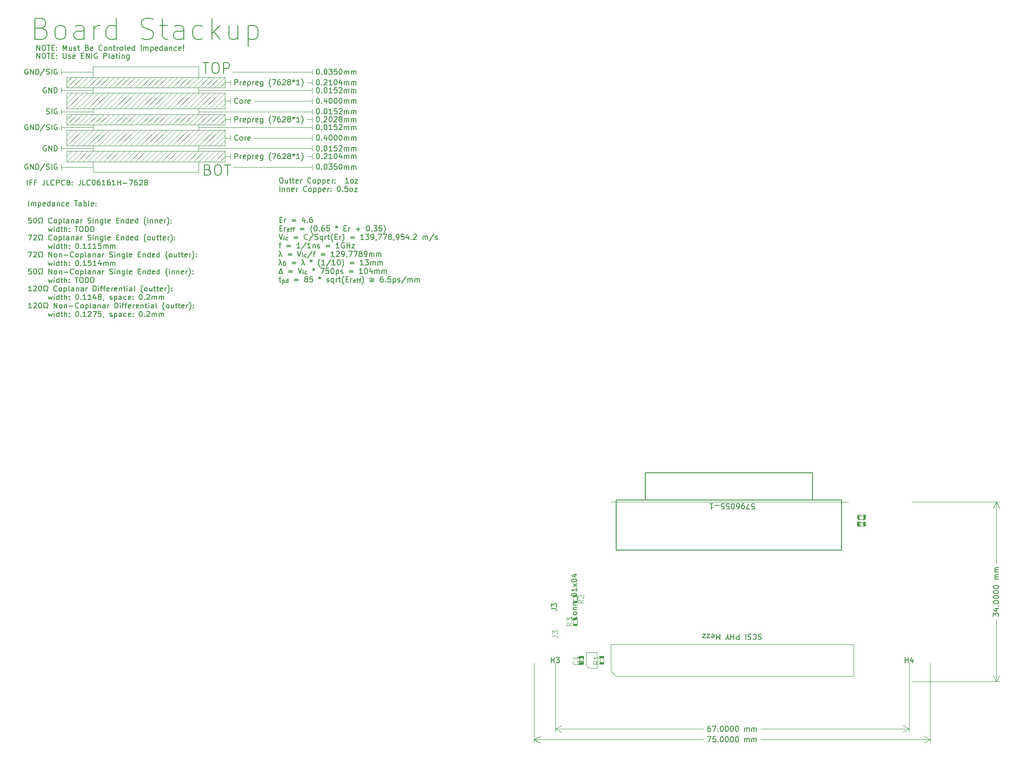
<source format=gbr>
G04 #@! TF.GenerationSoftware,KiCad,Pcbnew,8.0.6*
G04 #@! TF.CreationDate,2024-11-07T02:27:06-08:00*
G04 #@! TF.ProjectId,hvd-68-vhdci,6876642d-3638-42d7-9668-6463692e6b69,1*
G04 #@! TF.SameCoordinates,Original*
G04 #@! TF.FileFunction,AssemblyDrawing,Top*
%FSLAX46Y46*%
G04 Gerber Fmt 4.6, Leading zero omitted, Abs format (unit mm)*
G04 Created by KiCad (PCBNEW 8.0.6) date 2024-11-07 02:27:06*
%MOMM*%
%LPD*%
G01*
G04 APERTURE LIST*
%ADD10C,0.100000*%
%ADD11C,0.150000*%
%ADD12C,0.000000*%
%ADD13C,0.127000*%
%ADD14C,0.050000*%
G04 APERTURE END LIST*
D10*
X-161500000Y105482791D02*
X-159500000Y107482791D01*
X-163500000Y112500000D02*
X-133500000Y112500000D01*
X-155500000Y112500000D02*
X-153500000Y114500000D01*
X-153500000Y105482791D02*
X-151500000Y107482791D01*
X-135500000Y105482791D02*
X-133500000Y107482791D01*
X-160500000Y112500000D02*
X-158500000Y114500000D01*
X-117000000Y100482791D02*
X-117000000Y101482791D01*
X-140500000Y108500000D02*
X-137500000Y111500000D01*
X-133500000Y106482791D02*
X-132500000Y106482791D01*
X-162500000Y112500000D02*
X-160500000Y114500000D01*
X-143500000Y98482791D02*
X-141500000Y100482791D01*
X-138500000Y104982791D02*
X-117000000Y104982791D01*
X-136500000Y105482791D02*
X-134500000Y107482791D01*
X-152500000Y112500000D02*
X-150500000Y114500000D01*
X-162500000Y108500000D02*
X-159500000Y111500000D01*
X-133500000Y99482791D02*
X-132500000Y99482791D01*
X-141500000Y108500000D02*
X-138500000Y111500000D01*
X-150500000Y98482791D02*
X-148500000Y100482791D01*
X-158500000Y100482791D02*
X-163500000Y100482791D01*
X-146500000Y105482791D02*
X-144500000Y107482791D01*
X-158500000Y112500000D02*
X-156500000Y114500000D01*
X-133500000Y110000000D02*
X-132500000Y110000000D01*
X-156500000Y108500000D02*
X-153500000Y111500000D01*
X-141500000Y101482791D02*
X-138500000Y104482791D01*
X-138500000Y98482791D02*
X-136500000Y100482791D01*
X-117000000Y107482791D02*
X-117000000Y108482791D01*
X-163500000Y98482791D02*
X-161500000Y100482791D01*
X-146500000Y98482791D02*
X-144500000Y100482791D01*
X-151500000Y112500000D02*
X-149500000Y114500000D01*
X-148500000Y98482791D02*
X-146500000Y100482791D01*
X-158500000Y107482791D02*
X-163500000Y107482791D01*
X-146500000Y108500000D02*
X-143500000Y111500000D01*
X-138500000Y105482791D02*
X-136500000Y107482791D01*
X-159500000Y112500000D02*
X-157500000Y114500000D01*
X-160500000Y98482791D02*
X-158500000Y100482791D01*
X-134500000Y108500000D02*
X-133500000Y109500000D01*
X-159500000Y108500000D02*
X-156500000Y111500000D01*
X-154500000Y101482791D02*
X-151500000Y104482791D01*
X-117000000Y114982791D02*
X-117000000Y115982791D01*
X-137500000Y101482791D02*
X-134500000Y104482791D01*
X-138500000Y96482791D02*
X-158500000Y96482791D01*
X-138500000Y105482791D02*
X-138500000Y104482791D01*
X-163500000Y113500000D02*
X-162500000Y114500000D01*
X-146500000Y101482791D02*
X-143500000Y104482791D01*
X-163500000Y105482791D02*
X-133500000Y105482791D01*
X-138500000Y111500000D02*
X-158500000Y111500000D01*
X-141500000Y98482791D02*
X-139500000Y100482791D01*
X-133500000Y105482791D02*
X-133500000Y107482791D01*
X-163500000Y111500000D02*
X-163500000Y108500000D01*
X-148500000Y108500000D02*
X-145500000Y111500000D01*
X-138500000Y116482791D02*
X-158500000Y116482791D01*
X-163500000Y110500000D02*
X-162500000Y111500000D01*
X-134500000Y105482791D02*
X-133500000Y106482791D01*
X-150500000Y112500000D02*
X-148500000Y114500000D01*
X-153500000Y108500000D02*
X-150500000Y111500000D01*
X-161500000Y112500000D02*
X-159500000Y114500000D01*
X-158500000Y100982791D02*
X-164500000Y100982791D01*
X-149500000Y108500000D02*
X-146500000Y111500000D01*
X-154500000Y108500000D02*
X-151500000Y111500000D01*
X-158500000Y111500000D02*
X-158500000Y112500000D01*
X-164500000Y111500000D02*
X-164500000Y112500000D01*
X-133500000Y104482791D02*
X-138500000Y104482791D01*
X-156500000Y98482791D02*
X-154500000Y100482791D01*
X-153500000Y101482791D02*
X-150500000Y104482791D01*
X-158500000Y107482791D02*
X-158500000Y108482791D01*
X-134500000Y98482791D02*
X-133500000Y99482791D01*
X-163500000Y102482791D02*
X-161500000Y104482791D01*
X-132500000Y105982791D02*
X-132500000Y106982791D01*
X-164500000Y96982791D02*
X-164500000Y97982791D01*
X-157500000Y112500000D02*
X-155500000Y114500000D01*
X-133500000Y114500000D02*
X-138500000Y114500000D01*
X-163500000Y103482791D02*
X-162500000Y104482791D01*
X-138500000Y104482791D02*
X-158500000Y104482791D01*
X-158500000Y105482791D02*
X-156500000Y107482791D01*
X-154500000Y105482791D02*
X-152500000Y107482791D01*
X-140500000Y101482791D02*
X-137500000Y104482791D01*
X-143500000Y105482791D02*
X-141500000Y107482791D01*
X-152500000Y98482791D02*
X-150500000Y100482791D01*
X-117000000Y98982791D02*
X-117000000Y99982791D01*
X-153500000Y112500000D02*
X-151500000Y114500000D01*
X-153500000Y98482791D02*
X-151500000Y100482791D01*
X-158500000Y100482791D02*
X-138500000Y100482791D01*
X-117000000Y109482791D02*
X-117000000Y110482791D01*
X-133500000Y108500000D02*
X-133500000Y111500000D01*
X-145500000Y105482791D02*
X-143500000Y107482791D01*
X-140500000Y112500000D02*
X-138500000Y114500000D01*
X-147500000Y108500000D02*
X-144500000Y111500000D01*
X-137500000Y108500000D02*
X-134500000Y111500000D01*
X-156500000Y101482791D02*
X-153500000Y104482791D01*
X-151500000Y101482791D02*
X-148500000Y104482791D01*
X-128000000Y109982791D02*
X-117000000Y109982791D01*
X-155500000Y98482791D02*
X-153500000Y100482791D01*
X-158500000Y101482791D02*
X-155500000Y104482791D01*
X-140500000Y105482791D02*
X-138500000Y107482791D01*
X-156500000Y112500000D02*
X-154500000Y114500000D01*
X-137500000Y105482791D02*
X-135500000Y107482791D01*
X-151500000Y98482791D02*
X-149500000Y100482791D01*
X-148500000Y105482791D02*
X-146500000Y107482791D01*
X-158500000Y104982791D02*
X-164500000Y104982791D01*
X-135500000Y108500000D02*
X-133500000Y110500000D01*
X-138500000Y114482791D02*
X-138500000Y116482791D01*
X-144500000Y101482791D02*
X-141500000Y104482791D01*
X-158500000Y104482791D02*
X-163500000Y104482791D01*
X-136500000Y112500000D02*
X-134500000Y114500000D01*
X-138500000Y108482791D02*
X-138500000Y107482791D01*
X-145500000Y101482791D02*
X-142500000Y104482791D01*
X-162500000Y101482791D02*
X-159500000Y104482791D01*
X-156500000Y105482791D02*
X-154500000Y107482791D01*
X-141500000Y112500000D02*
X-139500000Y114500000D01*
X-138500000Y100982791D02*
X-117000000Y100982791D01*
X-117000000Y102482791D02*
X-117000000Y103482791D01*
X-133500000Y107482791D02*
X-138500000Y107482791D01*
X-158500000Y104482791D02*
X-158500000Y105482791D01*
X-149500000Y98482791D02*
X-147500000Y100482791D01*
X-149500000Y105482791D02*
X-147500000Y107482791D01*
X-158500000Y105482791D02*
X-163500000Y105482791D01*
X-164500000Y114982791D02*
X-164500000Y115982791D01*
X-142500000Y112500000D02*
X-140500000Y114500000D01*
X-143500000Y108500000D02*
X-140500000Y111500000D01*
X-132000000Y115482791D02*
X-117000000Y115482791D01*
X-142500000Y98482791D02*
X-140500000Y100482791D01*
X-139500000Y112500000D02*
X-137500000Y114500000D01*
X-137500000Y112500000D02*
X-135500000Y114500000D01*
X-163500000Y101482791D02*
X-133500000Y101482791D01*
X-148500000Y101482791D02*
X-145500000Y104482791D01*
X-158500000Y105482791D02*
X-138500000Y105482791D01*
X-148500000Y112500000D02*
X-146500000Y114500000D01*
X-157500000Y108500000D02*
X-154500000Y111500000D01*
X-151500000Y105482791D02*
X-149500000Y107482791D01*
X-150500000Y105482791D02*
X-148500000Y107482791D01*
X-117000000Y111482791D02*
X-117000000Y112482791D01*
X-138500000Y112500000D02*
X-136500000Y114500000D01*
X-133500000Y100482791D02*
X-138500000Y100482791D01*
X-118000000Y106482791D02*
X-117000000Y106482791D01*
X-146500000Y112500000D02*
X-144500000Y114500000D01*
X-117000000Y112982791D02*
X-117000000Y113982791D01*
X-143500000Y101482791D02*
X-140500000Y104482791D01*
X-163500000Y106482791D02*
X-162500000Y107482791D01*
X-161500000Y108500000D02*
X-158500000Y111500000D01*
X-136500000Y108500000D02*
X-133500000Y111500000D01*
X-144500000Y108500000D02*
X-141500000Y111500000D01*
X-145500000Y98482791D02*
X-143500000Y100482791D01*
X-139500000Y105482791D02*
X-137500000Y107482791D01*
X-154500000Y112500000D02*
X-152500000Y114500000D01*
X-138500000Y96482791D02*
X-138500000Y98482791D01*
X-141500000Y105482791D02*
X-139500000Y107482791D01*
X-159500000Y98482791D02*
X-157500000Y100482791D01*
X-163500000Y98482791D02*
X-133500000Y98482791D01*
X-142500000Y105482791D02*
X-140500000Y107482791D01*
X-158500000Y116482791D02*
X-158500000Y114482791D01*
X-132500000Y98982791D02*
X-132500000Y99982791D01*
X-158500000Y114500000D02*
X-163500000Y114500000D01*
X-133500000Y112500000D02*
X-133500000Y114500000D01*
X-160500000Y105482791D02*
X-158500000Y107482791D01*
X-118000000Y113482791D02*
X-117000000Y113482791D01*
X-163500000Y105482791D02*
X-161500000Y107482791D01*
X-150500000Y108500000D02*
X-147500000Y111500000D01*
X-136500000Y101482791D02*
X-133500000Y104482791D01*
X-128000000Y102982791D02*
X-117000000Y102982791D01*
X-138500000Y107982791D02*
X-117000000Y107982791D01*
X-117000000Y105982791D02*
X-117000000Y106982791D01*
X-133500000Y102982791D02*
X-132500000Y102982791D01*
X-161500000Y101482791D02*
X-158500000Y104482791D01*
X-117000000Y96982791D02*
X-117000000Y97982791D01*
X-158500000Y111500000D02*
X-163500000Y111500000D01*
X-149500000Y101482791D02*
X-146500000Y104482791D01*
X-151500000Y108500000D02*
X-148500000Y111500000D01*
X-138500000Y101482791D02*
X-138500000Y100482791D01*
X-163500000Y108500000D02*
X-133500000Y108500000D01*
X-150500000Y101482791D02*
X-147500000Y104482791D01*
X-154500000Y98482791D02*
X-152500000Y100482791D01*
X-152500000Y101482791D02*
X-149500000Y104482791D01*
X-158500000Y107982791D02*
X-164500000Y107982791D01*
X-134500000Y101482791D02*
X-133500000Y102482791D01*
X-164500000Y100482791D02*
X-164500000Y101482791D01*
X-118000000Y99482791D02*
X-117000000Y99482791D01*
X-157500000Y101482791D02*
X-154500000Y104482791D01*
X-164500000Y104482791D02*
X-164500000Y105482791D01*
X-138500000Y112500000D02*
X-138500000Y111500000D01*
X-145500000Y108500000D02*
X-142500000Y111500000D01*
X-160500000Y101482791D02*
X-157500000Y104482791D01*
X-163500000Y107482791D02*
X-163500000Y105482791D01*
X-161500000Y98482791D02*
X-159500000Y100482791D01*
X-158500000Y98482791D02*
X-156500000Y100482791D01*
X-158500000Y97482791D02*
X-164500000Y97482791D01*
X-147500000Y105482791D02*
X-145500000Y107482791D01*
X-152500000Y108500000D02*
X-149500000Y111500000D01*
X-132500000Y109500000D02*
X-132500000Y110500000D01*
X-142500000Y108500000D02*
X-139500000Y111500000D01*
X-133500000Y101482791D02*
X-133500000Y104482791D01*
X-149500000Y112500000D02*
X-147500000Y114500000D01*
X-133500000Y98482791D02*
X-133500000Y100482791D01*
X-162500000Y98482791D02*
X-160500000Y100482791D01*
X-158500000Y108500000D02*
X-155500000Y111500000D01*
X-144500000Y112500000D02*
X-142500000Y114500000D01*
X-147500000Y112500000D02*
X-145500000Y114500000D01*
X-158500000Y114500000D02*
X-138500000Y114500000D01*
X-155500000Y105482791D02*
X-153500000Y107482791D01*
X-163500000Y99482791D02*
X-162500000Y100482791D01*
X-158500000Y107482791D02*
X-138500000Y107482791D01*
X-164500000Y107482791D02*
X-164500000Y108482791D01*
X-159500000Y105482791D02*
X-157500000Y107482791D01*
X-147500000Y101482791D02*
X-144500000Y104482791D01*
X-162500000Y105482791D02*
X-160500000Y107482791D01*
X-144500000Y105482791D02*
X-142500000Y107482791D01*
X-133500000Y105482791D02*
X-138500000Y105482791D01*
X-158500000Y100482791D02*
X-158500000Y101482791D01*
X-135500000Y101482791D02*
X-133500000Y103482791D01*
X-132500000Y102482791D02*
X-132500000Y103482791D01*
X-157500000Y105482791D02*
X-155500000Y107482791D01*
X-135500000Y112500000D02*
X-133500000Y114500000D01*
X-157500000Y98482791D02*
X-155500000Y100482791D01*
X-155500000Y101482791D02*
X-152500000Y104482791D01*
X-155500000Y108500000D02*
X-152500000Y111500000D01*
X-139500000Y101482791D02*
X-136500000Y104482791D01*
X-133500000Y111500000D02*
X-138500000Y111500000D01*
X-158500000Y98482791D02*
X-158500000Y96482791D01*
X-159500000Y101482791D02*
X-156500000Y104482791D01*
X-135500000Y98482791D02*
X-133500000Y100482791D01*
X-152500000Y105482791D02*
X-150500000Y107482791D01*
X-132000000Y97482791D02*
X-117000000Y97482791D01*
X-139500000Y98482791D02*
X-137500000Y100482791D01*
X-142500000Y101482791D02*
X-139500000Y104482791D01*
X-163500000Y100482791D02*
X-163500000Y98482791D01*
X-163500000Y104482791D02*
X-163500000Y101482791D01*
X-138500000Y108500000D02*
X-135500000Y111500000D01*
X-136500000Y98482791D02*
X-134500000Y100482791D01*
X-158500000Y112000000D02*
X-164500000Y112000000D01*
X-163500000Y101482791D02*
X-160500000Y104482791D01*
X-163500000Y108500000D02*
X-160500000Y111500000D01*
X-158500000Y115482791D02*
X-164500000Y115482791D01*
X-117000000Y104482791D02*
X-117000000Y105482791D01*
X-147500000Y98482791D02*
X-145500000Y100482791D01*
X-163500000Y114500000D02*
X-163500000Y112500000D01*
X-137500000Y98482791D02*
X-135500000Y100482791D01*
X-134500000Y112500000D02*
X-133500000Y113500000D01*
X-133500000Y113500000D02*
X-132500000Y113500000D01*
X-144500000Y98482791D02*
X-142500000Y100482791D01*
X-140500000Y98482791D02*
X-138500000Y100482791D01*
X-143500000Y112500000D02*
X-141500000Y114500000D01*
X-145500000Y112500000D02*
X-143500000Y114500000D01*
X-163500000Y109500000D02*
X-161500000Y111500000D01*
X-160500000Y108500000D02*
X-157500000Y111500000D01*
X-132500000Y113000000D02*
X-132500000Y114000000D01*
X-163500000Y112500000D02*
X-161500000Y114500000D01*
X-138500000Y111982791D02*
X-117000000Y111982791D01*
X-138500000Y101482791D02*
X-135500000Y104482791D01*
X-139500000Y108500000D02*
X-136500000Y111500000D01*
D11*
X-167384399Y112480353D02*
X-167479637Y112527972D01*
X-167479637Y112527972D02*
X-167622494Y112527972D01*
X-167622494Y112527972D02*
X-167765351Y112480353D01*
X-167765351Y112480353D02*
X-167860589Y112385115D01*
X-167860589Y112385115D02*
X-167908208Y112289877D01*
X-167908208Y112289877D02*
X-167955827Y112099401D01*
X-167955827Y112099401D02*
X-167955827Y111956544D01*
X-167955827Y111956544D02*
X-167908208Y111766068D01*
X-167908208Y111766068D02*
X-167860589Y111670830D01*
X-167860589Y111670830D02*
X-167765351Y111575591D01*
X-167765351Y111575591D02*
X-167622494Y111527972D01*
X-167622494Y111527972D02*
X-167527256Y111527972D01*
X-167527256Y111527972D02*
X-167384399Y111575591D01*
X-167384399Y111575591D02*
X-167336780Y111623211D01*
X-167336780Y111623211D02*
X-167336780Y111956544D01*
X-167336780Y111956544D02*
X-167527256Y111956544D01*
X-166908208Y111527972D02*
X-166908208Y112527972D01*
X-166908208Y112527972D02*
X-166336780Y111527972D01*
X-166336780Y111527972D02*
X-166336780Y112527972D01*
X-165860589Y111527972D02*
X-165860589Y112527972D01*
X-165860589Y112527972D02*
X-165622494Y112527972D01*
X-165622494Y112527972D02*
X-165479637Y112480353D01*
X-165479637Y112480353D02*
X-165384399Y112385115D01*
X-165384399Y112385115D02*
X-165336780Y112289877D01*
X-165336780Y112289877D02*
X-165289161Y112099401D01*
X-165289161Y112099401D02*
X-165289161Y111956544D01*
X-165289161Y111956544D02*
X-165336780Y111766068D01*
X-165336780Y111766068D02*
X-165384399Y111670830D01*
X-165384399Y111670830D02*
X-165479637Y111575591D01*
X-165479637Y111575591D02*
X-165622494Y111527972D01*
X-165622494Y111527972D02*
X-165860589Y111527972D01*
X-115972745Y110527972D02*
X-115877507Y110527972D01*
X-115877507Y110527972D02*
X-115782269Y110480353D01*
X-115782269Y110480353D02*
X-115734650Y110432734D01*
X-115734650Y110432734D02*
X-115687031Y110337496D01*
X-115687031Y110337496D02*
X-115639412Y110147020D01*
X-115639412Y110147020D02*
X-115639412Y109908925D01*
X-115639412Y109908925D02*
X-115687031Y109718449D01*
X-115687031Y109718449D02*
X-115734650Y109623211D01*
X-115734650Y109623211D02*
X-115782269Y109575591D01*
X-115782269Y109575591D02*
X-115877507Y109527972D01*
X-115877507Y109527972D02*
X-115972745Y109527972D01*
X-115972745Y109527972D02*
X-116067983Y109575591D01*
X-116067983Y109575591D02*
X-116115602Y109623211D01*
X-116115602Y109623211D02*
X-116163221Y109718449D01*
X-116163221Y109718449D02*
X-116210840Y109908925D01*
X-116210840Y109908925D02*
X-116210840Y110147020D01*
X-116210840Y110147020D02*
X-116163221Y110337496D01*
X-116163221Y110337496D02*
X-116115602Y110432734D01*
X-116115602Y110432734D02*
X-116067983Y110480353D01*
X-116067983Y110480353D02*
X-115972745Y110527972D01*
X-115210840Y109623211D02*
X-115163221Y109575591D01*
X-115163221Y109575591D02*
X-115210840Y109527972D01*
X-115210840Y109527972D02*
X-115258459Y109575591D01*
X-115258459Y109575591D02*
X-115210840Y109623211D01*
X-115210840Y109623211D02*
X-115210840Y109527972D01*
X-114306079Y110194639D02*
X-114306079Y109527972D01*
X-114544174Y110575591D02*
X-114782269Y109861306D01*
X-114782269Y109861306D02*
X-114163222Y109861306D01*
X-113591793Y110527972D02*
X-113496555Y110527972D01*
X-113496555Y110527972D02*
X-113401317Y110480353D01*
X-113401317Y110480353D02*
X-113353698Y110432734D01*
X-113353698Y110432734D02*
X-113306079Y110337496D01*
X-113306079Y110337496D02*
X-113258460Y110147020D01*
X-113258460Y110147020D02*
X-113258460Y109908925D01*
X-113258460Y109908925D02*
X-113306079Y109718449D01*
X-113306079Y109718449D02*
X-113353698Y109623211D01*
X-113353698Y109623211D02*
X-113401317Y109575591D01*
X-113401317Y109575591D02*
X-113496555Y109527972D01*
X-113496555Y109527972D02*
X-113591793Y109527972D01*
X-113591793Y109527972D02*
X-113687031Y109575591D01*
X-113687031Y109575591D02*
X-113734650Y109623211D01*
X-113734650Y109623211D02*
X-113782269Y109718449D01*
X-113782269Y109718449D02*
X-113829888Y109908925D01*
X-113829888Y109908925D02*
X-113829888Y110147020D01*
X-113829888Y110147020D02*
X-113782269Y110337496D01*
X-113782269Y110337496D02*
X-113734650Y110432734D01*
X-113734650Y110432734D02*
X-113687031Y110480353D01*
X-113687031Y110480353D02*
X-113591793Y110527972D01*
X-112639412Y110527972D02*
X-112544174Y110527972D01*
X-112544174Y110527972D02*
X-112448936Y110480353D01*
X-112448936Y110480353D02*
X-112401317Y110432734D01*
X-112401317Y110432734D02*
X-112353698Y110337496D01*
X-112353698Y110337496D02*
X-112306079Y110147020D01*
X-112306079Y110147020D02*
X-112306079Y109908925D01*
X-112306079Y109908925D02*
X-112353698Y109718449D01*
X-112353698Y109718449D02*
X-112401317Y109623211D01*
X-112401317Y109623211D02*
X-112448936Y109575591D01*
X-112448936Y109575591D02*
X-112544174Y109527972D01*
X-112544174Y109527972D02*
X-112639412Y109527972D01*
X-112639412Y109527972D02*
X-112734650Y109575591D01*
X-112734650Y109575591D02*
X-112782269Y109623211D01*
X-112782269Y109623211D02*
X-112829888Y109718449D01*
X-112829888Y109718449D02*
X-112877507Y109908925D01*
X-112877507Y109908925D02*
X-112877507Y110147020D01*
X-112877507Y110147020D02*
X-112829888Y110337496D01*
X-112829888Y110337496D02*
X-112782269Y110432734D01*
X-112782269Y110432734D02*
X-112734650Y110480353D01*
X-112734650Y110480353D02*
X-112639412Y110527972D01*
X-111687031Y110527972D02*
X-111591793Y110527972D01*
X-111591793Y110527972D02*
X-111496555Y110480353D01*
X-111496555Y110480353D02*
X-111448936Y110432734D01*
X-111448936Y110432734D02*
X-111401317Y110337496D01*
X-111401317Y110337496D02*
X-111353698Y110147020D01*
X-111353698Y110147020D02*
X-111353698Y109908925D01*
X-111353698Y109908925D02*
X-111401317Y109718449D01*
X-111401317Y109718449D02*
X-111448936Y109623211D01*
X-111448936Y109623211D02*
X-111496555Y109575591D01*
X-111496555Y109575591D02*
X-111591793Y109527972D01*
X-111591793Y109527972D02*
X-111687031Y109527972D01*
X-111687031Y109527972D02*
X-111782269Y109575591D01*
X-111782269Y109575591D02*
X-111829888Y109623211D01*
X-111829888Y109623211D02*
X-111877507Y109718449D01*
X-111877507Y109718449D02*
X-111925126Y109908925D01*
X-111925126Y109908925D02*
X-111925126Y110147020D01*
X-111925126Y110147020D02*
X-111877507Y110337496D01*
X-111877507Y110337496D02*
X-111829888Y110432734D01*
X-111829888Y110432734D02*
X-111782269Y110480353D01*
X-111782269Y110480353D02*
X-111687031Y110527972D01*
X-110925126Y109527972D02*
X-110925126Y110194639D01*
X-110925126Y110099401D02*
X-110877507Y110147020D01*
X-110877507Y110147020D02*
X-110782269Y110194639D01*
X-110782269Y110194639D02*
X-110639412Y110194639D01*
X-110639412Y110194639D02*
X-110544174Y110147020D01*
X-110544174Y110147020D02*
X-110496555Y110051782D01*
X-110496555Y110051782D02*
X-110496555Y109527972D01*
X-110496555Y110051782D02*
X-110448936Y110147020D01*
X-110448936Y110147020D02*
X-110353698Y110194639D01*
X-110353698Y110194639D02*
X-110210841Y110194639D01*
X-110210841Y110194639D02*
X-110115602Y110147020D01*
X-110115602Y110147020D02*
X-110067983Y110051782D01*
X-110067983Y110051782D02*
X-110067983Y109527972D01*
X-109591793Y109527972D02*
X-109591793Y110194639D01*
X-109591793Y110099401D02*
X-109544174Y110147020D01*
X-109544174Y110147020D02*
X-109448936Y110194639D01*
X-109448936Y110194639D02*
X-109306079Y110194639D01*
X-109306079Y110194639D02*
X-109210841Y110147020D01*
X-109210841Y110147020D02*
X-109163222Y110051782D01*
X-109163222Y110051782D02*
X-109163222Y109527972D01*
X-109163222Y110051782D02*
X-109115603Y110147020D01*
X-109115603Y110147020D02*
X-109020365Y110194639D01*
X-109020365Y110194639D02*
X-108877508Y110194639D01*
X-108877508Y110194639D02*
X-108782269Y110147020D01*
X-108782269Y110147020D02*
X-108734650Y110051782D01*
X-108734650Y110051782D02*
X-108734650Y109527972D01*
X-123163221Y87473599D02*
X-122829888Y87473599D01*
X-122687031Y86949789D02*
X-123163221Y86949789D01*
X-123163221Y86949789D02*
X-123163221Y87949789D01*
X-123163221Y87949789D02*
X-122687031Y87949789D01*
X-122258459Y86949789D02*
X-122258459Y87616456D01*
X-122258459Y87425980D02*
X-122210840Y87521218D01*
X-122210840Y87521218D02*
X-122163221Y87568837D01*
X-122163221Y87568837D02*
X-122067983Y87616456D01*
X-122067983Y87616456D02*
X-121972745Y87616456D01*
X-120877506Y87473599D02*
X-120115601Y87473599D01*
X-120115601Y87187885D02*
X-120877506Y87187885D01*
X-118448935Y87616456D02*
X-118448935Y86949789D01*
X-118687030Y87997408D02*
X-118925125Y87283123D01*
X-118925125Y87283123D02*
X-118306078Y87283123D01*
X-117925125Y87045028D02*
X-117877506Y86997408D01*
X-117877506Y86997408D02*
X-117925125Y86949789D01*
X-117925125Y86949789D02*
X-117972744Y86997408D01*
X-117972744Y86997408D02*
X-117925125Y87045028D01*
X-117925125Y87045028D02*
X-117925125Y86949789D01*
X-117020364Y87949789D02*
X-117210840Y87949789D01*
X-117210840Y87949789D02*
X-117306078Y87902170D01*
X-117306078Y87902170D02*
X-117353697Y87854551D01*
X-117353697Y87854551D02*
X-117448935Y87711694D01*
X-117448935Y87711694D02*
X-117496554Y87521218D01*
X-117496554Y87521218D02*
X-117496554Y87140266D01*
X-117496554Y87140266D02*
X-117448935Y87045028D01*
X-117448935Y87045028D02*
X-117401316Y86997408D01*
X-117401316Y86997408D02*
X-117306078Y86949789D01*
X-117306078Y86949789D02*
X-117115602Y86949789D01*
X-117115602Y86949789D02*
X-117020364Y86997408D01*
X-117020364Y86997408D02*
X-116972745Y87045028D01*
X-116972745Y87045028D02*
X-116925126Y87140266D01*
X-116925126Y87140266D02*
X-116925126Y87378361D01*
X-116925126Y87378361D02*
X-116972745Y87473599D01*
X-116972745Y87473599D02*
X-117020364Y87521218D01*
X-117020364Y87521218D02*
X-117115602Y87568837D01*
X-117115602Y87568837D02*
X-117306078Y87568837D01*
X-117306078Y87568837D02*
X-117401316Y87521218D01*
X-117401316Y87521218D02*
X-117448935Y87473599D01*
X-117448935Y87473599D02*
X-117496554Y87378361D01*
X-123163221Y85863655D02*
X-122829888Y85863655D01*
X-122687031Y85339845D02*
X-123163221Y85339845D01*
X-123163221Y85339845D02*
X-123163221Y86339845D01*
X-123163221Y86339845D02*
X-122687031Y86339845D01*
X-122258459Y85339845D02*
X-122258459Y86006512D01*
X-122258459Y85816036D02*
X-122210840Y85911274D01*
X-122210840Y85911274D02*
X-122163221Y85958893D01*
X-122163221Y85958893D02*
X-122067983Y86006512D01*
X-122067983Y86006512D02*
X-121972745Y86006512D01*
X-121382268Y85267464D02*
X-121458459Y85229369D01*
X-121458459Y85229369D02*
X-121610840Y85229369D01*
X-121610840Y85229369D02*
X-121687030Y85267464D01*
X-121687030Y85267464D02*
X-121725126Y85343655D01*
X-121725126Y85343655D02*
X-121725126Y85648417D01*
X-121725126Y85648417D02*
X-121687030Y85724607D01*
X-121687030Y85724607D02*
X-121610840Y85762703D01*
X-121610840Y85762703D02*
X-121458459Y85762703D01*
X-121458459Y85762703D02*
X-121382268Y85724607D01*
X-121382268Y85724607D02*
X-121344173Y85648417D01*
X-121344173Y85648417D02*
X-121344173Y85572226D01*
X-121344173Y85572226D02*
X-121725126Y85496036D01*
X-121115602Y85762703D02*
X-120810840Y85762703D01*
X-121001316Y85229369D02*
X-121001316Y85915084D01*
X-121001316Y85915084D02*
X-120963221Y85991274D01*
X-120963221Y85991274D02*
X-120887031Y86029369D01*
X-120887031Y86029369D02*
X-120810840Y86029369D01*
X-120658459Y85762703D02*
X-120353697Y85762703D01*
X-120544173Y85229369D02*
X-120544173Y85915084D01*
X-120544173Y85915084D02*
X-120506078Y85991274D01*
X-120506078Y85991274D02*
X-120429888Y86029369D01*
X-120429888Y86029369D02*
X-120353697Y86029369D01*
X-119277506Y85863655D02*
X-118515601Y85863655D01*
X-118515601Y85577941D02*
X-119277506Y85577941D01*
X-116991792Y84958893D02*
X-117039411Y85006512D01*
X-117039411Y85006512D02*
X-117134649Y85149369D01*
X-117134649Y85149369D02*
X-117182268Y85244607D01*
X-117182268Y85244607D02*
X-117229887Y85387464D01*
X-117229887Y85387464D02*
X-117277506Y85625560D01*
X-117277506Y85625560D02*
X-117277506Y85816036D01*
X-117277506Y85816036D02*
X-117229887Y86054131D01*
X-117229887Y86054131D02*
X-117182268Y86196988D01*
X-117182268Y86196988D02*
X-117134649Y86292226D01*
X-117134649Y86292226D02*
X-117039411Y86435084D01*
X-117039411Y86435084D02*
X-116991792Y86482703D01*
X-116420363Y86339845D02*
X-116325125Y86339845D01*
X-116325125Y86339845D02*
X-116229887Y86292226D01*
X-116229887Y86292226D02*
X-116182268Y86244607D01*
X-116182268Y86244607D02*
X-116134649Y86149369D01*
X-116134649Y86149369D02*
X-116087030Y85958893D01*
X-116087030Y85958893D02*
X-116087030Y85720798D01*
X-116087030Y85720798D02*
X-116134649Y85530322D01*
X-116134649Y85530322D02*
X-116182268Y85435084D01*
X-116182268Y85435084D02*
X-116229887Y85387464D01*
X-116229887Y85387464D02*
X-116325125Y85339845D01*
X-116325125Y85339845D02*
X-116420363Y85339845D01*
X-116420363Y85339845D02*
X-116515601Y85387464D01*
X-116515601Y85387464D02*
X-116563220Y85435084D01*
X-116563220Y85435084D02*
X-116610839Y85530322D01*
X-116610839Y85530322D02*
X-116658458Y85720798D01*
X-116658458Y85720798D02*
X-116658458Y85958893D01*
X-116658458Y85958893D02*
X-116610839Y86149369D01*
X-116610839Y86149369D02*
X-116563220Y86244607D01*
X-116563220Y86244607D02*
X-116515601Y86292226D01*
X-116515601Y86292226D02*
X-116420363Y86339845D01*
X-115658458Y85435084D02*
X-115610839Y85387464D01*
X-115610839Y85387464D02*
X-115658458Y85339845D01*
X-115658458Y85339845D02*
X-115706077Y85387464D01*
X-115706077Y85387464D02*
X-115658458Y85435084D01*
X-115658458Y85435084D02*
X-115658458Y85339845D01*
X-114753697Y86339845D02*
X-114944173Y86339845D01*
X-114944173Y86339845D02*
X-115039411Y86292226D01*
X-115039411Y86292226D02*
X-115087030Y86244607D01*
X-115087030Y86244607D02*
X-115182268Y86101750D01*
X-115182268Y86101750D02*
X-115229887Y85911274D01*
X-115229887Y85911274D02*
X-115229887Y85530322D01*
X-115229887Y85530322D02*
X-115182268Y85435084D01*
X-115182268Y85435084D02*
X-115134649Y85387464D01*
X-115134649Y85387464D02*
X-115039411Y85339845D01*
X-115039411Y85339845D02*
X-114848935Y85339845D01*
X-114848935Y85339845D02*
X-114753697Y85387464D01*
X-114753697Y85387464D02*
X-114706078Y85435084D01*
X-114706078Y85435084D02*
X-114658459Y85530322D01*
X-114658459Y85530322D02*
X-114658459Y85768417D01*
X-114658459Y85768417D02*
X-114706078Y85863655D01*
X-114706078Y85863655D02*
X-114753697Y85911274D01*
X-114753697Y85911274D02*
X-114848935Y85958893D01*
X-114848935Y85958893D02*
X-115039411Y85958893D01*
X-115039411Y85958893D02*
X-115134649Y85911274D01*
X-115134649Y85911274D02*
X-115182268Y85863655D01*
X-115182268Y85863655D02*
X-115229887Y85768417D01*
X-113753697Y86339845D02*
X-114229887Y86339845D01*
X-114229887Y86339845D02*
X-114277506Y85863655D01*
X-114277506Y85863655D02*
X-114229887Y85911274D01*
X-114229887Y85911274D02*
X-114134649Y85958893D01*
X-114134649Y85958893D02*
X-113896554Y85958893D01*
X-113896554Y85958893D02*
X-113801316Y85911274D01*
X-113801316Y85911274D02*
X-113753697Y85863655D01*
X-113753697Y85863655D02*
X-113706078Y85768417D01*
X-113706078Y85768417D02*
X-113706078Y85530322D01*
X-113706078Y85530322D02*
X-113753697Y85435084D01*
X-113753697Y85435084D02*
X-113801316Y85387464D01*
X-113801316Y85387464D02*
X-113896554Y85339845D01*
X-113896554Y85339845D02*
X-114134649Y85339845D01*
X-114134649Y85339845D02*
X-114229887Y85387464D01*
X-114229887Y85387464D02*
X-114277506Y85435084D01*
X-112372744Y86339845D02*
X-112372744Y86101750D01*
X-112610839Y86196988D02*
X-112372744Y86101750D01*
X-112372744Y86101750D02*
X-112134649Y86196988D01*
X-112515601Y85911274D02*
X-112372744Y86101750D01*
X-112372744Y86101750D02*
X-112229887Y85911274D01*
X-110991791Y85863655D02*
X-110658458Y85863655D01*
X-110515601Y85339845D02*
X-110991791Y85339845D01*
X-110991791Y85339845D02*
X-110991791Y86339845D01*
X-110991791Y86339845D02*
X-110515601Y86339845D01*
X-110087029Y85339845D02*
X-110087029Y86006512D01*
X-110087029Y85816036D02*
X-110039410Y85911274D01*
X-110039410Y85911274D02*
X-109991791Y85958893D01*
X-109991791Y85958893D02*
X-109896553Y86006512D01*
X-109896553Y86006512D02*
X-109801315Y86006512D01*
X-108706076Y85720798D02*
X-107944171Y85720798D01*
X-108325124Y85339845D02*
X-108325124Y86101750D01*
X-106515600Y86339845D02*
X-106420362Y86339845D01*
X-106420362Y86339845D02*
X-106325124Y86292226D01*
X-106325124Y86292226D02*
X-106277505Y86244607D01*
X-106277505Y86244607D02*
X-106229886Y86149369D01*
X-106229886Y86149369D02*
X-106182267Y85958893D01*
X-106182267Y85958893D02*
X-106182267Y85720798D01*
X-106182267Y85720798D02*
X-106229886Y85530322D01*
X-106229886Y85530322D02*
X-106277505Y85435084D01*
X-106277505Y85435084D02*
X-106325124Y85387464D01*
X-106325124Y85387464D02*
X-106420362Y85339845D01*
X-106420362Y85339845D02*
X-106515600Y85339845D01*
X-106515600Y85339845D02*
X-106610838Y85387464D01*
X-106610838Y85387464D02*
X-106658457Y85435084D01*
X-106658457Y85435084D02*
X-106706076Y85530322D01*
X-106706076Y85530322D02*
X-106753695Y85720798D01*
X-106753695Y85720798D02*
X-106753695Y85958893D01*
X-106753695Y85958893D02*
X-106706076Y86149369D01*
X-106706076Y86149369D02*
X-106658457Y86244607D01*
X-106658457Y86244607D02*
X-106610838Y86292226D01*
X-106610838Y86292226D02*
X-106515600Y86339845D01*
X-105753695Y85435084D02*
X-105706076Y85387464D01*
X-105706076Y85387464D02*
X-105753695Y85339845D01*
X-105753695Y85339845D02*
X-105801314Y85387464D01*
X-105801314Y85387464D02*
X-105753695Y85435084D01*
X-105753695Y85435084D02*
X-105753695Y85339845D01*
X-105372743Y86339845D02*
X-104753696Y86339845D01*
X-104753696Y86339845D02*
X-105087029Y85958893D01*
X-105087029Y85958893D02*
X-104944172Y85958893D01*
X-104944172Y85958893D02*
X-104848934Y85911274D01*
X-104848934Y85911274D02*
X-104801315Y85863655D01*
X-104801315Y85863655D02*
X-104753696Y85768417D01*
X-104753696Y85768417D02*
X-104753696Y85530322D01*
X-104753696Y85530322D02*
X-104801315Y85435084D01*
X-104801315Y85435084D02*
X-104848934Y85387464D01*
X-104848934Y85387464D02*
X-104944172Y85339845D01*
X-104944172Y85339845D02*
X-105229886Y85339845D01*
X-105229886Y85339845D02*
X-105325124Y85387464D01*
X-105325124Y85387464D02*
X-105372743Y85435084D01*
X-103848934Y86339845D02*
X-104325124Y86339845D01*
X-104325124Y86339845D02*
X-104372743Y85863655D01*
X-104372743Y85863655D02*
X-104325124Y85911274D01*
X-104325124Y85911274D02*
X-104229886Y85958893D01*
X-104229886Y85958893D02*
X-103991791Y85958893D01*
X-103991791Y85958893D02*
X-103896553Y85911274D01*
X-103896553Y85911274D02*
X-103848934Y85863655D01*
X-103848934Y85863655D02*
X-103801315Y85768417D01*
X-103801315Y85768417D02*
X-103801315Y85530322D01*
X-103801315Y85530322D02*
X-103848934Y85435084D01*
X-103848934Y85435084D02*
X-103896553Y85387464D01*
X-103896553Y85387464D02*
X-103991791Y85339845D01*
X-103991791Y85339845D02*
X-104229886Y85339845D01*
X-104229886Y85339845D02*
X-104325124Y85387464D01*
X-104325124Y85387464D02*
X-104372743Y85435084D01*
X-103467981Y84958893D02*
X-103420362Y85006512D01*
X-103420362Y85006512D02*
X-103325124Y85149369D01*
X-103325124Y85149369D02*
X-103277505Y85244607D01*
X-103277505Y85244607D02*
X-103229886Y85387464D01*
X-103229886Y85387464D02*
X-103182267Y85625560D01*
X-103182267Y85625560D02*
X-103182267Y85816036D01*
X-103182267Y85816036D02*
X-103229886Y86054131D01*
X-103229886Y86054131D02*
X-103277505Y86196988D01*
X-103277505Y86196988D02*
X-103325124Y86292226D01*
X-103325124Y86292226D02*
X-103420362Y86435084D01*
X-103420362Y86435084D02*
X-103467981Y86482703D01*
X-123306078Y84729901D02*
X-122972745Y83729901D01*
X-122972745Y83729901D02*
X-122639412Y84729901D01*
X-122353697Y83619425D02*
X-122353697Y84152759D01*
X-122353697Y84419425D02*
X-122391793Y84381330D01*
X-122391793Y84381330D02*
X-122353697Y84343235D01*
X-122353697Y84343235D02*
X-122315602Y84381330D01*
X-122315602Y84381330D02*
X-122353697Y84419425D01*
X-122353697Y84419425D02*
X-122353697Y84343235D01*
X-121629888Y83657520D02*
X-121706079Y83619425D01*
X-121706079Y83619425D02*
X-121858460Y83619425D01*
X-121858460Y83619425D02*
X-121934650Y83657520D01*
X-121934650Y83657520D02*
X-121972745Y83695616D01*
X-121972745Y83695616D02*
X-122010841Y83771806D01*
X-122010841Y83771806D02*
X-122010841Y84000378D01*
X-122010841Y84000378D02*
X-121972745Y84076568D01*
X-121972745Y84076568D02*
X-121934650Y84114663D01*
X-121934650Y84114663D02*
X-121858460Y84152759D01*
X-121858460Y84152759D02*
X-121706079Y84152759D01*
X-121706079Y84152759D02*
X-121629888Y84114663D01*
X-120477507Y84253711D02*
X-119715602Y84253711D01*
X-119715602Y83967997D02*
X-120477507Y83967997D01*
X-117906079Y83825140D02*
X-117953698Y83777520D01*
X-117953698Y83777520D02*
X-118096555Y83729901D01*
X-118096555Y83729901D02*
X-118191793Y83729901D01*
X-118191793Y83729901D02*
X-118334650Y83777520D01*
X-118334650Y83777520D02*
X-118429888Y83872759D01*
X-118429888Y83872759D02*
X-118477507Y83967997D01*
X-118477507Y83967997D02*
X-118525126Y84158473D01*
X-118525126Y84158473D02*
X-118525126Y84301330D01*
X-118525126Y84301330D02*
X-118477507Y84491806D01*
X-118477507Y84491806D02*
X-118429888Y84587044D01*
X-118429888Y84587044D02*
X-118334650Y84682282D01*
X-118334650Y84682282D02*
X-118191793Y84729901D01*
X-118191793Y84729901D02*
X-118096555Y84729901D01*
X-118096555Y84729901D02*
X-117953698Y84682282D01*
X-117953698Y84682282D02*
X-117906079Y84634663D01*
X-116763222Y84777520D02*
X-117620364Y83491806D01*
X-116477507Y83777520D02*
X-116334650Y83729901D01*
X-116334650Y83729901D02*
X-116096555Y83729901D01*
X-116096555Y83729901D02*
X-116001317Y83777520D01*
X-116001317Y83777520D02*
X-115953698Y83825140D01*
X-115953698Y83825140D02*
X-115906079Y83920378D01*
X-115906079Y83920378D02*
X-115906079Y84015616D01*
X-115906079Y84015616D02*
X-115953698Y84110854D01*
X-115953698Y84110854D02*
X-116001317Y84158473D01*
X-116001317Y84158473D02*
X-116096555Y84206092D01*
X-116096555Y84206092D02*
X-116287031Y84253711D01*
X-116287031Y84253711D02*
X-116382269Y84301330D01*
X-116382269Y84301330D02*
X-116429888Y84348949D01*
X-116429888Y84348949D02*
X-116477507Y84444187D01*
X-116477507Y84444187D02*
X-116477507Y84539425D01*
X-116477507Y84539425D02*
X-116429888Y84634663D01*
X-116429888Y84634663D02*
X-116382269Y84682282D01*
X-116382269Y84682282D02*
X-116287031Y84729901D01*
X-116287031Y84729901D02*
X-116048936Y84729901D01*
X-116048936Y84729901D02*
X-115906079Y84682282D01*
X-115048936Y84396568D02*
X-115048936Y83396568D01*
X-115048936Y83777520D02*
X-115144174Y83729901D01*
X-115144174Y83729901D02*
X-115334650Y83729901D01*
X-115334650Y83729901D02*
X-115429888Y83777520D01*
X-115429888Y83777520D02*
X-115477507Y83825140D01*
X-115477507Y83825140D02*
X-115525126Y83920378D01*
X-115525126Y83920378D02*
X-115525126Y84206092D01*
X-115525126Y84206092D02*
X-115477507Y84301330D01*
X-115477507Y84301330D02*
X-115429888Y84348949D01*
X-115429888Y84348949D02*
X-115334650Y84396568D01*
X-115334650Y84396568D02*
X-115144174Y84396568D01*
X-115144174Y84396568D02*
X-115048936Y84348949D01*
X-114572745Y83729901D02*
X-114572745Y84396568D01*
X-114572745Y84206092D02*
X-114525126Y84301330D01*
X-114525126Y84301330D02*
X-114477507Y84348949D01*
X-114477507Y84348949D02*
X-114382269Y84396568D01*
X-114382269Y84396568D02*
X-114287031Y84396568D01*
X-114096554Y84396568D02*
X-113715602Y84396568D01*
X-113953697Y84729901D02*
X-113953697Y83872759D01*
X-113953697Y83872759D02*
X-113906078Y83777520D01*
X-113906078Y83777520D02*
X-113810840Y83729901D01*
X-113810840Y83729901D02*
X-113715602Y83729901D01*
X-113096554Y83348949D02*
X-113144173Y83396568D01*
X-113144173Y83396568D02*
X-113239411Y83539425D01*
X-113239411Y83539425D02*
X-113287030Y83634663D01*
X-113287030Y83634663D02*
X-113334649Y83777520D01*
X-113334649Y83777520D02*
X-113382268Y84015616D01*
X-113382268Y84015616D02*
X-113382268Y84206092D01*
X-113382268Y84206092D02*
X-113334649Y84444187D01*
X-113334649Y84444187D02*
X-113287030Y84587044D01*
X-113287030Y84587044D02*
X-113239411Y84682282D01*
X-113239411Y84682282D02*
X-113144173Y84825140D01*
X-113144173Y84825140D02*
X-113096554Y84872759D01*
X-112715601Y84253711D02*
X-112382268Y84253711D01*
X-112239411Y83729901D02*
X-112715601Y83729901D01*
X-112715601Y83729901D02*
X-112715601Y84729901D01*
X-112715601Y84729901D02*
X-112239411Y84729901D01*
X-111810839Y83729901D02*
X-111810839Y84396568D01*
X-111810839Y84206092D02*
X-111763220Y84301330D01*
X-111763220Y84301330D02*
X-111715601Y84348949D01*
X-111715601Y84348949D02*
X-111620363Y84396568D01*
X-111620363Y84396568D02*
X-111525125Y84396568D01*
X-111287029Y83348949D02*
X-111239410Y83396568D01*
X-111239410Y83396568D02*
X-111144172Y83539425D01*
X-111144172Y83539425D02*
X-111096553Y83634663D01*
X-111096553Y83634663D02*
X-111048934Y83777520D01*
X-111048934Y83777520D02*
X-111001315Y84015616D01*
X-111001315Y84015616D02*
X-111001315Y84206092D01*
X-111001315Y84206092D02*
X-111048934Y84444187D01*
X-111048934Y84444187D02*
X-111096553Y84587044D01*
X-111096553Y84587044D02*
X-111144172Y84682282D01*
X-111144172Y84682282D02*
X-111239410Y84825140D01*
X-111239410Y84825140D02*
X-111287029Y84872759D01*
X-109763219Y84253711D02*
X-109001314Y84253711D01*
X-109001314Y83967997D02*
X-109763219Y83967997D01*
X-107239410Y83729901D02*
X-107810838Y83729901D01*
X-107525124Y83729901D02*
X-107525124Y84729901D01*
X-107525124Y84729901D02*
X-107620362Y84587044D01*
X-107620362Y84587044D02*
X-107715600Y84491806D01*
X-107715600Y84491806D02*
X-107810838Y84444187D01*
X-106906076Y84729901D02*
X-106287029Y84729901D01*
X-106287029Y84729901D02*
X-106620362Y84348949D01*
X-106620362Y84348949D02*
X-106477505Y84348949D01*
X-106477505Y84348949D02*
X-106382267Y84301330D01*
X-106382267Y84301330D02*
X-106334648Y84253711D01*
X-106334648Y84253711D02*
X-106287029Y84158473D01*
X-106287029Y84158473D02*
X-106287029Y83920378D01*
X-106287029Y83920378D02*
X-106334648Y83825140D01*
X-106334648Y83825140D02*
X-106382267Y83777520D01*
X-106382267Y83777520D02*
X-106477505Y83729901D01*
X-106477505Y83729901D02*
X-106763219Y83729901D01*
X-106763219Y83729901D02*
X-106858457Y83777520D01*
X-106858457Y83777520D02*
X-106906076Y83825140D01*
X-105810838Y83729901D02*
X-105620362Y83729901D01*
X-105620362Y83729901D02*
X-105525124Y83777520D01*
X-105525124Y83777520D02*
X-105477505Y83825140D01*
X-105477505Y83825140D02*
X-105382267Y83967997D01*
X-105382267Y83967997D02*
X-105334648Y84158473D01*
X-105334648Y84158473D02*
X-105334648Y84539425D01*
X-105334648Y84539425D02*
X-105382267Y84634663D01*
X-105382267Y84634663D02*
X-105429886Y84682282D01*
X-105429886Y84682282D02*
X-105525124Y84729901D01*
X-105525124Y84729901D02*
X-105715600Y84729901D01*
X-105715600Y84729901D02*
X-105810838Y84682282D01*
X-105810838Y84682282D02*
X-105858457Y84634663D01*
X-105858457Y84634663D02*
X-105906076Y84539425D01*
X-105906076Y84539425D02*
X-105906076Y84301330D01*
X-105906076Y84301330D02*
X-105858457Y84206092D01*
X-105858457Y84206092D02*
X-105810838Y84158473D01*
X-105810838Y84158473D02*
X-105715600Y84110854D01*
X-105715600Y84110854D02*
X-105525124Y84110854D01*
X-105525124Y84110854D02*
X-105429886Y84158473D01*
X-105429886Y84158473D02*
X-105382267Y84206092D01*
X-105382267Y84206092D02*
X-105334648Y84301330D01*
X-104858457Y83777520D02*
X-104858457Y83729901D01*
X-104858457Y83729901D02*
X-104906076Y83634663D01*
X-104906076Y83634663D02*
X-104953695Y83587044D01*
X-104525124Y84729901D02*
X-103858458Y84729901D01*
X-103858458Y84729901D02*
X-104287029Y83729901D01*
X-103572743Y84729901D02*
X-102906077Y84729901D01*
X-102906077Y84729901D02*
X-103334648Y83729901D01*
X-102382267Y84301330D02*
X-102477505Y84348949D01*
X-102477505Y84348949D02*
X-102525124Y84396568D01*
X-102525124Y84396568D02*
X-102572743Y84491806D01*
X-102572743Y84491806D02*
X-102572743Y84539425D01*
X-102572743Y84539425D02*
X-102525124Y84634663D01*
X-102525124Y84634663D02*
X-102477505Y84682282D01*
X-102477505Y84682282D02*
X-102382267Y84729901D01*
X-102382267Y84729901D02*
X-102191791Y84729901D01*
X-102191791Y84729901D02*
X-102096553Y84682282D01*
X-102096553Y84682282D02*
X-102048934Y84634663D01*
X-102048934Y84634663D02*
X-102001315Y84539425D01*
X-102001315Y84539425D02*
X-102001315Y84491806D01*
X-102001315Y84491806D02*
X-102048934Y84396568D01*
X-102048934Y84396568D02*
X-102096553Y84348949D01*
X-102096553Y84348949D02*
X-102191791Y84301330D01*
X-102191791Y84301330D02*
X-102382267Y84301330D01*
X-102382267Y84301330D02*
X-102477505Y84253711D01*
X-102477505Y84253711D02*
X-102525124Y84206092D01*
X-102525124Y84206092D02*
X-102572743Y84110854D01*
X-102572743Y84110854D02*
X-102572743Y83920378D01*
X-102572743Y83920378D02*
X-102525124Y83825140D01*
X-102525124Y83825140D02*
X-102477505Y83777520D01*
X-102477505Y83777520D02*
X-102382267Y83729901D01*
X-102382267Y83729901D02*
X-102191791Y83729901D01*
X-102191791Y83729901D02*
X-102096553Y83777520D01*
X-102096553Y83777520D02*
X-102048934Y83825140D01*
X-102048934Y83825140D02*
X-102001315Y83920378D01*
X-102001315Y83920378D02*
X-102001315Y84110854D01*
X-102001315Y84110854D02*
X-102048934Y84206092D01*
X-102048934Y84206092D02*
X-102096553Y84253711D01*
X-102096553Y84253711D02*
X-102191791Y84301330D01*
X-101525124Y83777520D02*
X-101525124Y83729901D01*
X-101525124Y83729901D02*
X-101572743Y83634663D01*
X-101572743Y83634663D02*
X-101620362Y83587044D01*
X-101048934Y83729901D02*
X-100858458Y83729901D01*
X-100858458Y83729901D02*
X-100763220Y83777520D01*
X-100763220Y83777520D02*
X-100715601Y83825140D01*
X-100715601Y83825140D02*
X-100620363Y83967997D01*
X-100620363Y83967997D02*
X-100572744Y84158473D01*
X-100572744Y84158473D02*
X-100572744Y84539425D01*
X-100572744Y84539425D02*
X-100620363Y84634663D01*
X-100620363Y84634663D02*
X-100667982Y84682282D01*
X-100667982Y84682282D02*
X-100763220Y84729901D01*
X-100763220Y84729901D02*
X-100953696Y84729901D01*
X-100953696Y84729901D02*
X-101048934Y84682282D01*
X-101048934Y84682282D02*
X-101096553Y84634663D01*
X-101096553Y84634663D02*
X-101144172Y84539425D01*
X-101144172Y84539425D02*
X-101144172Y84301330D01*
X-101144172Y84301330D02*
X-101096553Y84206092D01*
X-101096553Y84206092D02*
X-101048934Y84158473D01*
X-101048934Y84158473D02*
X-100953696Y84110854D01*
X-100953696Y84110854D02*
X-100763220Y84110854D01*
X-100763220Y84110854D02*
X-100667982Y84158473D01*
X-100667982Y84158473D02*
X-100620363Y84206092D01*
X-100620363Y84206092D02*
X-100572744Y84301330D01*
X-99667982Y84729901D02*
X-100144172Y84729901D01*
X-100144172Y84729901D02*
X-100191791Y84253711D01*
X-100191791Y84253711D02*
X-100144172Y84301330D01*
X-100144172Y84301330D02*
X-100048934Y84348949D01*
X-100048934Y84348949D02*
X-99810839Y84348949D01*
X-99810839Y84348949D02*
X-99715601Y84301330D01*
X-99715601Y84301330D02*
X-99667982Y84253711D01*
X-99667982Y84253711D02*
X-99620363Y84158473D01*
X-99620363Y84158473D02*
X-99620363Y83920378D01*
X-99620363Y83920378D02*
X-99667982Y83825140D01*
X-99667982Y83825140D02*
X-99715601Y83777520D01*
X-99715601Y83777520D02*
X-99810839Y83729901D01*
X-99810839Y83729901D02*
X-100048934Y83729901D01*
X-100048934Y83729901D02*
X-100144172Y83777520D01*
X-100144172Y83777520D02*
X-100191791Y83825140D01*
X-98763220Y84396568D02*
X-98763220Y83729901D01*
X-99001315Y84777520D02*
X-99239410Y84063235D01*
X-99239410Y84063235D02*
X-98620363Y84063235D01*
X-98239410Y83825140D02*
X-98191791Y83777520D01*
X-98191791Y83777520D02*
X-98239410Y83729901D01*
X-98239410Y83729901D02*
X-98287029Y83777520D01*
X-98287029Y83777520D02*
X-98239410Y83825140D01*
X-98239410Y83825140D02*
X-98239410Y83729901D01*
X-97810839Y84634663D02*
X-97763220Y84682282D01*
X-97763220Y84682282D02*
X-97667982Y84729901D01*
X-97667982Y84729901D02*
X-97429887Y84729901D01*
X-97429887Y84729901D02*
X-97334649Y84682282D01*
X-97334649Y84682282D02*
X-97287030Y84634663D01*
X-97287030Y84634663D02*
X-97239411Y84539425D01*
X-97239411Y84539425D02*
X-97239411Y84444187D01*
X-97239411Y84444187D02*
X-97287030Y84301330D01*
X-97287030Y84301330D02*
X-97858458Y83729901D01*
X-97858458Y83729901D02*
X-97239411Y83729901D01*
X-96048934Y83729901D02*
X-96048934Y84396568D01*
X-96048934Y84301330D02*
X-96001315Y84348949D01*
X-96001315Y84348949D02*
X-95906077Y84396568D01*
X-95906077Y84396568D02*
X-95763220Y84396568D01*
X-95763220Y84396568D02*
X-95667982Y84348949D01*
X-95667982Y84348949D02*
X-95620363Y84253711D01*
X-95620363Y84253711D02*
X-95620363Y83729901D01*
X-95620363Y84253711D02*
X-95572744Y84348949D01*
X-95572744Y84348949D02*
X-95477506Y84396568D01*
X-95477506Y84396568D02*
X-95334649Y84396568D01*
X-95334649Y84396568D02*
X-95239410Y84348949D01*
X-95239410Y84348949D02*
X-95191791Y84253711D01*
X-95191791Y84253711D02*
X-95191791Y83729901D01*
X-94001316Y84777520D02*
X-94858458Y83491806D01*
X-93715601Y83777520D02*
X-93620363Y83729901D01*
X-93620363Y83729901D02*
X-93429887Y83729901D01*
X-93429887Y83729901D02*
X-93334649Y83777520D01*
X-93334649Y83777520D02*
X-93287030Y83872759D01*
X-93287030Y83872759D02*
X-93287030Y83920378D01*
X-93287030Y83920378D02*
X-93334649Y84015616D01*
X-93334649Y84015616D02*
X-93429887Y84063235D01*
X-93429887Y84063235D02*
X-93572744Y84063235D01*
X-93572744Y84063235D02*
X-93667982Y84110854D01*
X-93667982Y84110854D02*
X-93715601Y84206092D01*
X-93715601Y84206092D02*
X-93715601Y84253711D01*
X-93715601Y84253711D02*
X-93667982Y84348949D01*
X-93667982Y84348949D02*
X-93572744Y84396568D01*
X-93572744Y84396568D02*
X-93429887Y84396568D01*
X-93429887Y84396568D02*
X-93334649Y84348949D01*
X-123306078Y82786624D02*
X-122925126Y82786624D01*
X-123163221Y82119957D02*
X-123163221Y82977100D01*
X-123163221Y82977100D02*
X-123115602Y83072338D01*
X-123115602Y83072338D02*
X-123020364Y83119957D01*
X-123020364Y83119957D02*
X-122925126Y83119957D01*
X-121829887Y82643767D02*
X-121067982Y82643767D01*
X-121067982Y82358053D02*
X-121829887Y82358053D01*
X-119306078Y82119957D02*
X-119877506Y82119957D01*
X-119591792Y82119957D02*
X-119591792Y83119957D01*
X-119591792Y83119957D02*
X-119687030Y82977100D01*
X-119687030Y82977100D02*
X-119782268Y82881862D01*
X-119782268Y82881862D02*
X-119877506Y82834243D01*
X-118163221Y83167576D02*
X-119020363Y81881862D01*
X-117306078Y82119957D02*
X-117877506Y82119957D01*
X-117591792Y82119957D02*
X-117591792Y83119957D01*
X-117591792Y83119957D02*
X-117687030Y82977100D01*
X-117687030Y82977100D02*
X-117782268Y82881862D01*
X-117782268Y82881862D02*
X-117877506Y82834243D01*
X-116877506Y82786624D02*
X-116877506Y82119957D01*
X-116877506Y82691386D02*
X-116829887Y82739005D01*
X-116829887Y82739005D02*
X-116734649Y82786624D01*
X-116734649Y82786624D02*
X-116591792Y82786624D01*
X-116591792Y82786624D02*
X-116496554Y82739005D01*
X-116496554Y82739005D02*
X-116448935Y82643767D01*
X-116448935Y82643767D02*
X-116448935Y82119957D01*
X-116020363Y82167576D02*
X-115925125Y82119957D01*
X-115925125Y82119957D02*
X-115734649Y82119957D01*
X-115734649Y82119957D02*
X-115639411Y82167576D01*
X-115639411Y82167576D02*
X-115591792Y82262815D01*
X-115591792Y82262815D02*
X-115591792Y82310434D01*
X-115591792Y82310434D02*
X-115639411Y82405672D01*
X-115639411Y82405672D02*
X-115734649Y82453291D01*
X-115734649Y82453291D02*
X-115877506Y82453291D01*
X-115877506Y82453291D02*
X-115972744Y82500910D01*
X-115972744Y82500910D02*
X-116020363Y82596148D01*
X-116020363Y82596148D02*
X-116020363Y82643767D01*
X-116020363Y82643767D02*
X-115972744Y82739005D01*
X-115972744Y82739005D02*
X-115877506Y82786624D01*
X-115877506Y82786624D02*
X-115734649Y82786624D01*
X-115734649Y82786624D02*
X-115639411Y82739005D01*
X-114401315Y82643767D02*
X-113639410Y82643767D01*
X-113639410Y82358053D02*
X-114401315Y82358053D01*
X-111877506Y82119957D02*
X-112448934Y82119957D01*
X-112163220Y82119957D02*
X-112163220Y83119957D01*
X-112163220Y83119957D02*
X-112258458Y82977100D01*
X-112258458Y82977100D02*
X-112353696Y82881862D01*
X-112353696Y82881862D02*
X-112448934Y82834243D01*
X-110925125Y83072338D02*
X-111020363Y83119957D01*
X-111020363Y83119957D02*
X-111163220Y83119957D01*
X-111163220Y83119957D02*
X-111306077Y83072338D01*
X-111306077Y83072338D02*
X-111401315Y82977100D01*
X-111401315Y82977100D02*
X-111448934Y82881862D01*
X-111448934Y82881862D02*
X-111496553Y82691386D01*
X-111496553Y82691386D02*
X-111496553Y82548529D01*
X-111496553Y82548529D02*
X-111448934Y82358053D01*
X-111448934Y82358053D02*
X-111401315Y82262815D01*
X-111401315Y82262815D02*
X-111306077Y82167576D01*
X-111306077Y82167576D02*
X-111163220Y82119957D01*
X-111163220Y82119957D02*
X-111067982Y82119957D01*
X-111067982Y82119957D02*
X-110925125Y82167576D01*
X-110925125Y82167576D02*
X-110877506Y82215196D01*
X-110877506Y82215196D02*
X-110877506Y82548529D01*
X-110877506Y82548529D02*
X-111067982Y82548529D01*
X-110448934Y82119957D02*
X-110448934Y83119957D01*
X-110448934Y82643767D02*
X-109877506Y82643767D01*
X-109877506Y82119957D02*
X-109877506Y83119957D01*
X-109496553Y82786624D02*
X-108972744Y82786624D01*
X-108972744Y82786624D02*
X-109496553Y82119957D01*
X-109496553Y82119957D02*
X-108972744Y82119957D01*
X-123020364Y81176680D02*
X-123258459Y80510013D01*
X-123258459Y81510013D02*
X-123163221Y81510013D01*
X-123163221Y81510013D02*
X-123115602Y81462394D01*
X-123115602Y81462394D02*
X-123020364Y81176680D01*
X-123020364Y81176680D02*
X-122782269Y80510013D01*
X-121639411Y81033823D02*
X-120877506Y81033823D01*
X-120877506Y80748109D02*
X-121639411Y80748109D01*
X-119782268Y81510013D02*
X-119448935Y80510013D01*
X-119448935Y80510013D02*
X-119115602Y81510013D01*
X-118829887Y80399537D02*
X-118829887Y80932871D01*
X-118829887Y81199537D02*
X-118867983Y81161442D01*
X-118867983Y81161442D02*
X-118829887Y81123347D01*
X-118829887Y81123347D02*
X-118791792Y81161442D01*
X-118791792Y81161442D02*
X-118829887Y81199537D01*
X-118829887Y81199537D02*
X-118829887Y81123347D01*
X-118106078Y80437632D02*
X-118182269Y80399537D01*
X-118182269Y80399537D02*
X-118334650Y80399537D01*
X-118334650Y80399537D02*
X-118410840Y80437632D01*
X-118410840Y80437632D02*
X-118448935Y80475728D01*
X-118448935Y80475728D02*
X-118487031Y80551918D01*
X-118487031Y80551918D02*
X-118487031Y80780490D01*
X-118487031Y80780490D02*
X-118448935Y80856680D01*
X-118448935Y80856680D02*
X-118410840Y80894775D01*
X-118410840Y80894775D02*
X-118334650Y80932871D01*
X-118334650Y80932871D02*
X-118182269Y80932871D01*
X-118182269Y80932871D02*
X-118106078Y80894775D01*
X-117001317Y81557632D02*
X-117858459Y80271918D01*
X-116810840Y81176680D02*
X-116429888Y81176680D01*
X-116667983Y80510013D02*
X-116667983Y81367156D01*
X-116667983Y81367156D02*
X-116620364Y81462394D01*
X-116620364Y81462394D02*
X-116525126Y81510013D01*
X-116525126Y81510013D02*
X-116429888Y81510013D01*
X-115334649Y81033823D02*
X-114572744Y81033823D01*
X-114572744Y80748109D02*
X-115334649Y80748109D01*
X-112810840Y80510013D02*
X-113382268Y80510013D01*
X-113096554Y80510013D02*
X-113096554Y81510013D01*
X-113096554Y81510013D02*
X-113191792Y81367156D01*
X-113191792Y81367156D02*
X-113287030Y81271918D01*
X-113287030Y81271918D02*
X-113382268Y81224299D01*
X-112429887Y81414775D02*
X-112382268Y81462394D01*
X-112382268Y81462394D02*
X-112287030Y81510013D01*
X-112287030Y81510013D02*
X-112048935Y81510013D01*
X-112048935Y81510013D02*
X-111953697Y81462394D01*
X-111953697Y81462394D02*
X-111906078Y81414775D01*
X-111906078Y81414775D02*
X-111858459Y81319537D01*
X-111858459Y81319537D02*
X-111858459Y81224299D01*
X-111858459Y81224299D02*
X-111906078Y81081442D01*
X-111906078Y81081442D02*
X-112477506Y80510013D01*
X-112477506Y80510013D02*
X-111858459Y80510013D01*
X-111382268Y80510013D02*
X-111191792Y80510013D01*
X-111191792Y80510013D02*
X-111096554Y80557632D01*
X-111096554Y80557632D02*
X-111048935Y80605252D01*
X-111048935Y80605252D02*
X-110953697Y80748109D01*
X-110953697Y80748109D02*
X-110906078Y80938585D01*
X-110906078Y80938585D02*
X-110906078Y81319537D01*
X-110906078Y81319537D02*
X-110953697Y81414775D01*
X-110953697Y81414775D02*
X-111001316Y81462394D01*
X-111001316Y81462394D02*
X-111096554Y81510013D01*
X-111096554Y81510013D02*
X-111287030Y81510013D01*
X-111287030Y81510013D02*
X-111382268Y81462394D01*
X-111382268Y81462394D02*
X-111429887Y81414775D01*
X-111429887Y81414775D02*
X-111477506Y81319537D01*
X-111477506Y81319537D02*
X-111477506Y81081442D01*
X-111477506Y81081442D02*
X-111429887Y80986204D01*
X-111429887Y80986204D02*
X-111382268Y80938585D01*
X-111382268Y80938585D02*
X-111287030Y80890966D01*
X-111287030Y80890966D02*
X-111096554Y80890966D01*
X-111096554Y80890966D02*
X-111001316Y80938585D01*
X-111001316Y80938585D02*
X-110953697Y80986204D01*
X-110953697Y80986204D02*
X-110906078Y81081442D01*
X-110477506Y80605252D02*
X-110429887Y80557632D01*
X-110429887Y80557632D02*
X-110477506Y80510013D01*
X-110477506Y80510013D02*
X-110525125Y80557632D01*
X-110525125Y80557632D02*
X-110477506Y80605252D01*
X-110477506Y80605252D02*
X-110477506Y80510013D01*
X-110096554Y81510013D02*
X-109429888Y81510013D01*
X-109429888Y81510013D02*
X-109858459Y80510013D01*
X-109144173Y81510013D02*
X-108477507Y81510013D01*
X-108477507Y81510013D02*
X-108906078Y80510013D01*
X-107953697Y81081442D02*
X-108048935Y81129061D01*
X-108048935Y81129061D02*
X-108096554Y81176680D01*
X-108096554Y81176680D02*
X-108144173Y81271918D01*
X-108144173Y81271918D02*
X-108144173Y81319537D01*
X-108144173Y81319537D02*
X-108096554Y81414775D01*
X-108096554Y81414775D02*
X-108048935Y81462394D01*
X-108048935Y81462394D02*
X-107953697Y81510013D01*
X-107953697Y81510013D02*
X-107763221Y81510013D01*
X-107763221Y81510013D02*
X-107667983Y81462394D01*
X-107667983Y81462394D02*
X-107620364Y81414775D01*
X-107620364Y81414775D02*
X-107572745Y81319537D01*
X-107572745Y81319537D02*
X-107572745Y81271918D01*
X-107572745Y81271918D02*
X-107620364Y81176680D01*
X-107620364Y81176680D02*
X-107667983Y81129061D01*
X-107667983Y81129061D02*
X-107763221Y81081442D01*
X-107763221Y81081442D02*
X-107953697Y81081442D01*
X-107953697Y81081442D02*
X-108048935Y81033823D01*
X-108048935Y81033823D02*
X-108096554Y80986204D01*
X-108096554Y80986204D02*
X-108144173Y80890966D01*
X-108144173Y80890966D02*
X-108144173Y80700490D01*
X-108144173Y80700490D02*
X-108096554Y80605252D01*
X-108096554Y80605252D02*
X-108048935Y80557632D01*
X-108048935Y80557632D02*
X-107953697Y80510013D01*
X-107953697Y80510013D02*
X-107763221Y80510013D01*
X-107763221Y80510013D02*
X-107667983Y80557632D01*
X-107667983Y80557632D02*
X-107620364Y80605252D01*
X-107620364Y80605252D02*
X-107572745Y80700490D01*
X-107572745Y80700490D02*
X-107572745Y80890966D01*
X-107572745Y80890966D02*
X-107620364Y80986204D01*
X-107620364Y80986204D02*
X-107667983Y81033823D01*
X-107667983Y81033823D02*
X-107763221Y81081442D01*
X-107096554Y80510013D02*
X-106906078Y80510013D01*
X-106906078Y80510013D02*
X-106810840Y80557632D01*
X-106810840Y80557632D02*
X-106763221Y80605252D01*
X-106763221Y80605252D02*
X-106667983Y80748109D01*
X-106667983Y80748109D02*
X-106620364Y80938585D01*
X-106620364Y80938585D02*
X-106620364Y81319537D01*
X-106620364Y81319537D02*
X-106667983Y81414775D01*
X-106667983Y81414775D02*
X-106715602Y81462394D01*
X-106715602Y81462394D02*
X-106810840Y81510013D01*
X-106810840Y81510013D02*
X-107001316Y81510013D01*
X-107001316Y81510013D02*
X-107096554Y81462394D01*
X-107096554Y81462394D02*
X-107144173Y81414775D01*
X-107144173Y81414775D02*
X-107191792Y81319537D01*
X-107191792Y81319537D02*
X-107191792Y81081442D01*
X-107191792Y81081442D02*
X-107144173Y80986204D01*
X-107144173Y80986204D02*
X-107096554Y80938585D01*
X-107096554Y80938585D02*
X-107001316Y80890966D01*
X-107001316Y80890966D02*
X-106810840Y80890966D01*
X-106810840Y80890966D02*
X-106715602Y80938585D01*
X-106715602Y80938585D02*
X-106667983Y80986204D01*
X-106667983Y80986204D02*
X-106620364Y81081442D01*
X-106191792Y80510013D02*
X-106191792Y81176680D01*
X-106191792Y81081442D02*
X-106144173Y81129061D01*
X-106144173Y81129061D02*
X-106048935Y81176680D01*
X-106048935Y81176680D02*
X-105906078Y81176680D01*
X-105906078Y81176680D02*
X-105810840Y81129061D01*
X-105810840Y81129061D02*
X-105763221Y81033823D01*
X-105763221Y81033823D02*
X-105763221Y80510013D01*
X-105763221Y81033823D02*
X-105715602Y81129061D01*
X-105715602Y81129061D02*
X-105620364Y81176680D01*
X-105620364Y81176680D02*
X-105477507Y81176680D01*
X-105477507Y81176680D02*
X-105382268Y81129061D01*
X-105382268Y81129061D02*
X-105334649Y81033823D01*
X-105334649Y81033823D02*
X-105334649Y80510013D01*
X-104858459Y80510013D02*
X-104858459Y81176680D01*
X-104858459Y81081442D02*
X-104810840Y81129061D01*
X-104810840Y81129061D02*
X-104715602Y81176680D01*
X-104715602Y81176680D02*
X-104572745Y81176680D01*
X-104572745Y81176680D02*
X-104477507Y81129061D01*
X-104477507Y81129061D02*
X-104429888Y81033823D01*
X-104429888Y81033823D02*
X-104429888Y80510013D01*
X-104429888Y81033823D02*
X-104382269Y81129061D01*
X-104382269Y81129061D02*
X-104287031Y81176680D01*
X-104287031Y81176680D02*
X-104144174Y81176680D01*
X-104144174Y81176680D02*
X-104048935Y81129061D01*
X-104048935Y81129061D02*
X-104001316Y81033823D01*
X-104001316Y81033823D02*
X-104001316Y80510013D01*
X-123020364Y79566736D02*
X-123258459Y78900069D01*
X-123258459Y79900069D02*
X-123163221Y79900069D01*
X-123163221Y79900069D02*
X-123115602Y79852450D01*
X-123115602Y79852450D02*
X-123020364Y79566736D01*
X-123020364Y79566736D02*
X-122782269Y78900069D01*
X-122296554Y79589593D02*
X-122220364Y79589593D01*
X-122220364Y79589593D02*
X-122144173Y79551498D01*
X-122144173Y79551498D02*
X-122106078Y79513403D01*
X-122106078Y79513403D02*
X-122067983Y79437212D01*
X-122067983Y79437212D02*
X-122029888Y79284831D01*
X-122029888Y79284831D02*
X-122029888Y79094355D01*
X-122029888Y79094355D02*
X-122067983Y78941974D01*
X-122067983Y78941974D02*
X-122106078Y78865784D01*
X-122106078Y78865784D02*
X-122144173Y78827688D01*
X-122144173Y78827688D02*
X-122220364Y78789593D01*
X-122220364Y78789593D02*
X-122296554Y78789593D01*
X-122296554Y78789593D02*
X-122372745Y78827688D01*
X-122372745Y78827688D02*
X-122410840Y78865784D01*
X-122410840Y78865784D02*
X-122448935Y78941974D01*
X-122448935Y78941974D02*
X-122487031Y79094355D01*
X-122487031Y79094355D02*
X-122487031Y79284831D01*
X-122487031Y79284831D02*
X-122448935Y79437212D01*
X-122448935Y79437212D02*
X-122410840Y79513403D01*
X-122410840Y79513403D02*
X-122372745Y79551498D01*
X-122372745Y79551498D02*
X-122296554Y79589593D01*
X-120877506Y79423879D02*
X-120115601Y79423879D01*
X-120115601Y79138165D02*
X-120877506Y79138165D01*
X-118734649Y79566736D02*
X-118972744Y78900069D01*
X-118972744Y79900069D02*
X-118877506Y79900069D01*
X-118877506Y79900069D02*
X-118829887Y79852450D01*
X-118829887Y79852450D02*
X-118734649Y79566736D01*
X-118734649Y79566736D02*
X-118496554Y78900069D01*
X-117210839Y79900069D02*
X-117210839Y79661974D01*
X-117448934Y79757212D02*
X-117210839Y79661974D01*
X-117210839Y79661974D02*
X-116972744Y79757212D01*
X-117353696Y79471498D02*
X-117210839Y79661974D01*
X-117210839Y79661974D02*
X-117067982Y79471498D01*
X-115544172Y78519117D02*
X-115591791Y78566736D01*
X-115591791Y78566736D02*
X-115687029Y78709593D01*
X-115687029Y78709593D02*
X-115734648Y78804831D01*
X-115734648Y78804831D02*
X-115782267Y78947688D01*
X-115782267Y78947688D02*
X-115829886Y79185784D01*
X-115829886Y79185784D02*
X-115829886Y79376260D01*
X-115829886Y79376260D02*
X-115782267Y79614355D01*
X-115782267Y79614355D02*
X-115734648Y79757212D01*
X-115734648Y79757212D02*
X-115687029Y79852450D01*
X-115687029Y79852450D02*
X-115591791Y79995308D01*
X-115591791Y79995308D02*
X-115544172Y80042927D01*
X-114639410Y78900069D02*
X-115210838Y78900069D01*
X-114925124Y78900069D02*
X-114925124Y79900069D01*
X-114925124Y79900069D02*
X-115020362Y79757212D01*
X-115020362Y79757212D02*
X-115115600Y79661974D01*
X-115115600Y79661974D02*
X-115210838Y79614355D01*
X-113496553Y79947688D02*
X-114353695Y78661974D01*
X-112639410Y78900069D02*
X-113210838Y78900069D01*
X-112925124Y78900069D02*
X-112925124Y79900069D01*
X-112925124Y79900069D02*
X-113020362Y79757212D01*
X-113020362Y79757212D02*
X-113115600Y79661974D01*
X-113115600Y79661974D02*
X-113210838Y79614355D01*
X-112020362Y79900069D02*
X-111925124Y79900069D01*
X-111925124Y79900069D02*
X-111829886Y79852450D01*
X-111829886Y79852450D02*
X-111782267Y79804831D01*
X-111782267Y79804831D02*
X-111734648Y79709593D01*
X-111734648Y79709593D02*
X-111687029Y79519117D01*
X-111687029Y79519117D02*
X-111687029Y79281022D01*
X-111687029Y79281022D02*
X-111734648Y79090546D01*
X-111734648Y79090546D02*
X-111782267Y78995308D01*
X-111782267Y78995308D02*
X-111829886Y78947688D01*
X-111829886Y78947688D02*
X-111925124Y78900069D01*
X-111925124Y78900069D02*
X-112020362Y78900069D01*
X-112020362Y78900069D02*
X-112115600Y78947688D01*
X-112115600Y78947688D02*
X-112163219Y78995308D01*
X-112163219Y78995308D02*
X-112210838Y79090546D01*
X-112210838Y79090546D02*
X-112258457Y79281022D01*
X-112258457Y79281022D02*
X-112258457Y79519117D01*
X-112258457Y79519117D02*
X-112210838Y79709593D01*
X-112210838Y79709593D02*
X-112163219Y79804831D01*
X-112163219Y79804831D02*
X-112115600Y79852450D01*
X-112115600Y79852450D02*
X-112020362Y79900069D01*
X-111353695Y78519117D02*
X-111306076Y78566736D01*
X-111306076Y78566736D02*
X-111210838Y78709593D01*
X-111210838Y78709593D02*
X-111163219Y78804831D01*
X-111163219Y78804831D02*
X-111115600Y78947688D01*
X-111115600Y78947688D02*
X-111067981Y79185784D01*
X-111067981Y79185784D02*
X-111067981Y79376260D01*
X-111067981Y79376260D02*
X-111115600Y79614355D01*
X-111115600Y79614355D02*
X-111163219Y79757212D01*
X-111163219Y79757212D02*
X-111210838Y79852450D01*
X-111210838Y79852450D02*
X-111306076Y79995308D01*
X-111306076Y79995308D02*
X-111353695Y80042927D01*
X-109829885Y79423879D02*
X-109067980Y79423879D01*
X-109067980Y79138165D02*
X-109829885Y79138165D01*
X-107306076Y78900069D02*
X-107877504Y78900069D01*
X-107591790Y78900069D02*
X-107591790Y79900069D01*
X-107591790Y79900069D02*
X-107687028Y79757212D01*
X-107687028Y79757212D02*
X-107782266Y79661974D01*
X-107782266Y79661974D02*
X-107877504Y79614355D01*
X-106972742Y79900069D02*
X-106353695Y79900069D01*
X-106353695Y79900069D02*
X-106687028Y79519117D01*
X-106687028Y79519117D02*
X-106544171Y79519117D01*
X-106544171Y79519117D02*
X-106448933Y79471498D01*
X-106448933Y79471498D02*
X-106401314Y79423879D01*
X-106401314Y79423879D02*
X-106353695Y79328641D01*
X-106353695Y79328641D02*
X-106353695Y79090546D01*
X-106353695Y79090546D02*
X-106401314Y78995308D01*
X-106401314Y78995308D02*
X-106448933Y78947688D01*
X-106448933Y78947688D02*
X-106544171Y78900069D01*
X-106544171Y78900069D02*
X-106829885Y78900069D01*
X-106829885Y78900069D02*
X-106925123Y78947688D01*
X-106925123Y78947688D02*
X-106972742Y78995308D01*
X-105925123Y78900069D02*
X-105925123Y79566736D01*
X-105925123Y79471498D02*
X-105877504Y79519117D01*
X-105877504Y79519117D02*
X-105782266Y79566736D01*
X-105782266Y79566736D02*
X-105639409Y79566736D01*
X-105639409Y79566736D02*
X-105544171Y79519117D01*
X-105544171Y79519117D02*
X-105496552Y79423879D01*
X-105496552Y79423879D02*
X-105496552Y78900069D01*
X-105496552Y79423879D02*
X-105448933Y79519117D01*
X-105448933Y79519117D02*
X-105353695Y79566736D01*
X-105353695Y79566736D02*
X-105210838Y79566736D01*
X-105210838Y79566736D02*
X-105115599Y79519117D01*
X-105115599Y79519117D02*
X-105067980Y79423879D01*
X-105067980Y79423879D02*
X-105067980Y78900069D01*
X-104591790Y78900069D02*
X-104591790Y79566736D01*
X-104591790Y79471498D02*
X-104544171Y79519117D01*
X-104544171Y79519117D02*
X-104448933Y79566736D01*
X-104448933Y79566736D02*
X-104306076Y79566736D01*
X-104306076Y79566736D02*
X-104210838Y79519117D01*
X-104210838Y79519117D02*
X-104163219Y79423879D01*
X-104163219Y79423879D02*
X-104163219Y78900069D01*
X-104163219Y79423879D02*
X-104115600Y79519117D01*
X-104115600Y79519117D02*
X-104020362Y79566736D01*
X-104020362Y79566736D02*
X-103877505Y79566736D01*
X-103877505Y79566736D02*
X-103782266Y79519117D01*
X-103782266Y79519117D02*
X-103734647Y79423879D01*
X-103734647Y79423879D02*
X-103734647Y78900069D01*
X-123306078Y77290125D02*
X-122972745Y78290125D01*
X-122972745Y78290125D02*
X-122639412Y77290125D01*
X-122639412Y77290125D02*
X-123306078Y77290125D01*
X-121544173Y77813935D02*
X-120782268Y77813935D01*
X-120782268Y77528221D02*
X-121544173Y77528221D01*
X-119687030Y78290125D02*
X-119353697Y77290125D01*
X-119353697Y77290125D02*
X-119020364Y78290125D01*
X-118734649Y77179649D02*
X-118734649Y77712983D01*
X-118734649Y77979649D02*
X-118772745Y77941554D01*
X-118772745Y77941554D02*
X-118734649Y77903459D01*
X-118734649Y77903459D02*
X-118696554Y77941554D01*
X-118696554Y77941554D02*
X-118734649Y77979649D01*
X-118734649Y77979649D02*
X-118734649Y77903459D01*
X-118010840Y77217744D02*
X-118087031Y77179649D01*
X-118087031Y77179649D02*
X-118239412Y77179649D01*
X-118239412Y77179649D02*
X-118315602Y77217744D01*
X-118315602Y77217744D02*
X-118353697Y77255840D01*
X-118353697Y77255840D02*
X-118391793Y77332030D01*
X-118391793Y77332030D02*
X-118391793Y77560602D01*
X-118391793Y77560602D02*
X-118353697Y77636792D01*
X-118353697Y77636792D02*
X-118315602Y77674887D01*
X-118315602Y77674887D02*
X-118239412Y77712983D01*
X-118239412Y77712983D02*
X-118087031Y77712983D01*
X-118087031Y77712983D02*
X-118010840Y77674887D01*
X-116715602Y78290125D02*
X-116715602Y78052030D01*
X-116953697Y78147268D02*
X-116715602Y78052030D01*
X-116715602Y78052030D02*
X-116477507Y78147268D01*
X-116858459Y77861554D02*
X-116715602Y78052030D01*
X-116715602Y78052030D02*
X-116572745Y77861554D01*
X-115429887Y78290125D02*
X-114763221Y78290125D01*
X-114763221Y78290125D02*
X-115191792Y77290125D01*
X-113906078Y78290125D02*
X-114382268Y78290125D01*
X-114382268Y78290125D02*
X-114429887Y77813935D01*
X-114429887Y77813935D02*
X-114382268Y77861554D01*
X-114382268Y77861554D02*
X-114287030Y77909173D01*
X-114287030Y77909173D02*
X-114048935Y77909173D01*
X-114048935Y77909173D02*
X-113953697Y77861554D01*
X-113953697Y77861554D02*
X-113906078Y77813935D01*
X-113906078Y77813935D02*
X-113858459Y77718697D01*
X-113858459Y77718697D02*
X-113858459Y77480602D01*
X-113858459Y77480602D02*
X-113906078Y77385364D01*
X-113906078Y77385364D02*
X-113953697Y77337744D01*
X-113953697Y77337744D02*
X-114048935Y77290125D01*
X-114048935Y77290125D02*
X-114287030Y77290125D01*
X-114287030Y77290125D02*
X-114382268Y77337744D01*
X-114382268Y77337744D02*
X-114429887Y77385364D01*
X-113239411Y78290125D02*
X-113144173Y78290125D01*
X-113144173Y78290125D02*
X-113048935Y78242506D01*
X-113048935Y78242506D02*
X-113001316Y78194887D01*
X-113001316Y78194887D02*
X-112953697Y78099649D01*
X-112953697Y78099649D02*
X-112906078Y77909173D01*
X-112906078Y77909173D02*
X-112906078Y77671078D01*
X-112906078Y77671078D02*
X-112953697Y77480602D01*
X-112953697Y77480602D02*
X-113001316Y77385364D01*
X-113001316Y77385364D02*
X-113048935Y77337744D01*
X-113048935Y77337744D02*
X-113144173Y77290125D01*
X-113144173Y77290125D02*
X-113239411Y77290125D01*
X-113239411Y77290125D02*
X-113334649Y77337744D01*
X-113334649Y77337744D02*
X-113382268Y77385364D01*
X-113382268Y77385364D02*
X-113429887Y77480602D01*
X-113429887Y77480602D02*
X-113477506Y77671078D01*
X-113477506Y77671078D02*
X-113477506Y77909173D01*
X-113477506Y77909173D02*
X-113429887Y78099649D01*
X-113429887Y78099649D02*
X-113382268Y78194887D01*
X-113382268Y78194887D02*
X-113334649Y78242506D01*
X-113334649Y78242506D02*
X-113239411Y78290125D01*
X-112477506Y77956792D02*
X-112477506Y76956792D01*
X-112477506Y77909173D02*
X-112382268Y77956792D01*
X-112382268Y77956792D02*
X-112191792Y77956792D01*
X-112191792Y77956792D02*
X-112096554Y77909173D01*
X-112096554Y77909173D02*
X-112048935Y77861554D01*
X-112048935Y77861554D02*
X-112001316Y77766316D01*
X-112001316Y77766316D02*
X-112001316Y77480602D01*
X-112001316Y77480602D02*
X-112048935Y77385364D01*
X-112048935Y77385364D02*
X-112096554Y77337744D01*
X-112096554Y77337744D02*
X-112191792Y77290125D01*
X-112191792Y77290125D02*
X-112382268Y77290125D01*
X-112382268Y77290125D02*
X-112477506Y77337744D01*
X-111620363Y77337744D02*
X-111525125Y77290125D01*
X-111525125Y77290125D02*
X-111334649Y77290125D01*
X-111334649Y77290125D02*
X-111239411Y77337744D01*
X-111239411Y77337744D02*
X-111191792Y77432983D01*
X-111191792Y77432983D02*
X-111191792Y77480602D01*
X-111191792Y77480602D02*
X-111239411Y77575840D01*
X-111239411Y77575840D02*
X-111334649Y77623459D01*
X-111334649Y77623459D02*
X-111477506Y77623459D01*
X-111477506Y77623459D02*
X-111572744Y77671078D01*
X-111572744Y77671078D02*
X-111620363Y77766316D01*
X-111620363Y77766316D02*
X-111620363Y77813935D01*
X-111620363Y77813935D02*
X-111572744Y77909173D01*
X-111572744Y77909173D02*
X-111477506Y77956792D01*
X-111477506Y77956792D02*
X-111334649Y77956792D01*
X-111334649Y77956792D02*
X-111239411Y77909173D01*
X-110001315Y77813935D02*
X-109239410Y77813935D01*
X-109239410Y77528221D02*
X-110001315Y77528221D01*
X-107477506Y77290125D02*
X-108048934Y77290125D01*
X-107763220Y77290125D02*
X-107763220Y78290125D01*
X-107763220Y78290125D02*
X-107858458Y78147268D01*
X-107858458Y78147268D02*
X-107953696Y78052030D01*
X-107953696Y78052030D02*
X-108048934Y78004411D01*
X-106858458Y78290125D02*
X-106763220Y78290125D01*
X-106763220Y78290125D02*
X-106667982Y78242506D01*
X-106667982Y78242506D02*
X-106620363Y78194887D01*
X-106620363Y78194887D02*
X-106572744Y78099649D01*
X-106572744Y78099649D02*
X-106525125Y77909173D01*
X-106525125Y77909173D02*
X-106525125Y77671078D01*
X-106525125Y77671078D02*
X-106572744Y77480602D01*
X-106572744Y77480602D02*
X-106620363Y77385364D01*
X-106620363Y77385364D02*
X-106667982Y77337744D01*
X-106667982Y77337744D02*
X-106763220Y77290125D01*
X-106763220Y77290125D02*
X-106858458Y77290125D01*
X-106858458Y77290125D02*
X-106953696Y77337744D01*
X-106953696Y77337744D02*
X-107001315Y77385364D01*
X-107001315Y77385364D02*
X-107048934Y77480602D01*
X-107048934Y77480602D02*
X-107096553Y77671078D01*
X-107096553Y77671078D02*
X-107096553Y77909173D01*
X-107096553Y77909173D02*
X-107048934Y78099649D01*
X-107048934Y78099649D02*
X-107001315Y78194887D01*
X-107001315Y78194887D02*
X-106953696Y78242506D01*
X-106953696Y78242506D02*
X-106858458Y78290125D01*
X-105667982Y77956792D02*
X-105667982Y77290125D01*
X-105906077Y78337744D02*
X-106144172Y77623459D01*
X-106144172Y77623459D02*
X-105525125Y77623459D01*
X-105144172Y77290125D02*
X-105144172Y77956792D01*
X-105144172Y77861554D02*
X-105096553Y77909173D01*
X-105096553Y77909173D02*
X-105001315Y77956792D01*
X-105001315Y77956792D02*
X-104858458Y77956792D01*
X-104858458Y77956792D02*
X-104763220Y77909173D01*
X-104763220Y77909173D02*
X-104715601Y77813935D01*
X-104715601Y77813935D02*
X-104715601Y77290125D01*
X-104715601Y77813935D02*
X-104667982Y77909173D01*
X-104667982Y77909173D02*
X-104572744Y77956792D01*
X-104572744Y77956792D02*
X-104429887Y77956792D01*
X-104429887Y77956792D02*
X-104334648Y77909173D01*
X-104334648Y77909173D02*
X-104287029Y77813935D01*
X-104287029Y77813935D02*
X-104287029Y77290125D01*
X-103810839Y77290125D02*
X-103810839Y77956792D01*
X-103810839Y77861554D02*
X-103763220Y77909173D01*
X-103763220Y77909173D02*
X-103667982Y77956792D01*
X-103667982Y77956792D02*
X-103525125Y77956792D01*
X-103525125Y77956792D02*
X-103429887Y77909173D01*
X-103429887Y77909173D02*
X-103382268Y77813935D01*
X-103382268Y77813935D02*
X-103382268Y77290125D01*
X-103382268Y77813935D02*
X-103334649Y77909173D01*
X-103334649Y77909173D02*
X-103239411Y77956792D01*
X-103239411Y77956792D02*
X-103096554Y77956792D01*
X-103096554Y77956792D02*
X-103001315Y77909173D01*
X-103001315Y77909173D02*
X-102953696Y77813935D01*
X-102953696Y77813935D02*
X-102953696Y77290125D01*
X-123306078Y76346848D02*
X-122925126Y76346848D01*
X-123163221Y76680181D02*
X-123163221Y75823039D01*
X-123163221Y75823039D02*
X-123115602Y75727800D01*
X-123115602Y75727800D02*
X-123020364Y75680181D01*
X-123020364Y75680181D02*
X-122925126Y75680181D01*
X-122639411Y76103039D02*
X-122639411Y75303039D01*
X-122639411Y76064943D02*
X-122563221Y76103039D01*
X-122563221Y76103039D02*
X-122410840Y76103039D01*
X-122410840Y76103039D02*
X-122334649Y76064943D01*
X-122334649Y76064943D02*
X-122296554Y76026848D01*
X-122296554Y76026848D02*
X-122258459Y75950658D01*
X-122258459Y75950658D02*
X-122258459Y75722086D01*
X-122258459Y75722086D02*
X-122296554Y75645896D01*
X-122296554Y75645896D02*
X-122334649Y75607800D01*
X-122334649Y75607800D02*
X-122410840Y75569705D01*
X-122410840Y75569705D02*
X-122563221Y75569705D01*
X-122563221Y75569705D02*
X-122639411Y75607800D01*
X-121572744Y75569705D02*
X-121572744Y76369705D01*
X-121572744Y75607800D02*
X-121648935Y75569705D01*
X-121648935Y75569705D02*
X-121801316Y75569705D01*
X-121801316Y75569705D02*
X-121877506Y75607800D01*
X-121877506Y75607800D02*
X-121915601Y75645896D01*
X-121915601Y75645896D02*
X-121953697Y75722086D01*
X-121953697Y75722086D02*
X-121953697Y75950658D01*
X-121953697Y75950658D02*
X-121915601Y76026848D01*
X-121915601Y76026848D02*
X-121877506Y76064943D01*
X-121877506Y76064943D02*
X-121801316Y76103039D01*
X-121801316Y76103039D02*
X-121648935Y76103039D01*
X-121648935Y76103039D02*
X-121572744Y76064943D01*
X-120382267Y76203991D02*
X-119620362Y76203991D01*
X-119620362Y75918277D02*
X-120382267Y75918277D01*
X-118239410Y76251610D02*
X-118334648Y76299229D01*
X-118334648Y76299229D02*
X-118382267Y76346848D01*
X-118382267Y76346848D02*
X-118429886Y76442086D01*
X-118429886Y76442086D02*
X-118429886Y76489705D01*
X-118429886Y76489705D02*
X-118382267Y76584943D01*
X-118382267Y76584943D02*
X-118334648Y76632562D01*
X-118334648Y76632562D02*
X-118239410Y76680181D01*
X-118239410Y76680181D02*
X-118048934Y76680181D01*
X-118048934Y76680181D02*
X-117953696Y76632562D01*
X-117953696Y76632562D02*
X-117906077Y76584943D01*
X-117906077Y76584943D02*
X-117858458Y76489705D01*
X-117858458Y76489705D02*
X-117858458Y76442086D01*
X-117858458Y76442086D02*
X-117906077Y76346848D01*
X-117906077Y76346848D02*
X-117953696Y76299229D01*
X-117953696Y76299229D02*
X-118048934Y76251610D01*
X-118048934Y76251610D02*
X-118239410Y76251610D01*
X-118239410Y76251610D02*
X-118334648Y76203991D01*
X-118334648Y76203991D02*
X-118382267Y76156372D01*
X-118382267Y76156372D02*
X-118429886Y76061134D01*
X-118429886Y76061134D02*
X-118429886Y75870658D01*
X-118429886Y75870658D02*
X-118382267Y75775420D01*
X-118382267Y75775420D02*
X-118334648Y75727800D01*
X-118334648Y75727800D02*
X-118239410Y75680181D01*
X-118239410Y75680181D02*
X-118048934Y75680181D01*
X-118048934Y75680181D02*
X-117953696Y75727800D01*
X-117953696Y75727800D02*
X-117906077Y75775420D01*
X-117906077Y75775420D02*
X-117858458Y75870658D01*
X-117858458Y75870658D02*
X-117858458Y76061134D01*
X-117858458Y76061134D02*
X-117906077Y76156372D01*
X-117906077Y76156372D02*
X-117953696Y76203991D01*
X-117953696Y76203991D02*
X-118048934Y76251610D01*
X-116953696Y76680181D02*
X-117429886Y76680181D01*
X-117429886Y76680181D02*
X-117477505Y76203991D01*
X-117477505Y76203991D02*
X-117429886Y76251610D01*
X-117429886Y76251610D02*
X-117334648Y76299229D01*
X-117334648Y76299229D02*
X-117096553Y76299229D01*
X-117096553Y76299229D02*
X-117001315Y76251610D01*
X-117001315Y76251610D02*
X-116953696Y76203991D01*
X-116953696Y76203991D02*
X-116906077Y76108753D01*
X-116906077Y76108753D02*
X-116906077Y75870658D01*
X-116906077Y75870658D02*
X-116953696Y75775420D01*
X-116953696Y75775420D02*
X-117001315Y75727800D01*
X-117001315Y75727800D02*
X-117096553Y75680181D01*
X-117096553Y75680181D02*
X-117334648Y75680181D01*
X-117334648Y75680181D02*
X-117429886Y75727800D01*
X-117429886Y75727800D02*
X-117477505Y75775420D01*
X-115572743Y76680181D02*
X-115572743Y76442086D01*
X-115810838Y76537324D02*
X-115572743Y76442086D01*
X-115572743Y76442086D02*
X-115334648Y76537324D01*
X-115715600Y76251610D02*
X-115572743Y76442086D01*
X-115572743Y76442086D02*
X-115429886Y76251610D01*
X-114239409Y75727800D02*
X-114144171Y75680181D01*
X-114144171Y75680181D02*
X-113953695Y75680181D01*
X-113953695Y75680181D02*
X-113858457Y75727800D01*
X-113858457Y75727800D02*
X-113810838Y75823039D01*
X-113810838Y75823039D02*
X-113810838Y75870658D01*
X-113810838Y75870658D02*
X-113858457Y75965896D01*
X-113858457Y75965896D02*
X-113953695Y76013515D01*
X-113953695Y76013515D02*
X-114096552Y76013515D01*
X-114096552Y76013515D02*
X-114191790Y76061134D01*
X-114191790Y76061134D02*
X-114239409Y76156372D01*
X-114239409Y76156372D02*
X-114239409Y76203991D01*
X-114239409Y76203991D02*
X-114191790Y76299229D01*
X-114191790Y76299229D02*
X-114096552Y76346848D01*
X-114096552Y76346848D02*
X-113953695Y76346848D01*
X-113953695Y76346848D02*
X-113858457Y76299229D01*
X-112953695Y76346848D02*
X-112953695Y75346848D01*
X-112953695Y75727800D02*
X-113048933Y75680181D01*
X-113048933Y75680181D02*
X-113239409Y75680181D01*
X-113239409Y75680181D02*
X-113334647Y75727800D01*
X-113334647Y75727800D02*
X-113382266Y75775420D01*
X-113382266Y75775420D02*
X-113429885Y75870658D01*
X-113429885Y75870658D02*
X-113429885Y76156372D01*
X-113429885Y76156372D02*
X-113382266Y76251610D01*
X-113382266Y76251610D02*
X-113334647Y76299229D01*
X-113334647Y76299229D02*
X-113239409Y76346848D01*
X-113239409Y76346848D02*
X-113048933Y76346848D01*
X-113048933Y76346848D02*
X-112953695Y76299229D01*
X-112477504Y75680181D02*
X-112477504Y76346848D01*
X-112477504Y76156372D02*
X-112429885Y76251610D01*
X-112429885Y76251610D02*
X-112382266Y76299229D01*
X-112382266Y76299229D02*
X-112287028Y76346848D01*
X-112287028Y76346848D02*
X-112191790Y76346848D01*
X-112001313Y76346848D02*
X-111620361Y76346848D01*
X-111858456Y76680181D02*
X-111858456Y75823039D01*
X-111858456Y75823039D02*
X-111810837Y75727800D01*
X-111810837Y75727800D02*
X-111715599Y75680181D01*
X-111715599Y75680181D02*
X-111620361Y75680181D01*
X-111001313Y75299229D02*
X-111048932Y75346848D01*
X-111048932Y75346848D02*
X-111144170Y75489705D01*
X-111144170Y75489705D02*
X-111191789Y75584943D01*
X-111191789Y75584943D02*
X-111239408Y75727800D01*
X-111239408Y75727800D02*
X-111287027Y75965896D01*
X-111287027Y75965896D02*
X-111287027Y76156372D01*
X-111287027Y76156372D02*
X-111239408Y76394467D01*
X-111239408Y76394467D02*
X-111191789Y76537324D01*
X-111191789Y76537324D02*
X-111144170Y76632562D01*
X-111144170Y76632562D02*
X-111048932Y76775420D01*
X-111048932Y76775420D02*
X-111001313Y76823039D01*
X-110620360Y76203991D02*
X-110287027Y76203991D01*
X-110144170Y75680181D02*
X-110620360Y75680181D01*
X-110620360Y75680181D02*
X-110620360Y76680181D01*
X-110620360Y76680181D02*
X-110144170Y76680181D01*
X-109715598Y75680181D02*
X-109715598Y76346848D01*
X-109715598Y76156372D02*
X-109667979Y76251610D01*
X-109667979Y76251610D02*
X-109620360Y76299229D01*
X-109620360Y76299229D02*
X-109525122Y76346848D01*
X-109525122Y76346848D02*
X-109429884Y76346848D01*
X-108839407Y75607800D02*
X-108915598Y75569705D01*
X-108915598Y75569705D02*
X-109067979Y75569705D01*
X-109067979Y75569705D02*
X-109144169Y75607800D01*
X-109144169Y75607800D02*
X-109182265Y75683991D01*
X-109182265Y75683991D02*
X-109182265Y75988753D01*
X-109182265Y75988753D02*
X-109144169Y76064943D01*
X-109144169Y76064943D02*
X-109067979Y76103039D01*
X-109067979Y76103039D02*
X-108915598Y76103039D01*
X-108915598Y76103039D02*
X-108839407Y76064943D01*
X-108839407Y76064943D02*
X-108801312Y75988753D01*
X-108801312Y75988753D02*
X-108801312Y75912562D01*
X-108801312Y75912562D02*
X-109182265Y75836372D01*
X-108572741Y76103039D02*
X-108267979Y76103039D01*
X-108458455Y75569705D02*
X-108458455Y76255420D01*
X-108458455Y76255420D02*
X-108420360Y76331610D01*
X-108420360Y76331610D02*
X-108344170Y76369705D01*
X-108344170Y76369705D02*
X-108267979Y76369705D01*
X-108115598Y76103039D02*
X-107810836Y76103039D01*
X-108001312Y75569705D02*
X-108001312Y76255420D01*
X-108001312Y76255420D02*
X-107963217Y76331610D01*
X-107963217Y76331610D02*
X-107887027Y76369705D01*
X-107887027Y76369705D02*
X-107810836Y76369705D01*
X-107591788Y75299229D02*
X-107544169Y75346848D01*
X-107544169Y75346848D02*
X-107448931Y75489705D01*
X-107448931Y75489705D02*
X-107401312Y75584943D01*
X-107401312Y75584943D02*
X-107353693Y75727800D01*
X-107353693Y75727800D02*
X-107306074Y75965896D01*
X-107306074Y75965896D02*
X-107306074Y76156372D01*
X-107306074Y76156372D02*
X-107353693Y76394467D01*
X-107353693Y76394467D02*
X-107401312Y76537324D01*
X-107401312Y76537324D02*
X-107448931Y76632562D01*
X-107448931Y76632562D02*
X-107544169Y76775420D01*
X-107544169Y76775420D02*
X-107591788Y76823039D01*
X-106067978Y75775420D02*
X-105306073Y75775420D01*
X-106067978Y76061134D02*
X-105306073Y76061134D01*
X-106067978Y76346848D02*
X-106020359Y76394467D01*
X-106020359Y76394467D02*
X-105877502Y76442086D01*
X-105877502Y76442086D02*
X-105734645Y76394467D01*
X-105734645Y76394467D02*
X-105639407Y76299229D01*
X-105639407Y76299229D02*
X-105496550Y76251610D01*
X-105496550Y76251610D02*
X-105353693Y76299229D01*
X-105353693Y76299229D02*
X-105306073Y76346848D01*
X-103639407Y76680181D02*
X-103829883Y76680181D01*
X-103829883Y76680181D02*
X-103925121Y76632562D01*
X-103925121Y76632562D02*
X-103972740Y76584943D01*
X-103972740Y76584943D02*
X-104067978Y76442086D01*
X-104067978Y76442086D02*
X-104115597Y76251610D01*
X-104115597Y76251610D02*
X-104115597Y75870658D01*
X-104115597Y75870658D02*
X-104067978Y75775420D01*
X-104067978Y75775420D02*
X-104020359Y75727800D01*
X-104020359Y75727800D02*
X-103925121Y75680181D01*
X-103925121Y75680181D02*
X-103734645Y75680181D01*
X-103734645Y75680181D02*
X-103639407Y75727800D01*
X-103639407Y75727800D02*
X-103591788Y75775420D01*
X-103591788Y75775420D02*
X-103544169Y75870658D01*
X-103544169Y75870658D02*
X-103544169Y76108753D01*
X-103544169Y76108753D02*
X-103591788Y76203991D01*
X-103591788Y76203991D02*
X-103639407Y76251610D01*
X-103639407Y76251610D02*
X-103734645Y76299229D01*
X-103734645Y76299229D02*
X-103925121Y76299229D01*
X-103925121Y76299229D02*
X-104020359Y76251610D01*
X-104020359Y76251610D02*
X-104067978Y76203991D01*
X-104067978Y76203991D02*
X-104115597Y76108753D01*
X-103115597Y75775420D02*
X-103067978Y75727800D01*
X-103067978Y75727800D02*
X-103115597Y75680181D01*
X-103115597Y75680181D02*
X-103163216Y75727800D01*
X-103163216Y75727800D02*
X-103115597Y75775420D01*
X-103115597Y75775420D02*
X-103115597Y75680181D01*
X-102163217Y76680181D02*
X-102639407Y76680181D01*
X-102639407Y76680181D02*
X-102687026Y76203991D01*
X-102687026Y76203991D02*
X-102639407Y76251610D01*
X-102639407Y76251610D02*
X-102544169Y76299229D01*
X-102544169Y76299229D02*
X-102306074Y76299229D01*
X-102306074Y76299229D02*
X-102210836Y76251610D01*
X-102210836Y76251610D02*
X-102163217Y76203991D01*
X-102163217Y76203991D02*
X-102115598Y76108753D01*
X-102115598Y76108753D02*
X-102115598Y75870658D01*
X-102115598Y75870658D02*
X-102163217Y75775420D01*
X-102163217Y75775420D02*
X-102210836Y75727800D01*
X-102210836Y75727800D02*
X-102306074Y75680181D01*
X-102306074Y75680181D02*
X-102544169Y75680181D01*
X-102544169Y75680181D02*
X-102639407Y75727800D01*
X-102639407Y75727800D02*
X-102687026Y75775420D01*
X-101687026Y76346848D02*
X-101687026Y75346848D01*
X-101687026Y76299229D02*
X-101591788Y76346848D01*
X-101591788Y76346848D02*
X-101401312Y76346848D01*
X-101401312Y76346848D02*
X-101306074Y76299229D01*
X-101306074Y76299229D02*
X-101258455Y76251610D01*
X-101258455Y76251610D02*
X-101210836Y76156372D01*
X-101210836Y76156372D02*
X-101210836Y75870658D01*
X-101210836Y75870658D02*
X-101258455Y75775420D01*
X-101258455Y75775420D02*
X-101306074Y75727800D01*
X-101306074Y75727800D02*
X-101401312Y75680181D01*
X-101401312Y75680181D02*
X-101591788Y75680181D01*
X-101591788Y75680181D02*
X-101687026Y75727800D01*
X-100829883Y75727800D02*
X-100734645Y75680181D01*
X-100734645Y75680181D02*
X-100544169Y75680181D01*
X-100544169Y75680181D02*
X-100448931Y75727800D01*
X-100448931Y75727800D02*
X-100401312Y75823039D01*
X-100401312Y75823039D02*
X-100401312Y75870658D01*
X-100401312Y75870658D02*
X-100448931Y75965896D01*
X-100448931Y75965896D02*
X-100544169Y76013515D01*
X-100544169Y76013515D02*
X-100687026Y76013515D01*
X-100687026Y76013515D02*
X-100782264Y76061134D01*
X-100782264Y76061134D02*
X-100829883Y76156372D01*
X-100829883Y76156372D02*
X-100829883Y76203991D01*
X-100829883Y76203991D02*
X-100782264Y76299229D01*
X-100782264Y76299229D02*
X-100687026Y76346848D01*
X-100687026Y76346848D02*
X-100544169Y76346848D01*
X-100544169Y76346848D02*
X-100448931Y76299229D01*
X-99258455Y76727800D02*
X-100115597Y75442086D01*
X-98925121Y75680181D02*
X-98925121Y76346848D01*
X-98925121Y76251610D02*
X-98877502Y76299229D01*
X-98877502Y76299229D02*
X-98782264Y76346848D01*
X-98782264Y76346848D02*
X-98639407Y76346848D01*
X-98639407Y76346848D02*
X-98544169Y76299229D01*
X-98544169Y76299229D02*
X-98496550Y76203991D01*
X-98496550Y76203991D02*
X-98496550Y75680181D01*
X-98496550Y76203991D02*
X-98448931Y76299229D01*
X-98448931Y76299229D02*
X-98353693Y76346848D01*
X-98353693Y76346848D02*
X-98210836Y76346848D01*
X-98210836Y76346848D02*
X-98115597Y76299229D01*
X-98115597Y76299229D02*
X-98067978Y76203991D01*
X-98067978Y76203991D02*
X-98067978Y75680181D01*
X-97591788Y75680181D02*
X-97591788Y76346848D01*
X-97591788Y76251610D02*
X-97544169Y76299229D01*
X-97544169Y76299229D02*
X-97448931Y76346848D01*
X-97448931Y76346848D02*
X-97306074Y76346848D01*
X-97306074Y76346848D02*
X-97210836Y76299229D01*
X-97210836Y76299229D02*
X-97163217Y76203991D01*
X-97163217Y76203991D02*
X-97163217Y75680181D01*
X-97163217Y76203991D02*
X-97115598Y76299229D01*
X-97115598Y76299229D02*
X-97020360Y76346848D01*
X-97020360Y76346848D02*
X-96877503Y76346848D01*
X-96877503Y76346848D02*
X-96782264Y76299229D01*
X-96782264Y76299229D02*
X-96734645Y76203991D01*
X-96734645Y76203991D02*
X-96734645Y75680181D01*
X-136758459Y96942972D02*
X-136472745Y96847734D01*
X-136472745Y96847734D02*
X-136377507Y96752496D01*
X-136377507Y96752496D02*
X-136282269Y96562020D01*
X-136282269Y96562020D02*
X-136282269Y96276306D01*
X-136282269Y96276306D02*
X-136377507Y96085830D01*
X-136377507Y96085830D02*
X-136472745Y95990591D01*
X-136472745Y95990591D02*
X-136663221Y95895353D01*
X-136663221Y95895353D02*
X-137425126Y95895353D01*
X-137425126Y95895353D02*
X-137425126Y97895353D01*
X-137425126Y97895353D02*
X-136758459Y97895353D01*
X-136758459Y97895353D02*
X-136567983Y97800115D01*
X-136567983Y97800115D02*
X-136472745Y97704877D01*
X-136472745Y97704877D02*
X-136377507Y97514401D01*
X-136377507Y97514401D02*
X-136377507Y97323925D01*
X-136377507Y97323925D02*
X-136472745Y97133449D01*
X-136472745Y97133449D02*
X-136567983Y97038211D01*
X-136567983Y97038211D02*
X-136758459Y96942972D01*
X-136758459Y96942972D02*
X-137425126Y96942972D01*
X-135044174Y97895353D02*
X-134663221Y97895353D01*
X-134663221Y97895353D02*
X-134472745Y97800115D01*
X-134472745Y97800115D02*
X-134282269Y97609639D01*
X-134282269Y97609639D02*
X-134187031Y97228687D01*
X-134187031Y97228687D02*
X-134187031Y96562020D01*
X-134187031Y96562020D02*
X-134282269Y96181068D01*
X-134282269Y96181068D02*
X-134472745Y95990591D01*
X-134472745Y95990591D02*
X-134663221Y95895353D01*
X-134663221Y95895353D02*
X-135044174Y95895353D01*
X-135044174Y95895353D02*
X-135234650Y95990591D01*
X-135234650Y95990591D02*
X-135425126Y96181068D01*
X-135425126Y96181068D02*
X-135520364Y96562020D01*
X-135520364Y96562020D02*
X-135520364Y97228687D01*
X-135520364Y97228687D02*
X-135425126Y97609639D01*
X-135425126Y97609639D02*
X-135234650Y97800115D01*
X-135234650Y97800115D02*
X-135044174Y97895353D01*
X-133615602Y97895353D02*
X-132472745Y97895353D01*
X-133044174Y95895353D02*
X-133044174Y97895353D01*
X-131091793Y109623211D02*
X-131139412Y109575591D01*
X-131139412Y109575591D02*
X-131282269Y109527972D01*
X-131282269Y109527972D02*
X-131377507Y109527972D01*
X-131377507Y109527972D02*
X-131520364Y109575591D01*
X-131520364Y109575591D02*
X-131615602Y109670830D01*
X-131615602Y109670830D02*
X-131663221Y109766068D01*
X-131663221Y109766068D02*
X-131710840Y109956544D01*
X-131710840Y109956544D02*
X-131710840Y110099401D01*
X-131710840Y110099401D02*
X-131663221Y110289877D01*
X-131663221Y110289877D02*
X-131615602Y110385115D01*
X-131615602Y110385115D02*
X-131520364Y110480353D01*
X-131520364Y110480353D02*
X-131377507Y110527972D01*
X-131377507Y110527972D02*
X-131282269Y110527972D01*
X-131282269Y110527972D02*
X-131139412Y110480353D01*
X-131139412Y110480353D02*
X-131091793Y110432734D01*
X-130520364Y109527972D02*
X-130615602Y109575591D01*
X-130615602Y109575591D02*
X-130663221Y109623211D01*
X-130663221Y109623211D02*
X-130710840Y109718449D01*
X-130710840Y109718449D02*
X-130710840Y110004163D01*
X-130710840Y110004163D02*
X-130663221Y110099401D01*
X-130663221Y110099401D02*
X-130615602Y110147020D01*
X-130615602Y110147020D02*
X-130520364Y110194639D01*
X-130520364Y110194639D02*
X-130377507Y110194639D01*
X-130377507Y110194639D02*
X-130282269Y110147020D01*
X-130282269Y110147020D02*
X-130234650Y110099401D01*
X-130234650Y110099401D02*
X-130187031Y110004163D01*
X-130187031Y110004163D02*
X-130187031Y109718449D01*
X-130187031Y109718449D02*
X-130234650Y109623211D01*
X-130234650Y109623211D02*
X-130282269Y109575591D01*
X-130282269Y109575591D02*
X-130377507Y109527972D01*
X-130377507Y109527972D02*
X-130520364Y109527972D01*
X-129758459Y109527972D02*
X-129758459Y110194639D01*
X-129758459Y110004163D02*
X-129710840Y110099401D01*
X-129710840Y110099401D02*
X-129663221Y110147020D01*
X-129663221Y110147020D02*
X-129567983Y110194639D01*
X-129567983Y110194639D02*
X-129472745Y110194639D01*
X-128758459Y109575591D02*
X-128853697Y109527972D01*
X-128853697Y109527972D02*
X-129044173Y109527972D01*
X-129044173Y109527972D02*
X-129139411Y109575591D01*
X-129139411Y109575591D02*
X-129187030Y109670830D01*
X-129187030Y109670830D02*
X-129187030Y110051782D01*
X-129187030Y110051782D02*
X-129139411Y110147020D01*
X-129139411Y110147020D02*
X-129044173Y110194639D01*
X-129044173Y110194639D02*
X-128853697Y110194639D01*
X-128853697Y110194639D02*
X-128758459Y110147020D01*
X-128758459Y110147020D02*
X-128710840Y110051782D01*
X-128710840Y110051782D02*
X-128710840Y109956544D01*
X-128710840Y109956544D02*
X-129187030Y109861306D01*
X-115972745Y116027972D02*
X-115877507Y116027972D01*
X-115877507Y116027972D02*
X-115782269Y115980353D01*
X-115782269Y115980353D02*
X-115734650Y115932734D01*
X-115734650Y115932734D02*
X-115687031Y115837496D01*
X-115687031Y115837496D02*
X-115639412Y115647020D01*
X-115639412Y115647020D02*
X-115639412Y115408925D01*
X-115639412Y115408925D02*
X-115687031Y115218449D01*
X-115687031Y115218449D02*
X-115734650Y115123211D01*
X-115734650Y115123211D02*
X-115782269Y115075591D01*
X-115782269Y115075591D02*
X-115877507Y115027972D01*
X-115877507Y115027972D02*
X-115972745Y115027972D01*
X-115972745Y115027972D02*
X-116067983Y115075591D01*
X-116067983Y115075591D02*
X-116115602Y115123211D01*
X-116115602Y115123211D02*
X-116163221Y115218449D01*
X-116163221Y115218449D02*
X-116210840Y115408925D01*
X-116210840Y115408925D02*
X-116210840Y115647020D01*
X-116210840Y115647020D02*
X-116163221Y115837496D01*
X-116163221Y115837496D02*
X-116115602Y115932734D01*
X-116115602Y115932734D02*
X-116067983Y115980353D01*
X-116067983Y115980353D02*
X-115972745Y116027972D01*
X-115210840Y115123211D02*
X-115163221Y115075591D01*
X-115163221Y115075591D02*
X-115210840Y115027972D01*
X-115210840Y115027972D02*
X-115258459Y115075591D01*
X-115258459Y115075591D02*
X-115210840Y115123211D01*
X-115210840Y115123211D02*
X-115210840Y115027972D01*
X-114544174Y116027972D02*
X-114448936Y116027972D01*
X-114448936Y116027972D02*
X-114353698Y115980353D01*
X-114353698Y115980353D02*
X-114306079Y115932734D01*
X-114306079Y115932734D02*
X-114258460Y115837496D01*
X-114258460Y115837496D02*
X-114210841Y115647020D01*
X-114210841Y115647020D02*
X-114210841Y115408925D01*
X-114210841Y115408925D02*
X-114258460Y115218449D01*
X-114258460Y115218449D02*
X-114306079Y115123211D01*
X-114306079Y115123211D02*
X-114353698Y115075591D01*
X-114353698Y115075591D02*
X-114448936Y115027972D01*
X-114448936Y115027972D02*
X-114544174Y115027972D01*
X-114544174Y115027972D02*
X-114639412Y115075591D01*
X-114639412Y115075591D02*
X-114687031Y115123211D01*
X-114687031Y115123211D02*
X-114734650Y115218449D01*
X-114734650Y115218449D02*
X-114782269Y115408925D01*
X-114782269Y115408925D02*
X-114782269Y115647020D01*
X-114782269Y115647020D02*
X-114734650Y115837496D01*
X-114734650Y115837496D02*
X-114687031Y115932734D01*
X-114687031Y115932734D02*
X-114639412Y115980353D01*
X-114639412Y115980353D02*
X-114544174Y116027972D01*
X-113877507Y116027972D02*
X-113258460Y116027972D01*
X-113258460Y116027972D02*
X-113591793Y115647020D01*
X-113591793Y115647020D02*
X-113448936Y115647020D01*
X-113448936Y115647020D02*
X-113353698Y115599401D01*
X-113353698Y115599401D02*
X-113306079Y115551782D01*
X-113306079Y115551782D02*
X-113258460Y115456544D01*
X-113258460Y115456544D02*
X-113258460Y115218449D01*
X-113258460Y115218449D02*
X-113306079Y115123211D01*
X-113306079Y115123211D02*
X-113353698Y115075591D01*
X-113353698Y115075591D02*
X-113448936Y115027972D01*
X-113448936Y115027972D02*
X-113734650Y115027972D01*
X-113734650Y115027972D02*
X-113829888Y115075591D01*
X-113829888Y115075591D02*
X-113877507Y115123211D01*
X-112353698Y116027972D02*
X-112829888Y116027972D01*
X-112829888Y116027972D02*
X-112877507Y115551782D01*
X-112877507Y115551782D02*
X-112829888Y115599401D01*
X-112829888Y115599401D02*
X-112734650Y115647020D01*
X-112734650Y115647020D02*
X-112496555Y115647020D01*
X-112496555Y115647020D02*
X-112401317Y115599401D01*
X-112401317Y115599401D02*
X-112353698Y115551782D01*
X-112353698Y115551782D02*
X-112306079Y115456544D01*
X-112306079Y115456544D02*
X-112306079Y115218449D01*
X-112306079Y115218449D02*
X-112353698Y115123211D01*
X-112353698Y115123211D02*
X-112401317Y115075591D01*
X-112401317Y115075591D02*
X-112496555Y115027972D01*
X-112496555Y115027972D02*
X-112734650Y115027972D01*
X-112734650Y115027972D02*
X-112829888Y115075591D01*
X-112829888Y115075591D02*
X-112877507Y115123211D01*
X-111687031Y116027972D02*
X-111591793Y116027972D01*
X-111591793Y116027972D02*
X-111496555Y115980353D01*
X-111496555Y115980353D02*
X-111448936Y115932734D01*
X-111448936Y115932734D02*
X-111401317Y115837496D01*
X-111401317Y115837496D02*
X-111353698Y115647020D01*
X-111353698Y115647020D02*
X-111353698Y115408925D01*
X-111353698Y115408925D02*
X-111401317Y115218449D01*
X-111401317Y115218449D02*
X-111448936Y115123211D01*
X-111448936Y115123211D02*
X-111496555Y115075591D01*
X-111496555Y115075591D02*
X-111591793Y115027972D01*
X-111591793Y115027972D02*
X-111687031Y115027972D01*
X-111687031Y115027972D02*
X-111782269Y115075591D01*
X-111782269Y115075591D02*
X-111829888Y115123211D01*
X-111829888Y115123211D02*
X-111877507Y115218449D01*
X-111877507Y115218449D02*
X-111925126Y115408925D01*
X-111925126Y115408925D02*
X-111925126Y115647020D01*
X-111925126Y115647020D02*
X-111877507Y115837496D01*
X-111877507Y115837496D02*
X-111829888Y115932734D01*
X-111829888Y115932734D02*
X-111782269Y115980353D01*
X-111782269Y115980353D02*
X-111687031Y116027972D01*
X-110925126Y115027972D02*
X-110925126Y115694639D01*
X-110925126Y115599401D02*
X-110877507Y115647020D01*
X-110877507Y115647020D02*
X-110782269Y115694639D01*
X-110782269Y115694639D02*
X-110639412Y115694639D01*
X-110639412Y115694639D02*
X-110544174Y115647020D01*
X-110544174Y115647020D02*
X-110496555Y115551782D01*
X-110496555Y115551782D02*
X-110496555Y115027972D01*
X-110496555Y115551782D02*
X-110448936Y115647020D01*
X-110448936Y115647020D02*
X-110353698Y115694639D01*
X-110353698Y115694639D02*
X-110210841Y115694639D01*
X-110210841Y115694639D02*
X-110115602Y115647020D01*
X-110115602Y115647020D02*
X-110067983Y115551782D01*
X-110067983Y115551782D02*
X-110067983Y115027972D01*
X-109591793Y115027972D02*
X-109591793Y115694639D01*
X-109591793Y115599401D02*
X-109544174Y115647020D01*
X-109544174Y115647020D02*
X-109448936Y115694639D01*
X-109448936Y115694639D02*
X-109306079Y115694639D01*
X-109306079Y115694639D02*
X-109210841Y115647020D01*
X-109210841Y115647020D02*
X-109163222Y115551782D01*
X-109163222Y115551782D02*
X-109163222Y115027972D01*
X-109163222Y115551782D02*
X-109115603Y115647020D01*
X-109115603Y115647020D02*
X-109020365Y115694639D01*
X-109020365Y115694639D02*
X-108877508Y115694639D01*
X-108877508Y115694639D02*
X-108782269Y115647020D01*
X-108782269Y115647020D02*
X-108734650Y115551782D01*
X-108734650Y115551782D02*
X-108734650Y115027972D01*
X-131663221Y113045181D02*
X-131663221Y114045181D01*
X-131663221Y114045181D02*
X-131282269Y114045181D01*
X-131282269Y114045181D02*
X-131187031Y113997562D01*
X-131187031Y113997562D02*
X-131139412Y113949943D01*
X-131139412Y113949943D02*
X-131091793Y113854705D01*
X-131091793Y113854705D02*
X-131091793Y113711848D01*
X-131091793Y113711848D02*
X-131139412Y113616610D01*
X-131139412Y113616610D02*
X-131187031Y113568991D01*
X-131187031Y113568991D02*
X-131282269Y113521372D01*
X-131282269Y113521372D02*
X-131663221Y113521372D01*
X-130663221Y113045181D02*
X-130663221Y113711848D01*
X-130663221Y113521372D02*
X-130615602Y113616610D01*
X-130615602Y113616610D02*
X-130567983Y113664229D01*
X-130567983Y113664229D02*
X-130472745Y113711848D01*
X-130472745Y113711848D02*
X-130377507Y113711848D01*
X-129663221Y113092800D02*
X-129758459Y113045181D01*
X-129758459Y113045181D02*
X-129948935Y113045181D01*
X-129948935Y113045181D02*
X-130044173Y113092800D01*
X-130044173Y113092800D02*
X-130091792Y113188039D01*
X-130091792Y113188039D02*
X-130091792Y113568991D01*
X-130091792Y113568991D02*
X-130044173Y113664229D01*
X-130044173Y113664229D02*
X-129948935Y113711848D01*
X-129948935Y113711848D02*
X-129758459Y113711848D01*
X-129758459Y113711848D02*
X-129663221Y113664229D01*
X-129663221Y113664229D02*
X-129615602Y113568991D01*
X-129615602Y113568991D02*
X-129615602Y113473753D01*
X-129615602Y113473753D02*
X-130091792Y113378515D01*
X-129187030Y113711848D02*
X-129187030Y112711848D01*
X-129187030Y113664229D02*
X-129091792Y113711848D01*
X-129091792Y113711848D02*
X-128901316Y113711848D01*
X-128901316Y113711848D02*
X-128806078Y113664229D01*
X-128806078Y113664229D02*
X-128758459Y113616610D01*
X-128758459Y113616610D02*
X-128710840Y113521372D01*
X-128710840Y113521372D02*
X-128710840Y113235658D01*
X-128710840Y113235658D02*
X-128758459Y113140420D01*
X-128758459Y113140420D02*
X-128806078Y113092800D01*
X-128806078Y113092800D02*
X-128901316Y113045181D01*
X-128901316Y113045181D02*
X-129091792Y113045181D01*
X-129091792Y113045181D02*
X-129187030Y113092800D01*
X-128282268Y113045181D02*
X-128282268Y113711848D01*
X-128282268Y113521372D02*
X-128234649Y113616610D01*
X-128234649Y113616610D02*
X-128187030Y113664229D01*
X-128187030Y113664229D02*
X-128091792Y113711848D01*
X-128091792Y113711848D02*
X-127996554Y113711848D01*
X-127282268Y113092800D02*
X-127377506Y113045181D01*
X-127377506Y113045181D02*
X-127567982Y113045181D01*
X-127567982Y113045181D02*
X-127663220Y113092800D01*
X-127663220Y113092800D02*
X-127710839Y113188039D01*
X-127710839Y113188039D02*
X-127710839Y113568991D01*
X-127710839Y113568991D02*
X-127663220Y113664229D01*
X-127663220Y113664229D02*
X-127567982Y113711848D01*
X-127567982Y113711848D02*
X-127377506Y113711848D01*
X-127377506Y113711848D02*
X-127282268Y113664229D01*
X-127282268Y113664229D02*
X-127234649Y113568991D01*
X-127234649Y113568991D02*
X-127234649Y113473753D01*
X-127234649Y113473753D02*
X-127710839Y113378515D01*
X-126377506Y113711848D02*
X-126377506Y112902324D01*
X-126377506Y112902324D02*
X-126425125Y112807086D01*
X-126425125Y112807086D02*
X-126472744Y112759467D01*
X-126472744Y112759467D02*
X-126567982Y112711848D01*
X-126567982Y112711848D02*
X-126710839Y112711848D01*
X-126710839Y112711848D02*
X-126806077Y112759467D01*
X-126377506Y113092800D02*
X-126472744Y113045181D01*
X-126472744Y113045181D02*
X-126663220Y113045181D01*
X-126663220Y113045181D02*
X-126758458Y113092800D01*
X-126758458Y113092800D02*
X-126806077Y113140420D01*
X-126806077Y113140420D02*
X-126853696Y113235658D01*
X-126853696Y113235658D02*
X-126853696Y113521372D01*
X-126853696Y113521372D02*
X-126806077Y113616610D01*
X-126806077Y113616610D02*
X-126758458Y113664229D01*
X-126758458Y113664229D02*
X-126663220Y113711848D01*
X-126663220Y113711848D02*
X-126472744Y113711848D01*
X-126472744Y113711848D02*
X-126377506Y113664229D01*
X-124853696Y112664229D02*
X-124901315Y112711848D01*
X-124901315Y112711848D02*
X-124996553Y112854705D01*
X-124996553Y112854705D02*
X-125044172Y112949943D01*
X-125044172Y112949943D02*
X-125091791Y113092800D01*
X-125091791Y113092800D02*
X-125139410Y113330896D01*
X-125139410Y113330896D02*
X-125139410Y113521372D01*
X-125139410Y113521372D02*
X-125091791Y113759467D01*
X-125091791Y113759467D02*
X-125044172Y113902324D01*
X-125044172Y113902324D02*
X-124996553Y113997562D01*
X-124996553Y113997562D02*
X-124901315Y114140420D01*
X-124901315Y114140420D02*
X-124853696Y114188039D01*
X-124567981Y114045181D02*
X-123901315Y114045181D01*
X-123901315Y114045181D02*
X-124329886Y113045181D01*
X-123091791Y114045181D02*
X-123282267Y114045181D01*
X-123282267Y114045181D02*
X-123377505Y113997562D01*
X-123377505Y113997562D02*
X-123425124Y113949943D01*
X-123425124Y113949943D02*
X-123520362Y113807086D01*
X-123520362Y113807086D02*
X-123567981Y113616610D01*
X-123567981Y113616610D02*
X-123567981Y113235658D01*
X-123567981Y113235658D02*
X-123520362Y113140420D01*
X-123520362Y113140420D02*
X-123472743Y113092800D01*
X-123472743Y113092800D02*
X-123377505Y113045181D01*
X-123377505Y113045181D02*
X-123187029Y113045181D01*
X-123187029Y113045181D02*
X-123091791Y113092800D01*
X-123091791Y113092800D02*
X-123044172Y113140420D01*
X-123044172Y113140420D02*
X-122996553Y113235658D01*
X-122996553Y113235658D02*
X-122996553Y113473753D01*
X-122996553Y113473753D02*
X-123044172Y113568991D01*
X-123044172Y113568991D02*
X-123091791Y113616610D01*
X-123091791Y113616610D02*
X-123187029Y113664229D01*
X-123187029Y113664229D02*
X-123377505Y113664229D01*
X-123377505Y113664229D02*
X-123472743Y113616610D01*
X-123472743Y113616610D02*
X-123520362Y113568991D01*
X-123520362Y113568991D02*
X-123567981Y113473753D01*
X-122615600Y113949943D02*
X-122567981Y113997562D01*
X-122567981Y113997562D02*
X-122472743Y114045181D01*
X-122472743Y114045181D02*
X-122234648Y114045181D01*
X-122234648Y114045181D02*
X-122139410Y113997562D01*
X-122139410Y113997562D02*
X-122091791Y113949943D01*
X-122091791Y113949943D02*
X-122044172Y113854705D01*
X-122044172Y113854705D02*
X-122044172Y113759467D01*
X-122044172Y113759467D02*
X-122091791Y113616610D01*
X-122091791Y113616610D02*
X-122663219Y113045181D01*
X-122663219Y113045181D02*
X-122044172Y113045181D01*
X-121472743Y113616610D02*
X-121567981Y113664229D01*
X-121567981Y113664229D02*
X-121615600Y113711848D01*
X-121615600Y113711848D02*
X-121663219Y113807086D01*
X-121663219Y113807086D02*
X-121663219Y113854705D01*
X-121663219Y113854705D02*
X-121615600Y113949943D01*
X-121615600Y113949943D02*
X-121567981Y113997562D01*
X-121567981Y113997562D02*
X-121472743Y114045181D01*
X-121472743Y114045181D02*
X-121282267Y114045181D01*
X-121282267Y114045181D02*
X-121187029Y113997562D01*
X-121187029Y113997562D02*
X-121139410Y113949943D01*
X-121139410Y113949943D02*
X-121091791Y113854705D01*
X-121091791Y113854705D02*
X-121091791Y113807086D01*
X-121091791Y113807086D02*
X-121139410Y113711848D01*
X-121139410Y113711848D02*
X-121187029Y113664229D01*
X-121187029Y113664229D02*
X-121282267Y113616610D01*
X-121282267Y113616610D02*
X-121472743Y113616610D01*
X-121472743Y113616610D02*
X-121567981Y113568991D01*
X-121567981Y113568991D02*
X-121615600Y113521372D01*
X-121615600Y113521372D02*
X-121663219Y113426134D01*
X-121663219Y113426134D02*
X-121663219Y113235658D01*
X-121663219Y113235658D02*
X-121615600Y113140420D01*
X-121615600Y113140420D02*
X-121567981Y113092800D01*
X-121567981Y113092800D02*
X-121472743Y113045181D01*
X-121472743Y113045181D02*
X-121282267Y113045181D01*
X-121282267Y113045181D02*
X-121187029Y113092800D01*
X-121187029Y113092800D02*
X-121139410Y113140420D01*
X-121139410Y113140420D02*
X-121091791Y113235658D01*
X-121091791Y113235658D02*
X-121091791Y113426134D01*
X-121091791Y113426134D02*
X-121139410Y113521372D01*
X-121139410Y113521372D02*
X-121187029Y113568991D01*
X-121187029Y113568991D02*
X-121282267Y113616610D01*
X-120520362Y114045181D02*
X-120520362Y113807086D01*
X-120758457Y113902324D02*
X-120520362Y113807086D01*
X-120520362Y113807086D02*
X-120282267Y113902324D01*
X-120663219Y113616610D02*
X-120520362Y113807086D01*
X-120520362Y113807086D02*
X-120377505Y113616610D01*
X-119377505Y113045181D02*
X-119948933Y113045181D01*
X-119663219Y113045181D02*
X-119663219Y114045181D01*
X-119663219Y114045181D02*
X-119758457Y113902324D01*
X-119758457Y113902324D02*
X-119853695Y113807086D01*
X-119853695Y113807086D02*
X-119948933Y113759467D01*
X-119044171Y112664229D02*
X-118996552Y112711848D01*
X-118996552Y112711848D02*
X-118901314Y112854705D01*
X-118901314Y112854705D02*
X-118853695Y112949943D01*
X-118853695Y112949943D02*
X-118806076Y113092800D01*
X-118806076Y113092800D02*
X-118758457Y113330896D01*
X-118758457Y113330896D02*
X-118758457Y113521372D01*
X-118758457Y113521372D02*
X-118806076Y113759467D01*
X-118806076Y113759467D02*
X-118853695Y113902324D01*
X-118853695Y113902324D02*
X-118901314Y113997562D01*
X-118901314Y113997562D02*
X-118996552Y114140420D01*
X-118996552Y114140420D02*
X-119044171Y114188039D01*
X-137710840Y117235353D02*
X-136567983Y117235353D01*
X-137139412Y115235353D02*
X-137139412Y117235353D01*
X-135520364Y117235353D02*
X-135139411Y117235353D01*
X-135139411Y117235353D02*
X-134948935Y117140115D01*
X-134948935Y117140115D02*
X-134758459Y116949639D01*
X-134758459Y116949639D02*
X-134663221Y116568687D01*
X-134663221Y116568687D02*
X-134663221Y115902020D01*
X-134663221Y115902020D02*
X-134758459Y115521068D01*
X-134758459Y115521068D02*
X-134948935Y115330591D01*
X-134948935Y115330591D02*
X-135139411Y115235353D01*
X-135139411Y115235353D02*
X-135520364Y115235353D01*
X-135520364Y115235353D02*
X-135710840Y115330591D01*
X-135710840Y115330591D02*
X-135901316Y115521068D01*
X-135901316Y115521068D02*
X-135996554Y115902020D01*
X-135996554Y115902020D02*
X-135996554Y116568687D01*
X-135996554Y116568687D02*
X-135901316Y116949639D01*
X-135901316Y116949639D02*
X-135710840Y117140115D01*
X-135710840Y117140115D02*
X-135520364Y117235353D01*
X-133806078Y115235353D02*
X-133806078Y117235353D01*
X-133806078Y117235353D02*
X-133044173Y117235353D01*
X-133044173Y117235353D02*
X-132853697Y117140115D01*
X-132853697Y117140115D02*
X-132758459Y117044877D01*
X-132758459Y117044877D02*
X-132663221Y116854401D01*
X-132663221Y116854401D02*
X-132663221Y116568687D01*
X-132663221Y116568687D02*
X-132758459Y116378211D01*
X-132758459Y116378211D02*
X-132853697Y116282972D01*
X-132853697Y116282972D02*
X-133044173Y116187734D01*
X-133044173Y116187734D02*
X-133806078Y116187734D01*
X-122972745Y95442972D02*
X-122782269Y95442972D01*
X-122782269Y95442972D02*
X-122687031Y95395353D01*
X-122687031Y95395353D02*
X-122591793Y95300115D01*
X-122591793Y95300115D02*
X-122544174Y95109639D01*
X-122544174Y95109639D02*
X-122544174Y94776306D01*
X-122544174Y94776306D02*
X-122591793Y94585830D01*
X-122591793Y94585830D02*
X-122687031Y94490591D01*
X-122687031Y94490591D02*
X-122782269Y94442972D01*
X-122782269Y94442972D02*
X-122972745Y94442972D01*
X-122972745Y94442972D02*
X-123067983Y94490591D01*
X-123067983Y94490591D02*
X-123163221Y94585830D01*
X-123163221Y94585830D02*
X-123210840Y94776306D01*
X-123210840Y94776306D02*
X-123210840Y95109639D01*
X-123210840Y95109639D02*
X-123163221Y95300115D01*
X-123163221Y95300115D02*
X-123067983Y95395353D01*
X-123067983Y95395353D02*
X-122972745Y95442972D01*
X-121687031Y95109639D02*
X-121687031Y94442972D01*
X-122115602Y95109639D02*
X-122115602Y94585830D01*
X-122115602Y94585830D02*
X-122067983Y94490591D01*
X-122067983Y94490591D02*
X-121972745Y94442972D01*
X-121972745Y94442972D02*
X-121829888Y94442972D01*
X-121829888Y94442972D02*
X-121734650Y94490591D01*
X-121734650Y94490591D02*
X-121687031Y94538211D01*
X-121353697Y95109639D02*
X-120972745Y95109639D01*
X-121210840Y95442972D02*
X-121210840Y94585830D01*
X-121210840Y94585830D02*
X-121163221Y94490591D01*
X-121163221Y94490591D02*
X-121067983Y94442972D01*
X-121067983Y94442972D02*
X-120972745Y94442972D01*
X-120782268Y95109639D02*
X-120401316Y95109639D01*
X-120639411Y95442972D02*
X-120639411Y94585830D01*
X-120639411Y94585830D02*
X-120591792Y94490591D01*
X-120591792Y94490591D02*
X-120496554Y94442972D01*
X-120496554Y94442972D02*
X-120401316Y94442972D01*
X-119687030Y94490591D02*
X-119782268Y94442972D01*
X-119782268Y94442972D02*
X-119972744Y94442972D01*
X-119972744Y94442972D02*
X-120067982Y94490591D01*
X-120067982Y94490591D02*
X-120115601Y94585830D01*
X-120115601Y94585830D02*
X-120115601Y94966782D01*
X-120115601Y94966782D02*
X-120067982Y95062020D01*
X-120067982Y95062020D02*
X-119972744Y95109639D01*
X-119972744Y95109639D02*
X-119782268Y95109639D01*
X-119782268Y95109639D02*
X-119687030Y95062020D01*
X-119687030Y95062020D02*
X-119639411Y94966782D01*
X-119639411Y94966782D02*
X-119639411Y94871544D01*
X-119639411Y94871544D02*
X-120115601Y94776306D01*
X-119210839Y94442972D02*
X-119210839Y95109639D01*
X-119210839Y94919163D02*
X-119163220Y95014401D01*
X-119163220Y95014401D02*
X-119115601Y95062020D01*
X-119115601Y95062020D02*
X-119020363Y95109639D01*
X-119020363Y95109639D02*
X-118925125Y95109639D01*
X-117258458Y94538211D02*
X-117306077Y94490591D01*
X-117306077Y94490591D02*
X-117448934Y94442972D01*
X-117448934Y94442972D02*
X-117544172Y94442972D01*
X-117544172Y94442972D02*
X-117687029Y94490591D01*
X-117687029Y94490591D02*
X-117782267Y94585830D01*
X-117782267Y94585830D02*
X-117829886Y94681068D01*
X-117829886Y94681068D02*
X-117877505Y94871544D01*
X-117877505Y94871544D02*
X-117877505Y95014401D01*
X-117877505Y95014401D02*
X-117829886Y95204877D01*
X-117829886Y95204877D02*
X-117782267Y95300115D01*
X-117782267Y95300115D02*
X-117687029Y95395353D01*
X-117687029Y95395353D02*
X-117544172Y95442972D01*
X-117544172Y95442972D02*
X-117448934Y95442972D01*
X-117448934Y95442972D02*
X-117306077Y95395353D01*
X-117306077Y95395353D02*
X-117258458Y95347734D01*
X-116687029Y94442972D02*
X-116782267Y94490591D01*
X-116782267Y94490591D02*
X-116829886Y94538211D01*
X-116829886Y94538211D02*
X-116877505Y94633449D01*
X-116877505Y94633449D02*
X-116877505Y94919163D01*
X-116877505Y94919163D02*
X-116829886Y95014401D01*
X-116829886Y95014401D02*
X-116782267Y95062020D01*
X-116782267Y95062020D02*
X-116687029Y95109639D01*
X-116687029Y95109639D02*
X-116544172Y95109639D01*
X-116544172Y95109639D02*
X-116448934Y95062020D01*
X-116448934Y95062020D02*
X-116401315Y95014401D01*
X-116401315Y95014401D02*
X-116353696Y94919163D01*
X-116353696Y94919163D02*
X-116353696Y94633449D01*
X-116353696Y94633449D02*
X-116401315Y94538211D01*
X-116401315Y94538211D02*
X-116448934Y94490591D01*
X-116448934Y94490591D02*
X-116544172Y94442972D01*
X-116544172Y94442972D02*
X-116687029Y94442972D01*
X-115925124Y95109639D02*
X-115925124Y94109639D01*
X-115925124Y95062020D02*
X-115829886Y95109639D01*
X-115829886Y95109639D02*
X-115639410Y95109639D01*
X-115639410Y95109639D02*
X-115544172Y95062020D01*
X-115544172Y95062020D02*
X-115496553Y95014401D01*
X-115496553Y95014401D02*
X-115448934Y94919163D01*
X-115448934Y94919163D02*
X-115448934Y94633449D01*
X-115448934Y94633449D02*
X-115496553Y94538211D01*
X-115496553Y94538211D02*
X-115544172Y94490591D01*
X-115544172Y94490591D02*
X-115639410Y94442972D01*
X-115639410Y94442972D02*
X-115829886Y94442972D01*
X-115829886Y94442972D02*
X-115925124Y94490591D01*
X-115020362Y95109639D02*
X-115020362Y94109639D01*
X-115020362Y95062020D02*
X-114925124Y95109639D01*
X-114925124Y95109639D02*
X-114734648Y95109639D01*
X-114734648Y95109639D02*
X-114639410Y95062020D01*
X-114639410Y95062020D02*
X-114591791Y95014401D01*
X-114591791Y95014401D02*
X-114544172Y94919163D01*
X-114544172Y94919163D02*
X-114544172Y94633449D01*
X-114544172Y94633449D02*
X-114591791Y94538211D01*
X-114591791Y94538211D02*
X-114639410Y94490591D01*
X-114639410Y94490591D02*
X-114734648Y94442972D01*
X-114734648Y94442972D02*
X-114925124Y94442972D01*
X-114925124Y94442972D02*
X-115020362Y94490591D01*
X-113734648Y94490591D02*
X-113829886Y94442972D01*
X-113829886Y94442972D02*
X-114020362Y94442972D01*
X-114020362Y94442972D02*
X-114115600Y94490591D01*
X-114115600Y94490591D02*
X-114163219Y94585830D01*
X-114163219Y94585830D02*
X-114163219Y94966782D01*
X-114163219Y94966782D02*
X-114115600Y95062020D01*
X-114115600Y95062020D02*
X-114020362Y95109639D01*
X-114020362Y95109639D02*
X-113829886Y95109639D01*
X-113829886Y95109639D02*
X-113734648Y95062020D01*
X-113734648Y95062020D02*
X-113687029Y94966782D01*
X-113687029Y94966782D02*
X-113687029Y94871544D01*
X-113687029Y94871544D02*
X-114163219Y94776306D01*
X-113258457Y94442972D02*
X-113258457Y95109639D01*
X-113258457Y94919163D02*
X-113210838Y95014401D01*
X-113210838Y95014401D02*
X-113163219Y95062020D01*
X-113163219Y95062020D02*
X-113067981Y95109639D01*
X-113067981Y95109639D02*
X-112972743Y95109639D01*
X-112639409Y94538211D02*
X-112591790Y94490591D01*
X-112591790Y94490591D02*
X-112639409Y94442972D01*
X-112639409Y94442972D02*
X-112687028Y94490591D01*
X-112687028Y94490591D02*
X-112639409Y94538211D01*
X-112639409Y94538211D02*
X-112639409Y94442972D01*
X-112639409Y95062020D02*
X-112591790Y95014401D01*
X-112591790Y95014401D02*
X-112639409Y94966782D01*
X-112639409Y94966782D02*
X-112687028Y95014401D01*
X-112687028Y95014401D02*
X-112639409Y95062020D01*
X-112639409Y95062020D02*
X-112639409Y94966782D01*
X-110115600Y94442972D02*
X-110687028Y94442972D01*
X-110401314Y94442972D02*
X-110401314Y95442972D01*
X-110401314Y95442972D02*
X-110496552Y95300115D01*
X-110496552Y95300115D02*
X-110591790Y95204877D01*
X-110591790Y95204877D02*
X-110687028Y95157258D01*
X-109544171Y94442972D02*
X-109639409Y94490591D01*
X-109639409Y94490591D02*
X-109687028Y94538211D01*
X-109687028Y94538211D02*
X-109734647Y94633449D01*
X-109734647Y94633449D02*
X-109734647Y94919163D01*
X-109734647Y94919163D02*
X-109687028Y95014401D01*
X-109687028Y95014401D02*
X-109639409Y95062020D01*
X-109639409Y95062020D02*
X-109544171Y95109639D01*
X-109544171Y95109639D02*
X-109401314Y95109639D01*
X-109401314Y95109639D02*
X-109306076Y95062020D01*
X-109306076Y95062020D02*
X-109258457Y95014401D01*
X-109258457Y95014401D02*
X-109210838Y94919163D01*
X-109210838Y94919163D02*
X-109210838Y94633449D01*
X-109210838Y94633449D02*
X-109258457Y94538211D01*
X-109258457Y94538211D02*
X-109306076Y94490591D01*
X-109306076Y94490591D02*
X-109401314Y94442972D01*
X-109401314Y94442972D02*
X-109544171Y94442972D01*
X-108877504Y95109639D02*
X-108353695Y95109639D01*
X-108353695Y95109639D02*
X-108877504Y94442972D01*
X-108877504Y94442972D02*
X-108353695Y94442972D01*
X-123163221Y92833028D02*
X-123163221Y93833028D01*
X-122687031Y93499695D02*
X-122687031Y92833028D01*
X-122687031Y93404457D02*
X-122639412Y93452076D01*
X-122639412Y93452076D02*
X-122544174Y93499695D01*
X-122544174Y93499695D02*
X-122401317Y93499695D01*
X-122401317Y93499695D02*
X-122306079Y93452076D01*
X-122306079Y93452076D02*
X-122258460Y93356838D01*
X-122258460Y93356838D02*
X-122258460Y92833028D01*
X-121782269Y93499695D02*
X-121782269Y92833028D01*
X-121782269Y93404457D02*
X-121734650Y93452076D01*
X-121734650Y93452076D02*
X-121639412Y93499695D01*
X-121639412Y93499695D02*
X-121496555Y93499695D01*
X-121496555Y93499695D02*
X-121401317Y93452076D01*
X-121401317Y93452076D02*
X-121353698Y93356838D01*
X-121353698Y93356838D02*
X-121353698Y92833028D01*
X-120496555Y92880647D02*
X-120591793Y92833028D01*
X-120591793Y92833028D02*
X-120782269Y92833028D01*
X-120782269Y92833028D02*
X-120877507Y92880647D01*
X-120877507Y92880647D02*
X-120925126Y92975886D01*
X-120925126Y92975886D02*
X-120925126Y93356838D01*
X-120925126Y93356838D02*
X-120877507Y93452076D01*
X-120877507Y93452076D02*
X-120782269Y93499695D01*
X-120782269Y93499695D02*
X-120591793Y93499695D01*
X-120591793Y93499695D02*
X-120496555Y93452076D01*
X-120496555Y93452076D02*
X-120448936Y93356838D01*
X-120448936Y93356838D02*
X-120448936Y93261600D01*
X-120448936Y93261600D02*
X-120925126Y93166362D01*
X-120020364Y92833028D02*
X-120020364Y93499695D01*
X-120020364Y93309219D02*
X-119972745Y93404457D01*
X-119972745Y93404457D02*
X-119925126Y93452076D01*
X-119925126Y93452076D02*
X-119829888Y93499695D01*
X-119829888Y93499695D02*
X-119734650Y93499695D01*
X-118067983Y92928267D02*
X-118115602Y92880647D01*
X-118115602Y92880647D02*
X-118258459Y92833028D01*
X-118258459Y92833028D02*
X-118353697Y92833028D01*
X-118353697Y92833028D02*
X-118496554Y92880647D01*
X-118496554Y92880647D02*
X-118591792Y92975886D01*
X-118591792Y92975886D02*
X-118639411Y93071124D01*
X-118639411Y93071124D02*
X-118687030Y93261600D01*
X-118687030Y93261600D02*
X-118687030Y93404457D01*
X-118687030Y93404457D02*
X-118639411Y93594933D01*
X-118639411Y93594933D02*
X-118591792Y93690171D01*
X-118591792Y93690171D02*
X-118496554Y93785409D01*
X-118496554Y93785409D02*
X-118353697Y93833028D01*
X-118353697Y93833028D02*
X-118258459Y93833028D01*
X-118258459Y93833028D02*
X-118115602Y93785409D01*
X-118115602Y93785409D02*
X-118067983Y93737790D01*
X-117496554Y92833028D02*
X-117591792Y92880647D01*
X-117591792Y92880647D02*
X-117639411Y92928267D01*
X-117639411Y92928267D02*
X-117687030Y93023505D01*
X-117687030Y93023505D02*
X-117687030Y93309219D01*
X-117687030Y93309219D02*
X-117639411Y93404457D01*
X-117639411Y93404457D02*
X-117591792Y93452076D01*
X-117591792Y93452076D02*
X-117496554Y93499695D01*
X-117496554Y93499695D02*
X-117353697Y93499695D01*
X-117353697Y93499695D02*
X-117258459Y93452076D01*
X-117258459Y93452076D02*
X-117210840Y93404457D01*
X-117210840Y93404457D02*
X-117163221Y93309219D01*
X-117163221Y93309219D02*
X-117163221Y93023505D01*
X-117163221Y93023505D02*
X-117210840Y92928267D01*
X-117210840Y92928267D02*
X-117258459Y92880647D01*
X-117258459Y92880647D02*
X-117353697Y92833028D01*
X-117353697Y92833028D02*
X-117496554Y92833028D01*
X-116734649Y93499695D02*
X-116734649Y92499695D01*
X-116734649Y93452076D02*
X-116639411Y93499695D01*
X-116639411Y93499695D02*
X-116448935Y93499695D01*
X-116448935Y93499695D02*
X-116353697Y93452076D01*
X-116353697Y93452076D02*
X-116306078Y93404457D01*
X-116306078Y93404457D02*
X-116258459Y93309219D01*
X-116258459Y93309219D02*
X-116258459Y93023505D01*
X-116258459Y93023505D02*
X-116306078Y92928267D01*
X-116306078Y92928267D02*
X-116353697Y92880647D01*
X-116353697Y92880647D02*
X-116448935Y92833028D01*
X-116448935Y92833028D02*
X-116639411Y92833028D01*
X-116639411Y92833028D02*
X-116734649Y92880647D01*
X-115829887Y93499695D02*
X-115829887Y92499695D01*
X-115829887Y93452076D02*
X-115734649Y93499695D01*
X-115734649Y93499695D02*
X-115544173Y93499695D01*
X-115544173Y93499695D02*
X-115448935Y93452076D01*
X-115448935Y93452076D02*
X-115401316Y93404457D01*
X-115401316Y93404457D02*
X-115353697Y93309219D01*
X-115353697Y93309219D02*
X-115353697Y93023505D01*
X-115353697Y93023505D02*
X-115401316Y92928267D01*
X-115401316Y92928267D02*
X-115448935Y92880647D01*
X-115448935Y92880647D02*
X-115544173Y92833028D01*
X-115544173Y92833028D02*
X-115734649Y92833028D01*
X-115734649Y92833028D02*
X-115829887Y92880647D01*
X-114544173Y92880647D02*
X-114639411Y92833028D01*
X-114639411Y92833028D02*
X-114829887Y92833028D01*
X-114829887Y92833028D02*
X-114925125Y92880647D01*
X-114925125Y92880647D02*
X-114972744Y92975886D01*
X-114972744Y92975886D02*
X-114972744Y93356838D01*
X-114972744Y93356838D02*
X-114925125Y93452076D01*
X-114925125Y93452076D02*
X-114829887Y93499695D01*
X-114829887Y93499695D02*
X-114639411Y93499695D01*
X-114639411Y93499695D02*
X-114544173Y93452076D01*
X-114544173Y93452076D02*
X-114496554Y93356838D01*
X-114496554Y93356838D02*
X-114496554Y93261600D01*
X-114496554Y93261600D02*
X-114972744Y93166362D01*
X-114067982Y92833028D02*
X-114067982Y93499695D01*
X-114067982Y93309219D02*
X-114020363Y93404457D01*
X-114020363Y93404457D02*
X-113972744Y93452076D01*
X-113972744Y93452076D02*
X-113877506Y93499695D01*
X-113877506Y93499695D02*
X-113782268Y93499695D01*
X-113448934Y92928267D02*
X-113401315Y92880647D01*
X-113401315Y92880647D02*
X-113448934Y92833028D01*
X-113448934Y92833028D02*
X-113496553Y92880647D01*
X-113496553Y92880647D02*
X-113448934Y92928267D01*
X-113448934Y92928267D02*
X-113448934Y92833028D01*
X-113448934Y93452076D02*
X-113401315Y93404457D01*
X-113401315Y93404457D02*
X-113448934Y93356838D01*
X-113448934Y93356838D02*
X-113496553Y93404457D01*
X-113496553Y93404457D02*
X-113448934Y93452076D01*
X-113448934Y93452076D02*
X-113448934Y93356838D01*
X-112020363Y93833028D02*
X-111925125Y93833028D01*
X-111925125Y93833028D02*
X-111829887Y93785409D01*
X-111829887Y93785409D02*
X-111782268Y93737790D01*
X-111782268Y93737790D02*
X-111734649Y93642552D01*
X-111734649Y93642552D02*
X-111687030Y93452076D01*
X-111687030Y93452076D02*
X-111687030Y93213981D01*
X-111687030Y93213981D02*
X-111734649Y93023505D01*
X-111734649Y93023505D02*
X-111782268Y92928267D01*
X-111782268Y92928267D02*
X-111829887Y92880647D01*
X-111829887Y92880647D02*
X-111925125Y92833028D01*
X-111925125Y92833028D02*
X-112020363Y92833028D01*
X-112020363Y92833028D02*
X-112115601Y92880647D01*
X-112115601Y92880647D02*
X-112163220Y92928267D01*
X-112163220Y92928267D02*
X-112210839Y93023505D01*
X-112210839Y93023505D02*
X-112258458Y93213981D01*
X-112258458Y93213981D02*
X-112258458Y93452076D01*
X-112258458Y93452076D02*
X-112210839Y93642552D01*
X-112210839Y93642552D02*
X-112163220Y93737790D01*
X-112163220Y93737790D02*
X-112115601Y93785409D01*
X-112115601Y93785409D02*
X-112020363Y93833028D01*
X-111258458Y92928267D02*
X-111210839Y92880647D01*
X-111210839Y92880647D02*
X-111258458Y92833028D01*
X-111258458Y92833028D02*
X-111306077Y92880647D01*
X-111306077Y92880647D02*
X-111258458Y92928267D01*
X-111258458Y92928267D02*
X-111258458Y92833028D01*
X-110306078Y93833028D02*
X-110782268Y93833028D01*
X-110782268Y93833028D02*
X-110829887Y93356838D01*
X-110829887Y93356838D02*
X-110782268Y93404457D01*
X-110782268Y93404457D02*
X-110687030Y93452076D01*
X-110687030Y93452076D02*
X-110448935Y93452076D01*
X-110448935Y93452076D02*
X-110353697Y93404457D01*
X-110353697Y93404457D02*
X-110306078Y93356838D01*
X-110306078Y93356838D02*
X-110258459Y93261600D01*
X-110258459Y93261600D02*
X-110258459Y93023505D01*
X-110258459Y93023505D02*
X-110306078Y92928267D01*
X-110306078Y92928267D02*
X-110353697Y92880647D01*
X-110353697Y92880647D02*
X-110448935Y92833028D01*
X-110448935Y92833028D02*
X-110687030Y92833028D01*
X-110687030Y92833028D02*
X-110782268Y92880647D01*
X-110782268Y92880647D02*
X-110829887Y92928267D01*
X-109687030Y92833028D02*
X-109782268Y92880647D01*
X-109782268Y92880647D02*
X-109829887Y92928267D01*
X-109829887Y92928267D02*
X-109877506Y93023505D01*
X-109877506Y93023505D02*
X-109877506Y93309219D01*
X-109877506Y93309219D02*
X-109829887Y93404457D01*
X-109829887Y93404457D02*
X-109782268Y93452076D01*
X-109782268Y93452076D02*
X-109687030Y93499695D01*
X-109687030Y93499695D02*
X-109544173Y93499695D01*
X-109544173Y93499695D02*
X-109448935Y93452076D01*
X-109448935Y93452076D02*
X-109401316Y93404457D01*
X-109401316Y93404457D02*
X-109353697Y93309219D01*
X-109353697Y93309219D02*
X-109353697Y93023505D01*
X-109353697Y93023505D02*
X-109401316Y92928267D01*
X-109401316Y92928267D02*
X-109448935Y92880647D01*
X-109448935Y92880647D02*
X-109544173Y92833028D01*
X-109544173Y92833028D02*
X-109687030Y92833028D01*
X-109020363Y93499695D02*
X-108496554Y93499695D01*
X-108496554Y93499695D02*
X-109020363Y92833028D01*
X-109020363Y92833028D02*
X-108496554Y92833028D01*
X-115972745Y107027972D02*
X-115877507Y107027972D01*
X-115877507Y107027972D02*
X-115782269Y106980353D01*
X-115782269Y106980353D02*
X-115734650Y106932734D01*
X-115734650Y106932734D02*
X-115687031Y106837496D01*
X-115687031Y106837496D02*
X-115639412Y106647020D01*
X-115639412Y106647020D02*
X-115639412Y106408925D01*
X-115639412Y106408925D02*
X-115687031Y106218449D01*
X-115687031Y106218449D02*
X-115734650Y106123211D01*
X-115734650Y106123211D02*
X-115782269Y106075591D01*
X-115782269Y106075591D02*
X-115877507Y106027972D01*
X-115877507Y106027972D02*
X-115972745Y106027972D01*
X-115972745Y106027972D02*
X-116067983Y106075591D01*
X-116067983Y106075591D02*
X-116115602Y106123211D01*
X-116115602Y106123211D02*
X-116163221Y106218449D01*
X-116163221Y106218449D02*
X-116210840Y106408925D01*
X-116210840Y106408925D02*
X-116210840Y106647020D01*
X-116210840Y106647020D02*
X-116163221Y106837496D01*
X-116163221Y106837496D02*
X-116115602Y106932734D01*
X-116115602Y106932734D02*
X-116067983Y106980353D01*
X-116067983Y106980353D02*
X-115972745Y107027972D01*
X-115210840Y106123211D02*
X-115163221Y106075591D01*
X-115163221Y106075591D02*
X-115210840Y106027972D01*
X-115210840Y106027972D02*
X-115258459Y106075591D01*
X-115258459Y106075591D02*
X-115210840Y106123211D01*
X-115210840Y106123211D02*
X-115210840Y106027972D01*
X-114782269Y106932734D02*
X-114734650Y106980353D01*
X-114734650Y106980353D02*
X-114639412Y107027972D01*
X-114639412Y107027972D02*
X-114401317Y107027972D01*
X-114401317Y107027972D02*
X-114306079Y106980353D01*
X-114306079Y106980353D02*
X-114258460Y106932734D01*
X-114258460Y106932734D02*
X-114210841Y106837496D01*
X-114210841Y106837496D02*
X-114210841Y106742258D01*
X-114210841Y106742258D02*
X-114258460Y106599401D01*
X-114258460Y106599401D02*
X-114829888Y106027972D01*
X-114829888Y106027972D02*
X-114210841Y106027972D01*
X-113591793Y107027972D02*
X-113496555Y107027972D01*
X-113496555Y107027972D02*
X-113401317Y106980353D01*
X-113401317Y106980353D02*
X-113353698Y106932734D01*
X-113353698Y106932734D02*
X-113306079Y106837496D01*
X-113306079Y106837496D02*
X-113258460Y106647020D01*
X-113258460Y106647020D02*
X-113258460Y106408925D01*
X-113258460Y106408925D02*
X-113306079Y106218449D01*
X-113306079Y106218449D02*
X-113353698Y106123211D01*
X-113353698Y106123211D02*
X-113401317Y106075591D01*
X-113401317Y106075591D02*
X-113496555Y106027972D01*
X-113496555Y106027972D02*
X-113591793Y106027972D01*
X-113591793Y106027972D02*
X-113687031Y106075591D01*
X-113687031Y106075591D02*
X-113734650Y106123211D01*
X-113734650Y106123211D02*
X-113782269Y106218449D01*
X-113782269Y106218449D02*
X-113829888Y106408925D01*
X-113829888Y106408925D02*
X-113829888Y106647020D01*
X-113829888Y106647020D02*
X-113782269Y106837496D01*
X-113782269Y106837496D02*
X-113734650Y106932734D01*
X-113734650Y106932734D02*
X-113687031Y106980353D01*
X-113687031Y106980353D02*
X-113591793Y107027972D01*
X-112877507Y106932734D02*
X-112829888Y106980353D01*
X-112829888Y106980353D02*
X-112734650Y107027972D01*
X-112734650Y107027972D02*
X-112496555Y107027972D01*
X-112496555Y107027972D02*
X-112401317Y106980353D01*
X-112401317Y106980353D02*
X-112353698Y106932734D01*
X-112353698Y106932734D02*
X-112306079Y106837496D01*
X-112306079Y106837496D02*
X-112306079Y106742258D01*
X-112306079Y106742258D02*
X-112353698Y106599401D01*
X-112353698Y106599401D02*
X-112925126Y106027972D01*
X-112925126Y106027972D02*
X-112306079Y106027972D01*
X-111734650Y106599401D02*
X-111829888Y106647020D01*
X-111829888Y106647020D02*
X-111877507Y106694639D01*
X-111877507Y106694639D02*
X-111925126Y106789877D01*
X-111925126Y106789877D02*
X-111925126Y106837496D01*
X-111925126Y106837496D02*
X-111877507Y106932734D01*
X-111877507Y106932734D02*
X-111829888Y106980353D01*
X-111829888Y106980353D02*
X-111734650Y107027972D01*
X-111734650Y107027972D02*
X-111544174Y107027972D01*
X-111544174Y107027972D02*
X-111448936Y106980353D01*
X-111448936Y106980353D02*
X-111401317Y106932734D01*
X-111401317Y106932734D02*
X-111353698Y106837496D01*
X-111353698Y106837496D02*
X-111353698Y106789877D01*
X-111353698Y106789877D02*
X-111401317Y106694639D01*
X-111401317Y106694639D02*
X-111448936Y106647020D01*
X-111448936Y106647020D02*
X-111544174Y106599401D01*
X-111544174Y106599401D02*
X-111734650Y106599401D01*
X-111734650Y106599401D02*
X-111829888Y106551782D01*
X-111829888Y106551782D02*
X-111877507Y106504163D01*
X-111877507Y106504163D02*
X-111925126Y106408925D01*
X-111925126Y106408925D02*
X-111925126Y106218449D01*
X-111925126Y106218449D02*
X-111877507Y106123211D01*
X-111877507Y106123211D02*
X-111829888Y106075591D01*
X-111829888Y106075591D02*
X-111734650Y106027972D01*
X-111734650Y106027972D02*
X-111544174Y106027972D01*
X-111544174Y106027972D02*
X-111448936Y106075591D01*
X-111448936Y106075591D02*
X-111401317Y106123211D01*
X-111401317Y106123211D02*
X-111353698Y106218449D01*
X-111353698Y106218449D02*
X-111353698Y106408925D01*
X-111353698Y106408925D02*
X-111401317Y106504163D01*
X-111401317Y106504163D02*
X-111448936Y106551782D01*
X-111448936Y106551782D02*
X-111544174Y106599401D01*
X-110925126Y106027972D02*
X-110925126Y106694639D01*
X-110925126Y106599401D02*
X-110877507Y106647020D01*
X-110877507Y106647020D02*
X-110782269Y106694639D01*
X-110782269Y106694639D02*
X-110639412Y106694639D01*
X-110639412Y106694639D02*
X-110544174Y106647020D01*
X-110544174Y106647020D02*
X-110496555Y106551782D01*
X-110496555Y106551782D02*
X-110496555Y106027972D01*
X-110496555Y106551782D02*
X-110448936Y106647020D01*
X-110448936Y106647020D02*
X-110353698Y106694639D01*
X-110353698Y106694639D02*
X-110210841Y106694639D01*
X-110210841Y106694639D02*
X-110115602Y106647020D01*
X-110115602Y106647020D02*
X-110067983Y106551782D01*
X-110067983Y106551782D02*
X-110067983Y106027972D01*
X-109591793Y106027972D02*
X-109591793Y106694639D01*
X-109591793Y106599401D02*
X-109544174Y106647020D01*
X-109544174Y106647020D02*
X-109448936Y106694639D01*
X-109448936Y106694639D02*
X-109306079Y106694639D01*
X-109306079Y106694639D02*
X-109210841Y106647020D01*
X-109210841Y106647020D02*
X-109163222Y106551782D01*
X-109163222Y106551782D02*
X-109163222Y106027972D01*
X-109163222Y106551782D02*
X-109115603Y106647020D01*
X-109115603Y106647020D02*
X-109020365Y106694639D01*
X-109020365Y106694639D02*
X-108877508Y106694639D01*
X-108877508Y106694639D02*
X-108782269Y106647020D01*
X-108782269Y106647020D02*
X-108734650Y106551782D01*
X-108734650Y106551782D02*
X-108734650Y106027972D01*
X-167336779Y107575591D02*
X-167193922Y107527972D01*
X-167193922Y107527972D02*
X-166955827Y107527972D01*
X-166955827Y107527972D02*
X-166860589Y107575591D01*
X-166860589Y107575591D02*
X-166812970Y107623211D01*
X-166812970Y107623211D02*
X-166765351Y107718449D01*
X-166765351Y107718449D02*
X-166765351Y107813687D01*
X-166765351Y107813687D02*
X-166812970Y107908925D01*
X-166812970Y107908925D02*
X-166860589Y107956544D01*
X-166860589Y107956544D02*
X-166955827Y108004163D01*
X-166955827Y108004163D02*
X-167146303Y108051782D01*
X-167146303Y108051782D02*
X-167241541Y108099401D01*
X-167241541Y108099401D02*
X-167289160Y108147020D01*
X-167289160Y108147020D02*
X-167336779Y108242258D01*
X-167336779Y108242258D02*
X-167336779Y108337496D01*
X-167336779Y108337496D02*
X-167289160Y108432734D01*
X-167289160Y108432734D02*
X-167241541Y108480353D01*
X-167241541Y108480353D02*
X-167146303Y108527972D01*
X-167146303Y108527972D02*
X-166908208Y108527972D01*
X-166908208Y108527972D02*
X-166765351Y108480353D01*
X-166336779Y107527972D02*
X-166336779Y108527972D01*
X-165336780Y108480353D02*
X-165432018Y108527972D01*
X-165432018Y108527972D02*
X-165574875Y108527972D01*
X-165574875Y108527972D02*
X-165717732Y108480353D01*
X-165717732Y108480353D02*
X-165812970Y108385115D01*
X-165812970Y108385115D02*
X-165860589Y108289877D01*
X-165860589Y108289877D02*
X-165908208Y108099401D01*
X-165908208Y108099401D02*
X-165908208Y107956544D01*
X-165908208Y107956544D02*
X-165860589Y107766068D01*
X-165860589Y107766068D02*
X-165812970Y107670830D01*
X-165812970Y107670830D02*
X-165717732Y107575591D01*
X-165717732Y107575591D02*
X-165574875Y107527972D01*
X-165574875Y107527972D02*
X-165479637Y107527972D01*
X-165479637Y107527972D02*
X-165336780Y107575591D01*
X-165336780Y107575591D02*
X-165289161Y107623211D01*
X-165289161Y107623211D02*
X-165289161Y107956544D01*
X-165289161Y107956544D02*
X-165479637Y107956544D01*
X-115972745Y114027972D02*
X-115877507Y114027972D01*
X-115877507Y114027972D02*
X-115782269Y113980353D01*
X-115782269Y113980353D02*
X-115734650Y113932734D01*
X-115734650Y113932734D02*
X-115687031Y113837496D01*
X-115687031Y113837496D02*
X-115639412Y113647020D01*
X-115639412Y113647020D02*
X-115639412Y113408925D01*
X-115639412Y113408925D02*
X-115687031Y113218449D01*
X-115687031Y113218449D02*
X-115734650Y113123211D01*
X-115734650Y113123211D02*
X-115782269Y113075591D01*
X-115782269Y113075591D02*
X-115877507Y113027972D01*
X-115877507Y113027972D02*
X-115972745Y113027972D01*
X-115972745Y113027972D02*
X-116067983Y113075591D01*
X-116067983Y113075591D02*
X-116115602Y113123211D01*
X-116115602Y113123211D02*
X-116163221Y113218449D01*
X-116163221Y113218449D02*
X-116210840Y113408925D01*
X-116210840Y113408925D02*
X-116210840Y113647020D01*
X-116210840Y113647020D02*
X-116163221Y113837496D01*
X-116163221Y113837496D02*
X-116115602Y113932734D01*
X-116115602Y113932734D02*
X-116067983Y113980353D01*
X-116067983Y113980353D02*
X-115972745Y114027972D01*
X-115210840Y113123211D02*
X-115163221Y113075591D01*
X-115163221Y113075591D02*
X-115210840Y113027972D01*
X-115210840Y113027972D02*
X-115258459Y113075591D01*
X-115258459Y113075591D02*
X-115210840Y113123211D01*
X-115210840Y113123211D02*
X-115210840Y113027972D01*
X-114782269Y113932734D02*
X-114734650Y113980353D01*
X-114734650Y113980353D02*
X-114639412Y114027972D01*
X-114639412Y114027972D02*
X-114401317Y114027972D01*
X-114401317Y114027972D02*
X-114306079Y113980353D01*
X-114306079Y113980353D02*
X-114258460Y113932734D01*
X-114258460Y113932734D02*
X-114210841Y113837496D01*
X-114210841Y113837496D02*
X-114210841Y113742258D01*
X-114210841Y113742258D02*
X-114258460Y113599401D01*
X-114258460Y113599401D02*
X-114829888Y113027972D01*
X-114829888Y113027972D02*
X-114210841Y113027972D01*
X-113258460Y113027972D02*
X-113829888Y113027972D01*
X-113544174Y113027972D02*
X-113544174Y114027972D01*
X-113544174Y114027972D02*
X-113639412Y113885115D01*
X-113639412Y113885115D02*
X-113734650Y113789877D01*
X-113734650Y113789877D02*
X-113829888Y113742258D01*
X-112639412Y114027972D02*
X-112544174Y114027972D01*
X-112544174Y114027972D02*
X-112448936Y113980353D01*
X-112448936Y113980353D02*
X-112401317Y113932734D01*
X-112401317Y113932734D02*
X-112353698Y113837496D01*
X-112353698Y113837496D02*
X-112306079Y113647020D01*
X-112306079Y113647020D02*
X-112306079Y113408925D01*
X-112306079Y113408925D02*
X-112353698Y113218449D01*
X-112353698Y113218449D02*
X-112401317Y113123211D01*
X-112401317Y113123211D02*
X-112448936Y113075591D01*
X-112448936Y113075591D02*
X-112544174Y113027972D01*
X-112544174Y113027972D02*
X-112639412Y113027972D01*
X-112639412Y113027972D02*
X-112734650Y113075591D01*
X-112734650Y113075591D02*
X-112782269Y113123211D01*
X-112782269Y113123211D02*
X-112829888Y113218449D01*
X-112829888Y113218449D02*
X-112877507Y113408925D01*
X-112877507Y113408925D02*
X-112877507Y113647020D01*
X-112877507Y113647020D02*
X-112829888Y113837496D01*
X-112829888Y113837496D02*
X-112782269Y113932734D01*
X-112782269Y113932734D02*
X-112734650Y113980353D01*
X-112734650Y113980353D02*
X-112639412Y114027972D01*
X-111448936Y113694639D02*
X-111448936Y113027972D01*
X-111687031Y114075591D02*
X-111925126Y113361306D01*
X-111925126Y113361306D02*
X-111306079Y113361306D01*
X-110925126Y113027972D02*
X-110925126Y113694639D01*
X-110925126Y113599401D02*
X-110877507Y113647020D01*
X-110877507Y113647020D02*
X-110782269Y113694639D01*
X-110782269Y113694639D02*
X-110639412Y113694639D01*
X-110639412Y113694639D02*
X-110544174Y113647020D01*
X-110544174Y113647020D02*
X-110496555Y113551782D01*
X-110496555Y113551782D02*
X-110496555Y113027972D01*
X-110496555Y113551782D02*
X-110448936Y113647020D01*
X-110448936Y113647020D02*
X-110353698Y113694639D01*
X-110353698Y113694639D02*
X-110210841Y113694639D01*
X-110210841Y113694639D02*
X-110115602Y113647020D01*
X-110115602Y113647020D02*
X-110067983Y113551782D01*
X-110067983Y113551782D02*
X-110067983Y113027972D01*
X-109591793Y113027972D02*
X-109591793Y113694639D01*
X-109591793Y113599401D02*
X-109544174Y113647020D01*
X-109544174Y113647020D02*
X-109448936Y113694639D01*
X-109448936Y113694639D02*
X-109306079Y113694639D01*
X-109306079Y113694639D02*
X-109210841Y113647020D01*
X-109210841Y113647020D02*
X-109163222Y113551782D01*
X-109163222Y113551782D02*
X-109163222Y113027972D01*
X-109163222Y113551782D02*
X-109115603Y113647020D01*
X-109115603Y113647020D02*
X-109020365Y113694639D01*
X-109020365Y113694639D02*
X-108877508Y113694639D01*
X-108877508Y113694639D02*
X-108782269Y113647020D01*
X-108782269Y113647020D02*
X-108734650Y113551782D01*
X-108734650Y113551782D02*
X-108734650Y113027972D01*
X-170860589Y97980353D02*
X-170955827Y98027972D01*
X-170955827Y98027972D02*
X-171098684Y98027972D01*
X-171098684Y98027972D02*
X-171241541Y97980353D01*
X-171241541Y97980353D02*
X-171336779Y97885115D01*
X-171336779Y97885115D02*
X-171384398Y97789877D01*
X-171384398Y97789877D02*
X-171432017Y97599401D01*
X-171432017Y97599401D02*
X-171432017Y97456544D01*
X-171432017Y97456544D02*
X-171384398Y97266068D01*
X-171384398Y97266068D02*
X-171336779Y97170830D01*
X-171336779Y97170830D02*
X-171241541Y97075591D01*
X-171241541Y97075591D02*
X-171098684Y97027972D01*
X-171098684Y97027972D02*
X-171003446Y97027972D01*
X-171003446Y97027972D02*
X-170860589Y97075591D01*
X-170860589Y97075591D02*
X-170812970Y97123211D01*
X-170812970Y97123211D02*
X-170812970Y97456544D01*
X-170812970Y97456544D02*
X-171003446Y97456544D01*
X-170384398Y97027972D02*
X-170384398Y98027972D01*
X-170384398Y98027972D02*
X-169812970Y97027972D01*
X-169812970Y97027972D02*
X-169812970Y98027972D01*
X-169336779Y97027972D02*
X-169336779Y98027972D01*
X-169336779Y98027972D02*
X-169098684Y98027972D01*
X-169098684Y98027972D02*
X-168955827Y97980353D01*
X-168955827Y97980353D02*
X-168860589Y97885115D01*
X-168860589Y97885115D02*
X-168812970Y97789877D01*
X-168812970Y97789877D02*
X-168765351Y97599401D01*
X-168765351Y97599401D02*
X-168765351Y97456544D01*
X-168765351Y97456544D02*
X-168812970Y97266068D01*
X-168812970Y97266068D02*
X-168860589Y97170830D01*
X-168860589Y97170830D02*
X-168955827Y97075591D01*
X-168955827Y97075591D02*
X-169098684Y97027972D01*
X-169098684Y97027972D02*
X-169336779Y97027972D01*
X-167622494Y98075591D02*
X-168479636Y96789877D01*
X-167336779Y97075591D02*
X-167193922Y97027972D01*
X-167193922Y97027972D02*
X-166955827Y97027972D01*
X-166955827Y97027972D02*
X-166860589Y97075591D01*
X-166860589Y97075591D02*
X-166812970Y97123211D01*
X-166812970Y97123211D02*
X-166765351Y97218449D01*
X-166765351Y97218449D02*
X-166765351Y97313687D01*
X-166765351Y97313687D02*
X-166812970Y97408925D01*
X-166812970Y97408925D02*
X-166860589Y97456544D01*
X-166860589Y97456544D02*
X-166955827Y97504163D01*
X-166955827Y97504163D02*
X-167146303Y97551782D01*
X-167146303Y97551782D02*
X-167241541Y97599401D01*
X-167241541Y97599401D02*
X-167289160Y97647020D01*
X-167289160Y97647020D02*
X-167336779Y97742258D01*
X-167336779Y97742258D02*
X-167336779Y97837496D01*
X-167336779Y97837496D02*
X-167289160Y97932734D01*
X-167289160Y97932734D02*
X-167241541Y97980353D01*
X-167241541Y97980353D02*
X-167146303Y98027972D01*
X-167146303Y98027972D02*
X-166908208Y98027972D01*
X-166908208Y98027972D02*
X-166765351Y97980353D01*
X-166336779Y97027972D02*
X-166336779Y98027972D01*
X-165336780Y97980353D02*
X-165432018Y98027972D01*
X-165432018Y98027972D02*
X-165574875Y98027972D01*
X-165574875Y98027972D02*
X-165717732Y97980353D01*
X-165717732Y97980353D02*
X-165812970Y97885115D01*
X-165812970Y97885115D02*
X-165860589Y97789877D01*
X-165860589Y97789877D02*
X-165908208Y97599401D01*
X-165908208Y97599401D02*
X-165908208Y97456544D01*
X-165908208Y97456544D02*
X-165860589Y97266068D01*
X-165860589Y97266068D02*
X-165812970Y97170830D01*
X-165812970Y97170830D02*
X-165717732Y97075591D01*
X-165717732Y97075591D02*
X-165574875Y97027972D01*
X-165574875Y97027972D02*
X-165479637Y97027972D01*
X-165479637Y97027972D02*
X-165336780Y97075591D01*
X-165336780Y97075591D02*
X-165289161Y97123211D01*
X-165289161Y97123211D02*
X-165289161Y97456544D01*
X-165289161Y97456544D02*
X-165479637Y97456544D01*
X-168214286Y123752562D02*
X-167642858Y123562086D01*
X-167642858Y123562086D02*
X-167452381Y123371610D01*
X-167452381Y123371610D02*
X-167261905Y122990658D01*
X-167261905Y122990658D02*
X-167261905Y122419229D01*
X-167261905Y122419229D02*
X-167452381Y122038277D01*
X-167452381Y122038277D02*
X-167642858Y121847800D01*
X-167642858Y121847800D02*
X-168023810Y121657324D01*
X-168023810Y121657324D02*
X-169547620Y121657324D01*
X-169547620Y121657324D02*
X-169547620Y125657324D01*
X-169547620Y125657324D02*
X-168214286Y125657324D01*
X-168214286Y125657324D02*
X-167833334Y125466848D01*
X-167833334Y125466848D02*
X-167642858Y125276372D01*
X-167642858Y125276372D02*
X-167452381Y124895420D01*
X-167452381Y124895420D02*
X-167452381Y124514467D01*
X-167452381Y124514467D02*
X-167642858Y124133515D01*
X-167642858Y124133515D02*
X-167833334Y123943039D01*
X-167833334Y123943039D02*
X-168214286Y123752562D01*
X-168214286Y123752562D02*
X-169547620Y123752562D01*
X-164976191Y121657324D02*
X-165357143Y121847800D01*
X-165357143Y121847800D02*
X-165547620Y122038277D01*
X-165547620Y122038277D02*
X-165738096Y122419229D01*
X-165738096Y122419229D02*
X-165738096Y123562086D01*
X-165738096Y123562086D02*
X-165547620Y123943039D01*
X-165547620Y123943039D02*
X-165357143Y124133515D01*
X-165357143Y124133515D02*
X-164976191Y124323991D01*
X-164976191Y124323991D02*
X-164404762Y124323991D01*
X-164404762Y124323991D02*
X-164023810Y124133515D01*
X-164023810Y124133515D02*
X-163833334Y123943039D01*
X-163833334Y123943039D02*
X-163642858Y123562086D01*
X-163642858Y123562086D02*
X-163642858Y122419229D01*
X-163642858Y122419229D02*
X-163833334Y122038277D01*
X-163833334Y122038277D02*
X-164023810Y121847800D01*
X-164023810Y121847800D02*
X-164404762Y121657324D01*
X-164404762Y121657324D02*
X-164976191Y121657324D01*
X-160214286Y121657324D02*
X-160214286Y123752562D01*
X-160214286Y123752562D02*
X-160404762Y124133515D01*
X-160404762Y124133515D02*
X-160785714Y124323991D01*
X-160785714Y124323991D02*
X-161547619Y124323991D01*
X-161547619Y124323991D02*
X-161928572Y124133515D01*
X-160214286Y121847800D02*
X-160595238Y121657324D01*
X-160595238Y121657324D02*
X-161547619Y121657324D01*
X-161547619Y121657324D02*
X-161928572Y121847800D01*
X-161928572Y121847800D02*
X-162119048Y122228753D01*
X-162119048Y122228753D02*
X-162119048Y122609705D01*
X-162119048Y122609705D02*
X-161928572Y122990658D01*
X-161928572Y122990658D02*
X-161547619Y123181134D01*
X-161547619Y123181134D02*
X-160595238Y123181134D01*
X-160595238Y123181134D02*
X-160214286Y123371610D01*
X-158309524Y121657324D02*
X-158309524Y124323991D01*
X-158309524Y123562086D02*
X-158119047Y123943039D01*
X-158119047Y123943039D02*
X-157928571Y124133515D01*
X-157928571Y124133515D02*
X-157547619Y124323991D01*
X-157547619Y124323991D02*
X-157166666Y124323991D01*
X-154119048Y121657324D02*
X-154119048Y125657324D01*
X-154119048Y121847800D02*
X-154500000Y121657324D01*
X-154500000Y121657324D02*
X-155261905Y121657324D01*
X-155261905Y121657324D02*
X-155642857Y121847800D01*
X-155642857Y121847800D02*
X-155833334Y122038277D01*
X-155833334Y122038277D02*
X-156023810Y122419229D01*
X-156023810Y122419229D02*
X-156023810Y123562086D01*
X-156023810Y123562086D02*
X-155833334Y123943039D01*
X-155833334Y123943039D02*
X-155642857Y124133515D01*
X-155642857Y124133515D02*
X-155261905Y124323991D01*
X-155261905Y124323991D02*
X-154500000Y124323991D01*
X-154500000Y124323991D02*
X-154119048Y124133515D01*
X-149357143Y121847800D02*
X-148785714Y121657324D01*
X-148785714Y121657324D02*
X-147833333Y121657324D01*
X-147833333Y121657324D02*
X-147452381Y121847800D01*
X-147452381Y121847800D02*
X-147261905Y122038277D01*
X-147261905Y122038277D02*
X-147071428Y122419229D01*
X-147071428Y122419229D02*
X-147071428Y122800181D01*
X-147071428Y122800181D02*
X-147261905Y123181134D01*
X-147261905Y123181134D02*
X-147452381Y123371610D01*
X-147452381Y123371610D02*
X-147833333Y123562086D01*
X-147833333Y123562086D02*
X-148595238Y123752562D01*
X-148595238Y123752562D02*
X-148976190Y123943039D01*
X-148976190Y123943039D02*
X-149166667Y124133515D01*
X-149166667Y124133515D02*
X-149357143Y124514467D01*
X-149357143Y124514467D02*
X-149357143Y124895420D01*
X-149357143Y124895420D02*
X-149166667Y125276372D01*
X-149166667Y125276372D02*
X-148976190Y125466848D01*
X-148976190Y125466848D02*
X-148595238Y125657324D01*
X-148595238Y125657324D02*
X-147642857Y125657324D01*
X-147642857Y125657324D02*
X-147071428Y125466848D01*
X-145928571Y124323991D02*
X-144404762Y124323991D01*
X-145357143Y125657324D02*
X-145357143Y122228753D01*
X-145357143Y122228753D02*
X-145166666Y121847800D01*
X-145166666Y121847800D02*
X-144785714Y121657324D01*
X-144785714Y121657324D02*
X-144404762Y121657324D01*
X-141357143Y121657324D02*
X-141357143Y123752562D01*
X-141357143Y123752562D02*
X-141547619Y124133515D01*
X-141547619Y124133515D02*
X-141928571Y124323991D01*
X-141928571Y124323991D02*
X-142690476Y124323991D01*
X-142690476Y124323991D02*
X-143071429Y124133515D01*
X-141357143Y121847800D02*
X-141738095Y121657324D01*
X-141738095Y121657324D02*
X-142690476Y121657324D01*
X-142690476Y121657324D02*
X-143071429Y121847800D01*
X-143071429Y121847800D02*
X-143261905Y122228753D01*
X-143261905Y122228753D02*
X-143261905Y122609705D01*
X-143261905Y122609705D02*
X-143071429Y122990658D01*
X-143071429Y122990658D02*
X-142690476Y123181134D01*
X-142690476Y123181134D02*
X-141738095Y123181134D01*
X-141738095Y123181134D02*
X-141357143Y123371610D01*
X-137738095Y121847800D02*
X-138119047Y121657324D01*
X-138119047Y121657324D02*
X-138880952Y121657324D01*
X-138880952Y121657324D02*
X-139261904Y121847800D01*
X-139261904Y121847800D02*
X-139452381Y122038277D01*
X-139452381Y122038277D02*
X-139642857Y122419229D01*
X-139642857Y122419229D02*
X-139642857Y123562086D01*
X-139642857Y123562086D02*
X-139452381Y123943039D01*
X-139452381Y123943039D02*
X-139261904Y124133515D01*
X-139261904Y124133515D02*
X-138880952Y124323991D01*
X-138880952Y124323991D02*
X-138119047Y124323991D01*
X-138119047Y124323991D02*
X-137738095Y124133515D01*
X-136023810Y121657324D02*
X-136023810Y125657324D01*
X-135642857Y123181134D02*
X-134500000Y121657324D01*
X-134500000Y124323991D02*
X-136023810Y122800181D01*
X-131071429Y124323991D02*
X-131071429Y121657324D01*
X-132785715Y124323991D02*
X-132785715Y122228753D01*
X-132785715Y122228753D02*
X-132595238Y121847800D01*
X-132595238Y121847800D02*
X-132214286Y121657324D01*
X-132214286Y121657324D02*
X-131642857Y121657324D01*
X-131642857Y121657324D02*
X-131261905Y121847800D01*
X-131261905Y121847800D02*
X-131071429Y122038277D01*
X-129166667Y124323991D02*
X-129166667Y120323991D01*
X-129166667Y124133515D02*
X-128785714Y124323991D01*
X-128785714Y124323991D02*
X-128023809Y124323991D01*
X-128023809Y124323991D02*
X-127642857Y124133515D01*
X-127642857Y124133515D02*
X-127452381Y123943039D01*
X-127452381Y123943039D02*
X-127261905Y123562086D01*
X-127261905Y123562086D02*
X-127261905Y122419229D01*
X-127261905Y122419229D02*
X-127452381Y122038277D01*
X-127452381Y122038277D02*
X-127642857Y121847800D01*
X-127642857Y121847800D02*
X-128023809Y121657324D01*
X-128023809Y121657324D02*
X-128785714Y121657324D01*
X-128785714Y121657324D02*
X-129166667Y121847800D01*
X-115972745Y105527972D02*
X-115877507Y105527972D01*
X-115877507Y105527972D02*
X-115782269Y105480353D01*
X-115782269Y105480353D02*
X-115734650Y105432734D01*
X-115734650Y105432734D02*
X-115687031Y105337496D01*
X-115687031Y105337496D02*
X-115639412Y105147020D01*
X-115639412Y105147020D02*
X-115639412Y104908925D01*
X-115639412Y104908925D02*
X-115687031Y104718449D01*
X-115687031Y104718449D02*
X-115734650Y104623211D01*
X-115734650Y104623211D02*
X-115782269Y104575591D01*
X-115782269Y104575591D02*
X-115877507Y104527972D01*
X-115877507Y104527972D02*
X-115972745Y104527972D01*
X-115972745Y104527972D02*
X-116067983Y104575591D01*
X-116067983Y104575591D02*
X-116115602Y104623211D01*
X-116115602Y104623211D02*
X-116163221Y104718449D01*
X-116163221Y104718449D02*
X-116210840Y104908925D01*
X-116210840Y104908925D02*
X-116210840Y105147020D01*
X-116210840Y105147020D02*
X-116163221Y105337496D01*
X-116163221Y105337496D02*
X-116115602Y105432734D01*
X-116115602Y105432734D02*
X-116067983Y105480353D01*
X-116067983Y105480353D02*
X-115972745Y105527972D01*
X-115210840Y104623211D02*
X-115163221Y104575591D01*
X-115163221Y104575591D02*
X-115210840Y104527972D01*
X-115210840Y104527972D02*
X-115258459Y104575591D01*
X-115258459Y104575591D02*
X-115210840Y104623211D01*
X-115210840Y104623211D02*
X-115210840Y104527972D01*
X-114544174Y105527972D02*
X-114448936Y105527972D01*
X-114448936Y105527972D02*
X-114353698Y105480353D01*
X-114353698Y105480353D02*
X-114306079Y105432734D01*
X-114306079Y105432734D02*
X-114258460Y105337496D01*
X-114258460Y105337496D02*
X-114210841Y105147020D01*
X-114210841Y105147020D02*
X-114210841Y104908925D01*
X-114210841Y104908925D02*
X-114258460Y104718449D01*
X-114258460Y104718449D02*
X-114306079Y104623211D01*
X-114306079Y104623211D02*
X-114353698Y104575591D01*
X-114353698Y104575591D02*
X-114448936Y104527972D01*
X-114448936Y104527972D02*
X-114544174Y104527972D01*
X-114544174Y104527972D02*
X-114639412Y104575591D01*
X-114639412Y104575591D02*
X-114687031Y104623211D01*
X-114687031Y104623211D02*
X-114734650Y104718449D01*
X-114734650Y104718449D02*
X-114782269Y104908925D01*
X-114782269Y104908925D02*
X-114782269Y105147020D01*
X-114782269Y105147020D02*
X-114734650Y105337496D01*
X-114734650Y105337496D02*
X-114687031Y105432734D01*
X-114687031Y105432734D02*
X-114639412Y105480353D01*
X-114639412Y105480353D02*
X-114544174Y105527972D01*
X-113258460Y104527972D02*
X-113829888Y104527972D01*
X-113544174Y104527972D02*
X-113544174Y105527972D01*
X-113544174Y105527972D02*
X-113639412Y105385115D01*
X-113639412Y105385115D02*
X-113734650Y105289877D01*
X-113734650Y105289877D02*
X-113829888Y105242258D01*
X-112353698Y105527972D02*
X-112829888Y105527972D01*
X-112829888Y105527972D02*
X-112877507Y105051782D01*
X-112877507Y105051782D02*
X-112829888Y105099401D01*
X-112829888Y105099401D02*
X-112734650Y105147020D01*
X-112734650Y105147020D02*
X-112496555Y105147020D01*
X-112496555Y105147020D02*
X-112401317Y105099401D01*
X-112401317Y105099401D02*
X-112353698Y105051782D01*
X-112353698Y105051782D02*
X-112306079Y104956544D01*
X-112306079Y104956544D02*
X-112306079Y104718449D01*
X-112306079Y104718449D02*
X-112353698Y104623211D01*
X-112353698Y104623211D02*
X-112401317Y104575591D01*
X-112401317Y104575591D02*
X-112496555Y104527972D01*
X-112496555Y104527972D02*
X-112734650Y104527972D01*
X-112734650Y104527972D02*
X-112829888Y104575591D01*
X-112829888Y104575591D02*
X-112877507Y104623211D01*
X-111925126Y105432734D02*
X-111877507Y105480353D01*
X-111877507Y105480353D02*
X-111782269Y105527972D01*
X-111782269Y105527972D02*
X-111544174Y105527972D01*
X-111544174Y105527972D02*
X-111448936Y105480353D01*
X-111448936Y105480353D02*
X-111401317Y105432734D01*
X-111401317Y105432734D02*
X-111353698Y105337496D01*
X-111353698Y105337496D02*
X-111353698Y105242258D01*
X-111353698Y105242258D02*
X-111401317Y105099401D01*
X-111401317Y105099401D02*
X-111972745Y104527972D01*
X-111972745Y104527972D02*
X-111353698Y104527972D01*
X-110925126Y104527972D02*
X-110925126Y105194639D01*
X-110925126Y105099401D02*
X-110877507Y105147020D01*
X-110877507Y105147020D02*
X-110782269Y105194639D01*
X-110782269Y105194639D02*
X-110639412Y105194639D01*
X-110639412Y105194639D02*
X-110544174Y105147020D01*
X-110544174Y105147020D02*
X-110496555Y105051782D01*
X-110496555Y105051782D02*
X-110496555Y104527972D01*
X-110496555Y105051782D02*
X-110448936Y105147020D01*
X-110448936Y105147020D02*
X-110353698Y105194639D01*
X-110353698Y105194639D02*
X-110210841Y105194639D01*
X-110210841Y105194639D02*
X-110115602Y105147020D01*
X-110115602Y105147020D02*
X-110067983Y105051782D01*
X-110067983Y105051782D02*
X-110067983Y104527972D01*
X-109591793Y104527972D02*
X-109591793Y105194639D01*
X-109591793Y105099401D02*
X-109544174Y105147020D01*
X-109544174Y105147020D02*
X-109448936Y105194639D01*
X-109448936Y105194639D02*
X-109306079Y105194639D01*
X-109306079Y105194639D02*
X-109210841Y105147020D01*
X-109210841Y105147020D02*
X-109163222Y105051782D01*
X-109163222Y105051782D02*
X-109163222Y104527972D01*
X-109163222Y105051782D02*
X-109115603Y105147020D01*
X-109115603Y105147020D02*
X-109020365Y105194639D01*
X-109020365Y105194639D02*
X-108877508Y105194639D01*
X-108877508Y105194639D02*
X-108782269Y105147020D01*
X-108782269Y105147020D02*
X-108734650Y105051782D01*
X-108734650Y105051782D02*
X-108734650Y104527972D01*
X-169163221Y118045181D02*
X-169163221Y119045181D01*
X-169163221Y119045181D02*
X-168591793Y118045181D01*
X-168591793Y118045181D02*
X-168591793Y119045181D01*
X-167925126Y119045181D02*
X-167734650Y119045181D01*
X-167734650Y119045181D02*
X-167639412Y118997562D01*
X-167639412Y118997562D02*
X-167544174Y118902324D01*
X-167544174Y118902324D02*
X-167496555Y118711848D01*
X-167496555Y118711848D02*
X-167496555Y118378515D01*
X-167496555Y118378515D02*
X-167544174Y118188039D01*
X-167544174Y118188039D02*
X-167639412Y118092800D01*
X-167639412Y118092800D02*
X-167734650Y118045181D01*
X-167734650Y118045181D02*
X-167925126Y118045181D01*
X-167925126Y118045181D02*
X-168020364Y118092800D01*
X-168020364Y118092800D02*
X-168115602Y118188039D01*
X-168115602Y118188039D02*
X-168163221Y118378515D01*
X-168163221Y118378515D02*
X-168163221Y118711848D01*
X-168163221Y118711848D02*
X-168115602Y118902324D01*
X-168115602Y118902324D02*
X-168020364Y118997562D01*
X-168020364Y118997562D02*
X-167925126Y119045181D01*
X-167210840Y119045181D02*
X-166639412Y119045181D01*
X-166925126Y118045181D02*
X-166925126Y119045181D01*
X-166306078Y118568991D02*
X-165972745Y118568991D01*
X-165829888Y118045181D02*
X-166306078Y118045181D01*
X-166306078Y118045181D02*
X-166306078Y119045181D01*
X-166306078Y119045181D02*
X-165829888Y119045181D01*
X-165401316Y118140420D02*
X-165353697Y118092800D01*
X-165353697Y118092800D02*
X-165401316Y118045181D01*
X-165401316Y118045181D02*
X-165448935Y118092800D01*
X-165448935Y118092800D02*
X-165401316Y118140420D01*
X-165401316Y118140420D02*
X-165401316Y118045181D01*
X-165401316Y118664229D02*
X-165353697Y118616610D01*
X-165353697Y118616610D02*
X-165401316Y118568991D01*
X-165401316Y118568991D02*
X-165448935Y118616610D01*
X-165448935Y118616610D02*
X-165401316Y118664229D01*
X-165401316Y118664229D02*
X-165401316Y118568991D01*
X-164163221Y119045181D02*
X-164163221Y118235658D01*
X-164163221Y118235658D02*
X-164115602Y118140420D01*
X-164115602Y118140420D02*
X-164067983Y118092800D01*
X-164067983Y118092800D02*
X-163972745Y118045181D01*
X-163972745Y118045181D02*
X-163782269Y118045181D01*
X-163782269Y118045181D02*
X-163687031Y118092800D01*
X-163687031Y118092800D02*
X-163639412Y118140420D01*
X-163639412Y118140420D02*
X-163591793Y118235658D01*
X-163591793Y118235658D02*
X-163591793Y119045181D01*
X-163163221Y118092800D02*
X-163067983Y118045181D01*
X-163067983Y118045181D02*
X-162877507Y118045181D01*
X-162877507Y118045181D02*
X-162782269Y118092800D01*
X-162782269Y118092800D02*
X-162734650Y118188039D01*
X-162734650Y118188039D02*
X-162734650Y118235658D01*
X-162734650Y118235658D02*
X-162782269Y118330896D01*
X-162782269Y118330896D02*
X-162877507Y118378515D01*
X-162877507Y118378515D02*
X-163020364Y118378515D01*
X-163020364Y118378515D02*
X-163115602Y118426134D01*
X-163115602Y118426134D02*
X-163163221Y118521372D01*
X-163163221Y118521372D02*
X-163163221Y118568991D01*
X-163163221Y118568991D02*
X-163115602Y118664229D01*
X-163115602Y118664229D02*
X-163020364Y118711848D01*
X-163020364Y118711848D02*
X-162877507Y118711848D01*
X-162877507Y118711848D02*
X-162782269Y118664229D01*
X-161925126Y118092800D02*
X-162020364Y118045181D01*
X-162020364Y118045181D02*
X-162210840Y118045181D01*
X-162210840Y118045181D02*
X-162306078Y118092800D01*
X-162306078Y118092800D02*
X-162353697Y118188039D01*
X-162353697Y118188039D02*
X-162353697Y118568991D01*
X-162353697Y118568991D02*
X-162306078Y118664229D01*
X-162306078Y118664229D02*
X-162210840Y118711848D01*
X-162210840Y118711848D02*
X-162020364Y118711848D01*
X-162020364Y118711848D02*
X-161925126Y118664229D01*
X-161925126Y118664229D02*
X-161877507Y118568991D01*
X-161877507Y118568991D02*
X-161877507Y118473753D01*
X-161877507Y118473753D02*
X-162353697Y118378515D01*
X-160687030Y118568991D02*
X-160353697Y118568991D01*
X-160210840Y118045181D02*
X-160687030Y118045181D01*
X-160687030Y118045181D02*
X-160687030Y119045181D01*
X-160687030Y119045181D02*
X-160210840Y119045181D01*
X-159782268Y118045181D02*
X-159782268Y119045181D01*
X-159782268Y119045181D02*
X-159210840Y118045181D01*
X-159210840Y118045181D02*
X-159210840Y119045181D01*
X-158734649Y118045181D02*
X-158734649Y119045181D01*
X-157734650Y118997562D02*
X-157829888Y119045181D01*
X-157829888Y119045181D02*
X-157972745Y119045181D01*
X-157972745Y119045181D02*
X-158115602Y118997562D01*
X-158115602Y118997562D02*
X-158210840Y118902324D01*
X-158210840Y118902324D02*
X-158258459Y118807086D01*
X-158258459Y118807086D02*
X-158306078Y118616610D01*
X-158306078Y118616610D02*
X-158306078Y118473753D01*
X-158306078Y118473753D02*
X-158258459Y118283277D01*
X-158258459Y118283277D02*
X-158210840Y118188039D01*
X-158210840Y118188039D02*
X-158115602Y118092800D01*
X-158115602Y118092800D02*
X-157972745Y118045181D01*
X-157972745Y118045181D02*
X-157877507Y118045181D01*
X-157877507Y118045181D02*
X-157734650Y118092800D01*
X-157734650Y118092800D02*
X-157687031Y118140420D01*
X-157687031Y118140420D02*
X-157687031Y118473753D01*
X-157687031Y118473753D02*
X-157877507Y118473753D01*
X-156496554Y118045181D02*
X-156496554Y119045181D01*
X-156496554Y119045181D02*
X-156115602Y119045181D01*
X-156115602Y119045181D02*
X-156020364Y118997562D01*
X-156020364Y118997562D02*
X-155972745Y118949943D01*
X-155972745Y118949943D02*
X-155925126Y118854705D01*
X-155925126Y118854705D02*
X-155925126Y118711848D01*
X-155925126Y118711848D02*
X-155972745Y118616610D01*
X-155972745Y118616610D02*
X-156020364Y118568991D01*
X-156020364Y118568991D02*
X-156115602Y118521372D01*
X-156115602Y118521372D02*
X-156496554Y118521372D01*
X-155353697Y118045181D02*
X-155448935Y118092800D01*
X-155448935Y118092800D02*
X-155496554Y118188039D01*
X-155496554Y118188039D02*
X-155496554Y119045181D01*
X-154544173Y118045181D02*
X-154544173Y118568991D01*
X-154544173Y118568991D02*
X-154591792Y118664229D01*
X-154591792Y118664229D02*
X-154687030Y118711848D01*
X-154687030Y118711848D02*
X-154877506Y118711848D01*
X-154877506Y118711848D02*
X-154972744Y118664229D01*
X-154544173Y118092800D02*
X-154639411Y118045181D01*
X-154639411Y118045181D02*
X-154877506Y118045181D01*
X-154877506Y118045181D02*
X-154972744Y118092800D01*
X-154972744Y118092800D02*
X-155020363Y118188039D01*
X-155020363Y118188039D02*
X-155020363Y118283277D01*
X-155020363Y118283277D02*
X-154972744Y118378515D01*
X-154972744Y118378515D02*
X-154877506Y118426134D01*
X-154877506Y118426134D02*
X-154639411Y118426134D01*
X-154639411Y118426134D02*
X-154544173Y118473753D01*
X-154210839Y118711848D02*
X-153829887Y118711848D01*
X-154067982Y119045181D02*
X-154067982Y118188039D01*
X-154067982Y118188039D02*
X-154020363Y118092800D01*
X-154020363Y118092800D02*
X-153925125Y118045181D01*
X-153925125Y118045181D02*
X-153829887Y118045181D01*
X-153496553Y118045181D02*
X-153496553Y118711848D01*
X-153496553Y119045181D02*
X-153544172Y118997562D01*
X-153544172Y118997562D02*
X-153496553Y118949943D01*
X-153496553Y118949943D02*
X-153448934Y118997562D01*
X-153448934Y118997562D02*
X-153496553Y119045181D01*
X-153496553Y119045181D02*
X-153496553Y118949943D01*
X-153020363Y118711848D02*
X-153020363Y118045181D01*
X-153020363Y118616610D02*
X-152972744Y118664229D01*
X-152972744Y118664229D02*
X-152877506Y118711848D01*
X-152877506Y118711848D02*
X-152734649Y118711848D01*
X-152734649Y118711848D02*
X-152639411Y118664229D01*
X-152639411Y118664229D02*
X-152591792Y118568991D01*
X-152591792Y118568991D02*
X-152591792Y118045181D01*
X-151687030Y118711848D02*
X-151687030Y117902324D01*
X-151687030Y117902324D02*
X-151734649Y117807086D01*
X-151734649Y117807086D02*
X-151782268Y117759467D01*
X-151782268Y117759467D02*
X-151877506Y117711848D01*
X-151877506Y117711848D02*
X-152020363Y117711848D01*
X-152020363Y117711848D02*
X-152115601Y117759467D01*
X-151687030Y118092800D02*
X-151782268Y118045181D01*
X-151782268Y118045181D02*
X-151972744Y118045181D01*
X-151972744Y118045181D02*
X-152067982Y118092800D01*
X-152067982Y118092800D02*
X-152115601Y118140420D01*
X-152115601Y118140420D02*
X-152163220Y118235658D01*
X-152163220Y118235658D02*
X-152163220Y118521372D01*
X-152163220Y118521372D02*
X-152115601Y118616610D01*
X-152115601Y118616610D02*
X-152067982Y118664229D01*
X-152067982Y118664229D02*
X-151972744Y118711848D01*
X-151972744Y118711848D02*
X-151782268Y118711848D01*
X-151782268Y118711848D02*
X-151687030Y118664229D01*
X-169163221Y119545181D02*
X-169163221Y120545181D01*
X-169163221Y120545181D02*
X-168591793Y119545181D01*
X-168591793Y119545181D02*
X-168591793Y120545181D01*
X-167925126Y120545181D02*
X-167734650Y120545181D01*
X-167734650Y120545181D02*
X-167639412Y120497562D01*
X-167639412Y120497562D02*
X-167544174Y120402324D01*
X-167544174Y120402324D02*
X-167496555Y120211848D01*
X-167496555Y120211848D02*
X-167496555Y119878515D01*
X-167496555Y119878515D02*
X-167544174Y119688039D01*
X-167544174Y119688039D02*
X-167639412Y119592800D01*
X-167639412Y119592800D02*
X-167734650Y119545181D01*
X-167734650Y119545181D02*
X-167925126Y119545181D01*
X-167925126Y119545181D02*
X-168020364Y119592800D01*
X-168020364Y119592800D02*
X-168115602Y119688039D01*
X-168115602Y119688039D02*
X-168163221Y119878515D01*
X-168163221Y119878515D02*
X-168163221Y120211848D01*
X-168163221Y120211848D02*
X-168115602Y120402324D01*
X-168115602Y120402324D02*
X-168020364Y120497562D01*
X-168020364Y120497562D02*
X-167925126Y120545181D01*
X-167210840Y120545181D02*
X-166639412Y120545181D01*
X-166925126Y119545181D02*
X-166925126Y120545181D01*
X-166306078Y120068991D02*
X-165972745Y120068991D01*
X-165829888Y119545181D02*
X-166306078Y119545181D01*
X-166306078Y119545181D02*
X-166306078Y120545181D01*
X-166306078Y120545181D02*
X-165829888Y120545181D01*
X-165401316Y119640420D02*
X-165353697Y119592800D01*
X-165353697Y119592800D02*
X-165401316Y119545181D01*
X-165401316Y119545181D02*
X-165448935Y119592800D01*
X-165448935Y119592800D02*
X-165401316Y119640420D01*
X-165401316Y119640420D02*
X-165401316Y119545181D01*
X-165401316Y120164229D02*
X-165353697Y120116610D01*
X-165353697Y120116610D02*
X-165401316Y120068991D01*
X-165401316Y120068991D02*
X-165448935Y120116610D01*
X-165448935Y120116610D02*
X-165401316Y120164229D01*
X-165401316Y120164229D02*
X-165401316Y120068991D01*
X-164163221Y119545181D02*
X-164163221Y120545181D01*
X-164163221Y120545181D02*
X-163829888Y119830896D01*
X-163829888Y119830896D02*
X-163496555Y120545181D01*
X-163496555Y120545181D02*
X-163496555Y119545181D01*
X-162591793Y120211848D02*
X-162591793Y119545181D01*
X-163020364Y120211848D02*
X-163020364Y119688039D01*
X-163020364Y119688039D02*
X-162972745Y119592800D01*
X-162972745Y119592800D02*
X-162877507Y119545181D01*
X-162877507Y119545181D02*
X-162734650Y119545181D01*
X-162734650Y119545181D02*
X-162639412Y119592800D01*
X-162639412Y119592800D02*
X-162591793Y119640420D01*
X-162163221Y119592800D02*
X-162067983Y119545181D01*
X-162067983Y119545181D02*
X-161877507Y119545181D01*
X-161877507Y119545181D02*
X-161782269Y119592800D01*
X-161782269Y119592800D02*
X-161734650Y119688039D01*
X-161734650Y119688039D02*
X-161734650Y119735658D01*
X-161734650Y119735658D02*
X-161782269Y119830896D01*
X-161782269Y119830896D02*
X-161877507Y119878515D01*
X-161877507Y119878515D02*
X-162020364Y119878515D01*
X-162020364Y119878515D02*
X-162115602Y119926134D01*
X-162115602Y119926134D02*
X-162163221Y120021372D01*
X-162163221Y120021372D02*
X-162163221Y120068991D01*
X-162163221Y120068991D02*
X-162115602Y120164229D01*
X-162115602Y120164229D02*
X-162020364Y120211848D01*
X-162020364Y120211848D02*
X-161877507Y120211848D01*
X-161877507Y120211848D02*
X-161782269Y120164229D01*
X-161448935Y120211848D02*
X-161067983Y120211848D01*
X-161306078Y120545181D02*
X-161306078Y119688039D01*
X-161306078Y119688039D02*
X-161258459Y119592800D01*
X-161258459Y119592800D02*
X-161163221Y119545181D01*
X-161163221Y119545181D02*
X-161067983Y119545181D01*
X-159639411Y120068991D02*
X-159496554Y120021372D01*
X-159496554Y120021372D02*
X-159448935Y119973753D01*
X-159448935Y119973753D02*
X-159401316Y119878515D01*
X-159401316Y119878515D02*
X-159401316Y119735658D01*
X-159401316Y119735658D02*
X-159448935Y119640420D01*
X-159448935Y119640420D02*
X-159496554Y119592800D01*
X-159496554Y119592800D02*
X-159591792Y119545181D01*
X-159591792Y119545181D02*
X-159972744Y119545181D01*
X-159972744Y119545181D02*
X-159972744Y120545181D01*
X-159972744Y120545181D02*
X-159639411Y120545181D01*
X-159639411Y120545181D02*
X-159544173Y120497562D01*
X-159544173Y120497562D02*
X-159496554Y120449943D01*
X-159496554Y120449943D02*
X-159448935Y120354705D01*
X-159448935Y120354705D02*
X-159448935Y120259467D01*
X-159448935Y120259467D02*
X-159496554Y120164229D01*
X-159496554Y120164229D02*
X-159544173Y120116610D01*
X-159544173Y120116610D02*
X-159639411Y120068991D01*
X-159639411Y120068991D02*
X-159972744Y120068991D01*
X-158591792Y119592800D02*
X-158687030Y119545181D01*
X-158687030Y119545181D02*
X-158877506Y119545181D01*
X-158877506Y119545181D02*
X-158972744Y119592800D01*
X-158972744Y119592800D02*
X-159020363Y119688039D01*
X-159020363Y119688039D02*
X-159020363Y120068991D01*
X-159020363Y120068991D02*
X-158972744Y120164229D01*
X-158972744Y120164229D02*
X-158877506Y120211848D01*
X-158877506Y120211848D02*
X-158687030Y120211848D01*
X-158687030Y120211848D02*
X-158591792Y120164229D01*
X-158591792Y120164229D02*
X-158544173Y120068991D01*
X-158544173Y120068991D02*
X-158544173Y119973753D01*
X-158544173Y119973753D02*
X-159020363Y119878515D01*
X-156782268Y119640420D02*
X-156829887Y119592800D01*
X-156829887Y119592800D02*
X-156972744Y119545181D01*
X-156972744Y119545181D02*
X-157067982Y119545181D01*
X-157067982Y119545181D02*
X-157210839Y119592800D01*
X-157210839Y119592800D02*
X-157306077Y119688039D01*
X-157306077Y119688039D02*
X-157353696Y119783277D01*
X-157353696Y119783277D02*
X-157401315Y119973753D01*
X-157401315Y119973753D02*
X-157401315Y120116610D01*
X-157401315Y120116610D02*
X-157353696Y120307086D01*
X-157353696Y120307086D02*
X-157306077Y120402324D01*
X-157306077Y120402324D02*
X-157210839Y120497562D01*
X-157210839Y120497562D02*
X-157067982Y120545181D01*
X-157067982Y120545181D02*
X-156972744Y120545181D01*
X-156972744Y120545181D02*
X-156829887Y120497562D01*
X-156829887Y120497562D02*
X-156782268Y120449943D01*
X-156210839Y119545181D02*
X-156306077Y119592800D01*
X-156306077Y119592800D02*
X-156353696Y119640420D01*
X-156353696Y119640420D02*
X-156401315Y119735658D01*
X-156401315Y119735658D02*
X-156401315Y120021372D01*
X-156401315Y120021372D02*
X-156353696Y120116610D01*
X-156353696Y120116610D02*
X-156306077Y120164229D01*
X-156306077Y120164229D02*
X-156210839Y120211848D01*
X-156210839Y120211848D02*
X-156067982Y120211848D01*
X-156067982Y120211848D02*
X-155972744Y120164229D01*
X-155972744Y120164229D02*
X-155925125Y120116610D01*
X-155925125Y120116610D02*
X-155877506Y120021372D01*
X-155877506Y120021372D02*
X-155877506Y119735658D01*
X-155877506Y119735658D02*
X-155925125Y119640420D01*
X-155925125Y119640420D02*
X-155972744Y119592800D01*
X-155972744Y119592800D02*
X-156067982Y119545181D01*
X-156067982Y119545181D02*
X-156210839Y119545181D01*
X-155448934Y120211848D02*
X-155448934Y119545181D01*
X-155448934Y120116610D02*
X-155401315Y120164229D01*
X-155401315Y120164229D02*
X-155306077Y120211848D01*
X-155306077Y120211848D02*
X-155163220Y120211848D01*
X-155163220Y120211848D02*
X-155067982Y120164229D01*
X-155067982Y120164229D02*
X-155020363Y120068991D01*
X-155020363Y120068991D02*
X-155020363Y119545181D01*
X-154687029Y120211848D02*
X-154306077Y120211848D01*
X-154544172Y120545181D02*
X-154544172Y119688039D01*
X-154544172Y119688039D02*
X-154496553Y119592800D01*
X-154496553Y119592800D02*
X-154401315Y119545181D01*
X-154401315Y119545181D02*
X-154306077Y119545181D01*
X-153972743Y119545181D02*
X-153972743Y120211848D01*
X-153972743Y120021372D02*
X-153925124Y120116610D01*
X-153925124Y120116610D02*
X-153877505Y120164229D01*
X-153877505Y120164229D02*
X-153782267Y120211848D01*
X-153782267Y120211848D02*
X-153687029Y120211848D01*
X-153210838Y119545181D02*
X-153306076Y119592800D01*
X-153306076Y119592800D02*
X-153353695Y119640420D01*
X-153353695Y119640420D02*
X-153401314Y119735658D01*
X-153401314Y119735658D02*
X-153401314Y120021372D01*
X-153401314Y120021372D02*
X-153353695Y120116610D01*
X-153353695Y120116610D02*
X-153306076Y120164229D01*
X-153306076Y120164229D02*
X-153210838Y120211848D01*
X-153210838Y120211848D02*
X-153067981Y120211848D01*
X-153067981Y120211848D02*
X-152972743Y120164229D01*
X-152972743Y120164229D02*
X-152925124Y120116610D01*
X-152925124Y120116610D02*
X-152877505Y120021372D01*
X-152877505Y120021372D02*
X-152877505Y119735658D01*
X-152877505Y119735658D02*
X-152925124Y119640420D01*
X-152925124Y119640420D02*
X-152972743Y119592800D01*
X-152972743Y119592800D02*
X-153067981Y119545181D01*
X-153067981Y119545181D02*
X-153210838Y119545181D01*
X-152306076Y119545181D02*
X-152401314Y119592800D01*
X-152401314Y119592800D02*
X-152448933Y119688039D01*
X-152448933Y119688039D02*
X-152448933Y120545181D01*
X-151544171Y119592800D02*
X-151639409Y119545181D01*
X-151639409Y119545181D02*
X-151829885Y119545181D01*
X-151829885Y119545181D02*
X-151925123Y119592800D01*
X-151925123Y119592800D02*
X-151972742Y119688039D01*
X-151972742Y119688039D02*
X-151972742Y120068991D01*
X-151972742Y120068991D02*
X-151925123Y120164229D01*
X-151925123Y120164229D02*
X-151829885Y120211848D01*
X-151829885Y120211848D02*
X-151639409Y120211848D01*
X-151639409Y120211848D02*
X-151544171Y120164229D01*
X-151544171Y120164229D02*
X-151496552Y120068991D01*
X-151496552Y120068991D02*
X-151496552Y119973753D01*
X-151496552Y119973753D02*
X-151972742Y119878515D01*
X-150639409Y119545181D02*
X-150639409Y120545181D01*
X-150639409Y119592800D02*
X-150734647Y119545181D01*
X-150734647Y119545181D02*
X-150925123Y119545181D01*
X-150925123Y119545181D02*
X-151020361Y119592800D01*
X-151020361Y119592800D02*
X-151067980Y119640420D01*
X-151067980Y119640420D02*
X-151115599Y119735658D01*
X-151115599Y119735658D02*
X-151115599Y120021372D01*
X-151115599Y120021372D02*
X-151067980Y120116610D01*
X-151067980Y120116610D02*
X-151020361Y120164229D01*
X-151020361Y120164229D02*
X-150925123Y120211848D01*
X-150925123Y120211848D02*
X-150734647Y120211848D01*
X-150734647Y120211848D02*
X-150639409Y120164229D01*
X-149401313Y119545181D02*
X-149401313Y120545181D01*
X-148925123Y119545181D02*
X-148925123Y120211848D01*
X-148925123Y120116610D02*
X-148877504Y120164229D01*
X-148877504Y120164229D02*
X-148782266Y120211848D01*
X-148782266Y120211848D02*
X-148639409Y120211848D01*
X-148639409Y120211848D02*
X-148544171Y120164229D01*
X-148544171Y120164229D02*
X-148496552Y120068991D01*
X-148496552Y120068991D02*
X-148496552Y119545181D01*
X-148496552Y120068991D02*
X-148448933Y120164229D01*
X-148448933Y120164229D02*
X-148353695Y120211848D01*
X-148353695Y120211848D02*
X-148210838Y120211848D01*
X-148210838Y120211848D02*
X-148115599Y120164229D01*
X-148115599Y120164229D02*
X-148067980Y120068991D01*
X-148067980Y120068991D02*
X-148067980Y119545181D01*
X-147591790Y120211848D02*
X-147591790Y119211848D01*
X-147591790Y120164229D02*
X-147496552Y120211848D01*
X-147496552Y120211848D02*
X-147306076Y120211848D01*
X-147306076Y120211848D02*
X-147210838Y120164229D01*
X-147210838Y120164229D02*
X-147163219Y120116610D01*
X-147163219Y120116610D02*
X-147115600Y120021372D01*
X-147115600Y120021372D02*
X-147115600Y119735658D01*
X-147115600Y119735658D02*
X-147163219Y119640420D01*
X-147163219Y119640420D02*
X-147210838Y119592800D01*
X-147210838Y119592800D02*
X-147306076Y119545181D01*
X-147306076Y119545181D02*
X-147496552Y119545181D01*
X-147496552Y119545181D02*
X-147591790Y119592800D01*
X-146306076Y119592800D02*
X-146401314Y119545181D01*
X-146401314Y119545181D02*
X-146591790Y119545181D01*
X-146591790Y119545181D02*
X-146687028Y119592800D01*
X-146687028Y119592800D02*
X-146734647Y119688039D01*
X-146734647Y119688039D02*
X-146734647Y120068991D01*
X-146734647Y120068991D02*
X-146687028Y120164229D01*
X-146687028Y120164229D02*
X-146591790Y120211848D01*
X-146591790Y120211848D02*
X-146401314Y120211848D01*
X-146401314Y120211848D02*
X-146306076Y120164229D01*
X-146306076Y120164229D02*
X-146258457Y120068991D01*
X-146258457Y120068991D02*
X-146258457Y119973753D01*
X-146258457Y119973753D02*
X-146734647Y119878515D01*
X-145401314Y119545181D02*
X-145401314Y120545181D01*
X-145401314Y119592800D02*
X-145496552Y119545181D01*
X-145496552Y119545181D02*
X-145687028Y119545181D01*
X-145687028Y119545181D02*
X-145782266Y119592800D01*
X-145782266Y119592800D02*
X-145829885Y119640420D01*
X-145829885Y119640420D02*
X-145877504Y119735658D01*
X-145877504Y119735658D02*
X-145877504Y120021372D01*
X-145877504Y120021372D02*
X-145829885Y120116610D01*
X-145829885Y120116610D02*
X-145782266Y120164229D01*
X-145782266Y120164229D02*
X-145687028Y120211848D01*
X-145687028Y120211848D02*
X-145496552Y120211848D01*
X-145496552Y120211848D02*
X-145401314Y120164229D01*
X-144496552Y119545181D02*
X-144496552Y120068991D01*
X-144496552Y120068991D02*
X-144544171Y120164229D01*
X-144544171Y120164229D02*
X-144639409Y120211848D01*
X-144639409Y120211848D02*
X-144829885Y120211848D01*
X-144829885Y120211848D02*
X-144925123Y120164229D01*
X-144496552Y119592800D02*
X-144591790Y119545181D01*
X-144591790Y119545181D02*
X-144829885Y119545181D01*
X-144829885Y119545181D02*
X-144925123Y119592800D01*
X-144925123Y119592800D02*
X-144972742Y119688039D01*
X-144972742Y119688039D02*
X-144972742Y119783277D01*
X-144972742Y119783277D02*
X-144925123Y119878515D01*
X-144925123Y119878515D02*
X-144829885Y119926134D01*
X-144829885Y119926134D02*
X-144591790Y119926134D01*
X-144591790Y119926134D02*
X-144496552Y119973753D01*
X-144020361Y120211848D02*
X-144020361Y119545181D01*
X-144020361Y120116610D02*
X-143972742Y120164229D01*
X-143972742Y120164229D02*
X-143877504Y120211848D01*
X-143877504Y120211848D02*
X-143734647Y120211848D01*
X-143734647Y120211848D02*
X-143639409Y120164229D01*
X-143639409Y120164229D02*
X-143591790Y120068991D01*
X-143591790Y120068991D02*
X-143591790Y119545181D01*
X-142687028Y119592800D02*
X-142782266Y119545181D01*
X-142782266Y119545181D02*
X-142972742Y119545181D01*
X-142972742Y119545181D02*
X-143067980Y119592800D01*
X-143067980Y119592800D02*
X-143115599Y119640420D01*
X-143115599Y119640420D02*
X-143163218Y119735658D01*
X-143163218Y119735658D02*
X-143163218Y120021372D01*
X-143163218Y120021372D02*
X-143115599Y120116610D01*
X-143115599Y120116610D02*
X-143067980Y120164229D01*
X-143067980Y120164229D02*
X-142972742Y120211848D01*
X-142972742Y120211848D02*
X-142782266Y120211848D01*
X-142782266Y120211848D02*
X-142687028Y120164229D01*
X-141877504Y119592800D02*
X-141972742Y119545181D01*
X-141972742Y119545181D02*
X-142163218Y119545181D01*
X-142163218Y119545181D02*
X-142258456Y119592800D01*
X-142258456Y119592800D02*
X-142306075Y119688039D01*
X-142306075Y119688039D02*
X-142306075Y120068991D01*
X-142306075Y120068991D02*
X-142258456Y120164229D01*
X-142258456Y120164229D02*
X-142163218Y120211848D01*
X-142163218Y120211848D02*
X-141972742Y120211848D01*
X-141972742Y120211848D02*
X-141877504Y120164229D01*
X-141877504Y120164229D02*
X-141829885Y120068991D01*
X-141829885Y120068991D02*
X-141829885Y119973753D01*
X-141829885Y119973753D02*
X-142306075Y119878515D01*
X-141401313Y119640420D02*
X-141353694Y119592800D01*
X-141353694Y119592800D02*
X-141401313Y119545181D01*
X-141401313Y119545181D02*
X-141448932Y119592800D01*
X-141448932Y119592800D02*
X-141401313Y119640420D01*
X-141401313Y119640420D02*
X-141401313Y119545181D01*
X-141401313Y119926134D02*
X-141448932Y120497562D01*
X-141448932Y120497562D02*
X-141401313Y120545181D01*
X-141401313Y120545181D02*
X-141353694Y120497562D01*
X-141353694Y120497562D02*
X-141401313Y119926134D01*
X-141401313Y119926134D02*
X-141401313Y120545181D01*
X-170663221Y90059453D02*
X-170663221Y91059453D01*
X-170187031Y90059453D02*
X-170187031Y90726120D01*
X-170187031Y90630882D02*
X-170139412Y90678501D01*
X-170139412Y90678501D02*
X-170044174Y90726120D01*
X-170044174Y90726120D02*
X-169901317Y90726120D01*
X-169901317Y90726120D02*
X-169806079Y90678501D01*
X-169806079Y90678501D02*
X-169758460Y90583263D01*
X-169758460Y90583263D02*
X-169758460Y90059453D01*
X-169758460Y90583263D02*
X-169710841Y90678501D01*
X-169710841Y90678501D02*
X-169615603Y90726120D01*
X-169615603Y90726120D02*
X-169472746Y90726120D01*
X-169472746Y90726120D02*
X-169377507Y90678501D01*
X-169377507Y90678501D02*
X-169329888Y90583263D01*
X-169329888Y90583263D02*
X-169329888Y90059453D01*
X-168853698Y90726120D02*
X-168853698Y89726120D01*
X-168853698Y90678501D02*
X-168758460Y90726120D01*
X-168758460Y90726120D02*
X-168567984Y90726120D01*
X-168567984Y90726120D02*
X-168472746Y90678501D01*
X-168472746Y90678501D02*
X-168425127Y90630882D01*
X-168425127Y90630882D02*
X-168377508Y90535644D01*
X-168377508Y90535644D02*
X-168377508Y90249930D01*
X-168377508Y90249930D02*
X-168425127Y90154692D01*
X-168425127Y90154692D02*
X-168472746Y90107072D01*
X-168472746Y90107072D02*
X-168567984Y90059453D01*
X-168567984Y90059453D02*
X-168758460Y90059453D01*
X-168758460Y90059453D02*
X-168853698Y90107072D01*
X-167567984Y90107072D02*
X-167663222Y90059453D01*
X-167663222Y90059453D02*
X-167853698Y90059453D01*
X-167853698Y90059453D02*
X-167948936Y90107072D01*
X-167948936Y90107072D02*
X-167996555Y90202311D01*
X-167996555Y90202311D02*
X-167996555Y90583263D01*
X-167996555Y90583263D02*
X-167948936Y90678501D01*
X-167948936Y90678501D02*
X-167853698Y90726120D01*
X-167853698Y90726120D02*
X-167663222Y90726120D01*
X-167663222Y90726120D02*
X-167567984Y90678501D01*
X-167567984Y90678501D02*
X-167520365Y90583263D01*
X-167520365Y90583263D02*
X-167520365Y90488025D01*
X-167520365Y90488025D02*
X-167996555Y90392787D01*
X-166663222Y90059453D02*
X-166663222Y91059453D01*
X-166663222Y90107072D02*
X-166758460Y90059453D01*
X-166758460Y90059453D02*
X-166948936Y90059453D01*
X-166948936Y90059453D02*
X-167044174Y90107072D01*
X-167044174Y90107072D02*
X-167091793Y90154692D01*
X-167091793Y90154692D02*
X-167139412Y90249930D01*
X-167139412Y90249930D02*
X-167139412Y90535644D01*
X-167139412Y90535644D02*
X-167091793Y90630882D01*
X-167091793Y90630882D02*
X-167044174Y90678501D01*
X-167044174Y90678501D02*
X-166948936Y90726120D01*
X-166948936Y90726120D02*
X-166758460Y90726120D01*
X-166758460Y90726120D02*
X-166663222Y90678501D01*
X-165758460Y90059453D02*
X-165758460Y90583263D01*
X-165758460Y90583263D02*
X-165806079Y90678501D01*
X-165806079Y90678501D02*
X-165901317Y90726120D01*
X-165901317Y90726120D02*
X-166091793Y90726120D01*
X-166091793Y90726120D02*
X-166187031Y90678501D01*
X-165758460Y90107072D02*
X-165853698Y90059453D01*
X-165853698Y90059453D02*
X-166091793Y90059453D01*
X-166091793Y90059453D02*
X-166187031Y90107072D01*
X-166187031Y90107072D02*
X-166234650Y90202311D01*
X-166234650Y90202311D02*
X-166234650Y90297549D01*
X-166234650Y90297549D02*
X-166187031Y90392787D01*
X-166187031Y90392787D02*
X-166091793Y90440406D01*
X-166091793Y90440406D02*
X-165853698Y90440406D01*
X-165853698Y90440406D02*
X-165758460Y90488025D01*
X-165282269Y90726120D02*
X-165282269Y90059453D01*
X-165282269Y90630882D02*
X-165234650Y90678501D01*
X-165234650Y90678501D02*
X-165139412Y90726120D01*
X-165139412Y90726120D02*
X-164996555Y90726120D01*
X-164996555Y90726120D02*
X-164901317Y90678501D01*
X-164901317Y90678501D02*
X-164853698Y90583263D01*
X-164853698Y90583263D02*
X-164853698Y90059453D01*
X-163948936Y90107072D02*
X-164044174Y90059453D01*
X-164044174Y90059453D02*
X-164234650Y90059453D01*
X-164234650Y90059453D02*
X-164329888Y90107072D01*
X-164329888Y90107072D02*
X-164377507Y90154692D01*
X-164377507Y90154692D02*
X-164425126Y90249930D01*
X-164425126Y90249930D02*
X-164425126Y90535644D01*
X-164425126Y90535644D02*
X-164377507Y90630882D01*
X-164377507Y90630882D02*
X-164329888Y90678501D01*
X-164329888Y90678501D02*
X-164234650Y90726120D01*
X-164234650Y90726120D02*
X-164044174Y90726120D01*
X-164044174Y90726120D02*
X-163948936Y90678501D01*
X-163139412Y90107072D02*
X-163234650Y90059453D01*
X-163234650Y90059453D02*
X-163425126Y90059453D01*
X-163425126Y90059453D02*
X-163520364Y90107072D01*
X-163520364Y90107072D02*
X-163567983Y90202311D01*
X-163567983Y90202311D02*
X-163567983Y90583263D01*
X-163567983Y90583263D02*
X-163520364Y90678501D01*
X-163520364Y90678501D02*
X-163425126Y90726120D01*
X-163425126Y90726120D02*
X-163234650Y90726120D01*
X-163234650Y90726120D02*
X-163139412Y90678501D01*
X-163139412Y90678501D02*
X-163091793Y90583263D01*
X-163091793Y90583263D02*
X-163091793Y90488025D01*
X-163091793Y90488025D02*
X-163567983Y90392787D01*
X-162044173Y91059453D02*
X-161472745Y91059453D01*
X-161758459Y90059453D02*
X-161758459Y91059453D01*
X-160710840Y90059453D02*
X-160710840Y90583263D01*
X-160710840Y90583263D02*
X-160758459Y90678501D01*
X-160758459Y90678501D02*
X-160853697Y90726120D01*
X-160853697Y90726120D02*
X-161044173Y90726120D01*
X-161044173Y90726120D02*
X-161139411Y90678501D01*
X-160710840Y90107072D02*
X-160806078Y90059453D01*
X-160806078Y90059453D02*
X-161044173Y90059453D01*
X-161044173Y90059453D02*
X-161139411Y90107072D01*
X-161139411Y90107072D02*
X-161187030Y90202311D01*
X-161187030Y90202311D02*
X-161187030Y90297549D01*
X-161187030Y90297549D02*
X-161139411Y90392787D01*
X-161139411Y90392787D02*
X-161044173Y90440406D01*
X-161044173Y90440406D02*
X-160806078Y90440406D01*
X-160806078Y90440406D02*
X-160710840Y90488025D01*
X-160234649Y90059453D02*
X-160234649Y91059453D01*
X-160234649Y90678501D02*
X-160139411Y90726120D01*
X-160139411Y90726120D02*
X-159948935Y90726120D01*
X-159948935Y90726120D02*
X-159853697Y90678501D01*
X-159853697Y90678501D02*
X-159806078Y90630882D01*
X-159806078Y90630882D02*
X-159758459Y90535644D01*
X-159758459Y90535644D02*
X-159758459Y90249930D01*
X-159758459Y90249930D02*
X-159806078Y90154692D01*
X-159806078Y90154692D02*
X-159853697Y90107072D01*
X-159853697Y90107072D02*
X-159948935Y90059453D01*
X-159948935Y90059453D02*
X-160139411Y90059453D01*
X-160139411Y90059453D02*
X-160234649Y90107072D01*
X-159187030Y90059453D02*
X-159282268Y90107072D01*
X-159282268Y90107072D02*
X-159329887Y90202311D01*
X-159329887Y90202311D02*
X-159329887Y91059453D01*
X-158425125Y90107072D02*
X-158520363Y90059453D01*
X-158520363Y90059453D02*
X-158710839Y90059453D01*
X-158710839Y90059453D02*
X-158806077Y90107072D01*
X-158806077Y90107072D02*
X-158853696Y90202311D01*
X-158853696Y90202311D02*
X-158853696Y90583263D01*
X-158853696Y90583263D02*
X-158806077Y90678501D01*
X-158806077Y90678501D02*
X-158710839Y90726120D01*
X-158710839Y90726120D02*
X-158520363Y90726120D01*
X-158520363Y90726120D02*
X-158425125Y90678501D01*
X-158425125Y90678501D02*
X-158377506Y90583263D01*
X-158377506Y90583263D02*
X-158377506Y90488025D01*
X-158377506Y90488025D02*
X-158853696Y90392787D01*
X-157948934Y90154692D02*
X-157901315Y90107072D01*
X-157901315Y90107072D02*
X-157948934Y90059453D01*
X-157948934Y90059453D02*
X-157996553Y90107072D01*
X-157996553Y90107072D02*
X-157948934Y90154692D01*
X-157948934Y90154692D02*
X-157948934Y90059453D01*
X-157948934Y90678501D02*
X-157901315Y90630882D01*
X-157901315Y90630882D02*
X-157948934Y90583263D01*
X-157948934Y90583263D02*
X-157996553Y90630882D01*
X-157996553Y90630882D02*
X-157948934Y90678501D01*
X-157948934Y90678501D02*
X-157948934Y90583263D01*
X-170187031Y87839565D02*
X-170663221Y87839565D01*
X-170663221Y87839565D02*
X-170710840Y87363375D01*
X-170710840Y87363375D02*
X-170663221Y87410994D01*
X-170663221Y87410994D02*
X-170567983Y87458613D01*
X-170567983Y87458613D02*
X-170329888Y87458613D01*
X-170329888Y87458613D02*
X-170234650Y87410994D01*
X-170234650Y87410994D02*
X-170187031Y87363375D01*
X-170187031Y87363375D02*
X-170139412Y87268137D01*
X-170139412Y87268137D02*
X-170139412Y87030042D01*
X-170139412Y87030042D02*
X-170187031Y86934804D01*
X-170187031Y86934804D02*
X-170234650Y86887184D01*
X-170234650Y86887184D02*
X-170329888Y86839565D01*
X-170329888Y86839565D02*
X-170567983Y86839565D01*
X-170567983Y86839565D02*
X-170663221Y86887184D01*
X-170663221Y86887184D02*
X-170710840Y86934804D01*
X-169520364Y87839565D02*
X-169425126Y87839565D01*
X-169425126Y87839565D02*
X-169329888Y87791946D01*
X-169329888Y87791946D02*
X-169282269Y87744327D01*
X-169282269Y87744327D02*
X-169234650Y87649089D01*
X-169234650Y87649089D02*
X-169187031Y87458613D01*
X-169187031Y87458613D02*
X-169187031Y87220518D01*
X-169187031Y87220518D02*
X-169234650Y87030042D01*
X-169234650Y87030042D02*
X-169282269Y86934804D01*
X-169282269Y86934804D02*
X-169329888Y86887184D01*
X-169329888Y86887184D02*
X-169425126Y86839565D01*
X-169425126Y86839565D02*
X-169520364Y86839565D01*
X-169520364Y86839565D02*
X-169615602Y86887184D01*
X-169615602Y86887184D02*
X-169663221Y86934804D01*
X-169663221Y86934804D02*
X-169710840Y87030042D01*
X-169710840Y87030042D02*
X-169758459Y87220518D01*
X-169758459Y87220518D02*
X-169758459Y87458613D01*
X-169758459Y87458613D02*
X-169710840Y87649089D01*
X-169710840Y87649089D02*
X-169663221Y87744327D01*
X-169663221Y87744327D02*
X-169615602Y87791946D01*
X-169615602Y87791946D02*
X-169520364Y87839565D01*
X-168806078Y86839565D02*
X-168567983Y86839565D01*
X-168567983Y86839565D02*
X-168567983Y87030042D01*
X-168567983Y87030042D02*
X-168663221Y87077661D01*
X-168663221Y87077661D02*
X-168758459Y87172899D01*
X-168758459Y87172899D02*
X-168806078Y87315756D01*
X-168806078Y87315756D02*
X-168806078Y87553851D01*
X-168806078Y87553851D02*
X-168758459Y87696708D01*
X-168758459Y87696708D02*
X-168663221Y87791946D01*
X-168663221Y87791946D02*
X-168520364Y87839565D01*
X-168520364Y87839565D02*
X-168329888Y87839565D01*
X-168329888Y87839565D02*
X-168187031Y87791946D01*
X-168187031Y87791946D02*
X-168091793Y87696708D01*
X-168091793Y87696708D02*
X-168044174Y87553851D01*
X-168044174Y87553851D02*
X-168044174Y87315756D01*
X-168044174Y87315756D02*
X-168091793Y87172899D01*
X-168091793Y87172899D02*
X-168187031Y87077661D01*
X-168187031Y87077661D02*
X-168282269Y87030042D01*
X-168282269Y87030042D02*
X-168282269Y86839565D01*
X-168282269Y86839565D02*
X-168044174Y86839565D01*
X-166282269Y86934804D02*
X-166329888Y86887184D01*
X-166329888Y86887184D02*
X-166472745Y86839565D01*
X-166472745Y86839565D02*
X-166567983Y86839565D01*
X-166567983Y86839565D02*
X-166710840Y86887184D01*
X-166710840Y86887184D02*
X-166806078Y86982423D01*
X-166806078Y86982423D02*
X-166853697Y87077661D01*
X-166853697Y87077661D02*
X-166901316Y87268137D01*
X-166901316Y87268137D02*
X-166901316Y87410994D01*
X-166901316Y87410994D02*
X-166853697Y87601470D01*
X-166853697Y87601470D02*
X-166806078Y87696708D01*
X-166806078Y87696708D02*
X-166710840Y87791946D01*
X-166710840Y87791946D02*
X-166567983Y87839565D01*
X-166567983Y87839565D02*
X-166472745Y87839565D01*
X-166472745Y87839565D02*
X-166329888Y87791946D01*
X-166329888Y87791946D02*
X-166282269Y87744327D01*
X-165710840Y86839565D02*
X-165806078Y86887184D01*
X-165806078Y86887184D02*
X-165853697Y86934804D01*
X-165853697Y86934804D02*
X-165901316Y87030042D01*
X-165901316Y87030042D02*
X-165901316Y87315756D01*
X-165901316Y87315756D02*
X-165853697Y87410994D01*
X-165853697Y87410994D02*
X-165806078Y87458613D01*
X-165806078Y87458613D02*
X-165710840Y87506232D01*
X-165710840Y87506232D02*
X-165567983Y87506232D01*
X-165567983Y87506232D02*
X-165472745Y87458613D01*
X-165472745Y87458613D02*
X-165425126Y87410994D01*
X-165425126Y87410994D02*
X-165377507Y87315756D01*
X-165377507Y87315756D02*
X-165377507Y87030042D01*
X-165377507Y87030042D02*
X-165425126Y86934804D01*
X-165425126Y86934804D02*
X-165472745Y86887184D01*
X-165472745Y86887184D02*
X-165567983Y86839565D01*
X-165567983Y86839565D02*
X-165710840Y86839565D01*
X-164948935Y87506232D02*
X-164948935Y86506232D01*
X-164948935Y87458613D02*
X-164853697Y87506232D01*
X-164853697Y87506232D02*
X-164663221Y87506232D01*
X-164663221Y87506232D02*
X-164567983Y87458613D01*
X-164567983Y87458613D02*
X-164520364Y87410994D01*
X-164520364Y87410994D02*
X-164472745Y87315756D01*
X-164472745Y87315756D02*
X-164472745Y87030042D01*
X-164472745Y87030042D02*
X-164520364Y86934804D01*
X-164520364Y86934804D02*
X-164567983Y86887184D01*
X-164567983Y86887184D02*
X-164663221Y86839565D01*
X-164663221Y86839565D02*
X-164853697Y86839565D01*
X-164853697Y86839565D02*
X-164948935Y86887184D01*
X-163901316Y86839565D02*
X-163996554Y86887184D01*
X-163996554Y86887184D02*
X-164044173Y86982423D01*
X-164044173Y86982423D02*
X-164044173Y87839565D01*
X-163091792Y86839565D02*
X-163091792Y87363375D01*
X-163091792Y87363375D02*
X-163139411Y87458613D01*
X-163139411Y87458613D02*
X-163234649Y87506232D01*
X-163234649Y87506232D02*
X-163425125Y87506232D01*
X-163425125Y87506232D02*
X-163520363Y87458613D01*
X-163091792Y86887184D02*
X-163187030Y86839565D01*
X-163187030Y86839565D02*
X-163425125Y86839565D01*
X-163425125Y86839565D02*
X-163520363Y86887184D01*
X-163520363Y86887184D02*
X-163567982Y86982423D01*
X-163567982Y86982423D02*
X-163567982Y87077661D01*
X-163567982Y87077661D02*
X-163520363Y87172899D01*
X-163520363Y87172899D02*
X-163425125Y87220518D01*
X-163425125Y87220518D02*
X-163187030Y87220518D01*
X-163187030Y87220518D02*
X-163091792Y87268137D01*
X-162615601Y87506232D02*
X-162615601Y86839565D01*
X-162615601Y87410994D02*
X-162567982Y87458613D01*
X-162567982Y87458613D02*
X-162472744Y87506232D01*
X-162472744Y87506232D02*
X-162329887Y87506232D01*
X-162329887Y87506232D02*
X-162234649Y87458613D01*
X-162234649Y87458613D02*
X-162187030Y87363375D01*
X-162187030Y87363375D02*
X-162187030Y86839565D01*
X-161282268Y86839565D02*
X-161282268Y87363375D01*
X-161282268Y87363375D02*
X-161329887Y87458613D01*
X-161329887Y87458613D02*
X-161425125Y87506232D01*
X-161425125Y87506232D02*
X-161615601Y87506232D01*
X-161615601Y87506232D02*
X-161710839Y87458613D01*
X-161282268Y86887184D02*
X-161377506Y86839565D01*
X-161377506Y86839565D02*
X-161615601Y86839565D01*
X-161615601Y86839565D02*
X-161710839Y86887184D01*
X-161710839Y86887184D02*
X-161758458Y86982423D01*
X-161758458Y86982423D02*
X-161758458Y87077661D01*
X-161758458Y87077661D02*
X-161710839Y87172899D01*
X-161710839Y87172899D02*
X-161615601Y87220518D01*
X-161615601Y87220518D02*
X-161377506Y87220518D01*
X-161377506Y87220518D02*
X-161282268Y87268137D01*
X-160806077Y86839565D02*
X-160806077Y87506232D01*
X-160806077Y87315756D02*
X-160758458Y87410994D01*
X-160758458Y87410994D02*
X-160710839Y87458613D01*
X-160710839Y87458613D02*
X-160615601Y87506232D01*
X-160615601Y87506232D02*
X-160520363Y87506232D01*
X-159472743Y86887184D02*
X-159329886Y86839565D01*
X-159329886Y86839565D02*
X-159091791Y86839565D01*
X-159091791Y86839565D02*
X-158996553Y86887184D01*
X-158996553Y86887184D02*
X-158948934Y86934804D01*
X-158948934Y86934804D02*
X-158901315Y87030042D01*
X-158901315Y87030042D02*
X-158901315Y87125280D01*
X-158901315Y87125280D02*
X-158948934Y87220518D01*
X-158948934Y87220518D02*
X-158996553Y87268137D01*
X-158996553Y87268137D02*
X-159091791Y87315756D01*
X-159091791Y87315756D02*
X-159282267Y87363375D01*
X-159282267Y87363375D02*
X-159377505Y87410994D01*
X-159377505Y87410994D02*
X-159425124Y87458613D01*
X-159425124Y87458613D02*
X-159472743Y87553851D01*
X-159472743Y87553851D02*
X-159472743Y87649089D01*
X-159472743Y87649089D02*
X-159425124Y87744327D01*
X-159425124Y87744327D02*
X-159377505Y87791946D01*
X-159377505Y87791946D02*
X-159282267Y87839565D01*
X-159282267Y87839565D02*
X-159044172Y87839565D01*
X-159044172Y87839565D02*
X-158901315Y87791946D01*
X-158472743Y86839565D02*
X-158472743Y87506232D01*
X-158472743Y87839565D02*
X-158520362Y87791946D01*
X-158520362Y87791946D02*
X-158472743Y87744327D01*
X-158472743Y87744327D02*
X-158425124Y87791946D01*
X-158425124Y87791946D02*
X-158472743Y87839565D01*
X-158472743Y87839565D02*
X-158472743Y87744327D01*
X-157996553Y87506232D02*
X-157996553Y86839565D01*
X-157996553Y87410994D02*
X-157948934Y87458613D01*
X-157948934Y87458613D02*
X-157853696Y87506232D01*
X-157853696Y87506232D02*
X-157710839Y87506232D01*
X-157710839Y87506232D02*
X-157615601Y87458613D01*
X-157615601Y87458613D02*
X-157567982Y87363375D01*
X-157567982Y87363375D02*
X-157567982Y86839565D01*
X-156663220Y87506232D02*
X-156663220Y86696708D01*
X-156663220Y86696708D02*
X-156710839Y86601470D01*
X-156710839Y86601470D02*
X-156758458Y86553851D01*
X-156758458Y86553851D02*
X-156853696Y86506232D01*
X-156853696Y86506232D02*
X-156996553Y86506232D01*
X-156996553Y86506232D02*
X-157091791Y86553851D01*
X-156663220Y86887184D02*
X-156758458Y86839565D01*
X-156758458Y86839565D02*
X-156948934Y86839565D01*
X-156948934Y86839565D02*
X-157044172Y86887184D01*
X-157044172Y86887184D02*
X-157091791Y86934804D01*
X-157091791Y86934804D02*
X-157139410Y87030042D01*
X-157139410Y87030042D02*
X-157139410Y87315756D01*
X-157139410Y87315756D02*
X-157091791Y87410994D01*
X-157091791Y87410994D02*
X-157044172Y87458613D01*
X-157044172Y87458613D02*
X-156948934Y87506232D01*
X-156948934Y87506232D02*
X-156758458Y87506232D01*
X-156758458Y87506232D02*
X-156663220Y87458613D01*
X-156044172Y86839565D02*
X-156139410Y86887184D01*
X-156139410Y86887184D02*
X-156187029Y86982423D01*
X-156187029Y86982423D02*
X-156187029Y87839565D01*
X-155282267Y86887184D02*
X-155377505Y86839565D01*
X-155377505Y86839565D02*
X-155567981Y86839565D01*
X-155567981Y86839565D02*
X-155663219Y86887184D01*
X-155663219Y86887184D02*
X-155710838Y86982423D01*
X-155710838Y86982423D02*
X-155710838Y87363375D01*
X-155710838Y87363375D02*
X-155663219Y87458613D01*
X-155663219Y87458613D02*
X-155567981Y87506232D01*
X-155567981Y87506232D02*
X-155377505Y87506232D01*
X-155377505Y87506232D02*
X-155282267Y87458613D01*
X-155282267Y87458613D02*
X-155234648Y87363375D01*
X-155234648Y87363375D02*
X-155234648Y87268137D01*
X-155234648Y87268137D02*
X-155710838Y87172899D01*
X-154044171Y87363375D02*
X-153710838Y87363375D01*
X-153567981Y86839565D02*
X-154044171Y86839565D01*
X-154044171Y86839565D02*
X-154044171Y87839565D01*
X-154044171Y87839565D02*
X-153567981Y87839565D01*
X-153139409Y87506232D02*
X-153139409Y86839565D01*
X-153139409Y87410994D02*
X-153091790Y87458613D01*
X-153091790Y87458613D02*
X-152996552Y87506232D01*
X-152996552Y87506232D02*
X-152853695Y87506232D01*
X-152853695Y87506232D02*
X-152758457Y87458613D01*
X-152758457Y87458613D02*
X-152710838Y87363375D01*
X-152710838Y87363375D02*
X-152710838Y86839565D01*
X-151806076Y86839565D02*
X-151806076Y87839565D01*
X-151806076Y86887184D02*
X-151901314Y86839565D01*
X-151901314Y86839565D02*
X-152091790Y86839565D01*
X-152091790Y86839565D02*
X-152187028Y86887184D01*
X-152187028Y86887184D02*
X-152234647Y86934804D01*
X-152234647Y86934804D02*
X-152282266Y87030042D01*
X-152282266Y87030042D02*
X-152282266Y87315756D01*
X-152282266Y87315756D02*
X-152234647Y87410994D01*
X-152234647Y87410994D02*
X-152187028Y87458613D01*
X-152187028Y87458613D02*
X-152091790Y87506232D01*
X-152091790Y87506232D02*
X-151901314Y87506232D01*
X-151901314Y87506232D02*
X-151806076Y87458613D01*
X-150948933Y86887184D02*
X-151044171Y86839565D01*
X-151044171Y86839565D02*
X-151234647Y86839565D01*
X-151234647Y86839565D02*
X-151329885Y86887184D01*
X-151329885Y86887184D02*
X-151377504Y86982423D01*
X-151377504Y86982423D02*
X-151377504Y87363375D01*
X-151377504Y87363375D02*
X-151329885Y87458613D01*
X-151329885Y87458613D02*
X-151234647Y87506232D01*
X-151234647Y87506232D02*
X-151044171Y87506232D01*
X-151044171Y87506232D02*
X-150948933Y87458613D01*
X-150948933Y87458613D02*
X-150901314Y87363375D01*
X-150901314Y87363375D02*
X-150901314Y87268137D01*
X-150901314Y87268137D02*
X-151377504Y87172899D01*
X-150044171Y86839565D02*
X-150044171Y87839565D01*
X-150044171Y86887184D02*
X-150139409Y86839565D01*
X-150139409Y86839565D02*
X-150329885Y86839565D01*
X-150329885Y86839565D02*
X-150425123Y86887184D01*
X-150425123Y86887184D02*
X-150472742Y86934804D01*
X-150472742Y86934804D02*
X-150520361Y87030042D01*
X-150520361Y87030042D02*
X-150520361Y87315756D01*
X-150520361Y87315756D02*
X-150472742Y87410994D01*
X-150472742Y87410994D02*
X-150425123Y87458613D01*
X-150425123Y87458613D02*
X-150329885Y87506232D01*
X-150329885Y87506232D02*
X-150139409Y87506232D01*
X-150139409Y87506232D02*
X-150044171Y87458613D01*
X-148520361Y86458613D02*
X-148567980Y86506232D01*
X-148567980Y86506232D02*
X-148663218Y86649089D01*
X-148663218Y86649089D02*
X-148710837Y86744327D01*
X-148710837Y86744327D02*
X-148758456Y86887184D01*
X-148758456Y86887184D02*
X-148806075Y87125280D01*
X-148806075Y87125280D02*
X-148806075Y87315756D01*
X-148806075Y87315756D02*
X-148758456Y87553851D01*
X-148758456Y87553851D02*
X-148710837Y87696708D01*
X-148710837Y87696708D02*
X-148663218Y87791946D01*
X-148663218Y87791946D02*
X-148567980Y87934804D01*
X-148567980Y87934804D02*
X-148520361Y87982423D01*
X-148139408Y86839565D02*
X-148139408Y87506232D01*
X-148139408Y87839565D02*
X-148187027Y87791946D01*
X-148187027Y87791946D02*
X-148139408Y87744327D01*
X-148139408Y87744327D02*
X-148091789Y87791946D01*
X-148091789Y87791946D02*
X-148139408Y87839565D01*
X-148139408Y87839565D02*
X-148139408Y87744327D01*
X-147663218Y87506232D02*
X-147663218Y86839565D01*
X-147663218Y87410994D02*
X-147615599Y87458613D01*
X-147615599Y87458613D02*
X-147520361Y87506232D01*
X-147520361Y87506232D02*
X-147377504Y87506232D01*
X-147377504Y87506232D02*
X-147282266Y87458613D01*
X-147282266Y87458613D02*
X-147234647Y87363375D01*
X-147234647Y87363375D02*
X-147234647Y86839565D01*
X-146758456Y87506232D02*
X-146758456Y86839565D01*
X-146758456Y87410994D02*
X-146710837Y87458613D01*
X-146710837Y87458613D02*
X-146615599Y87506232D01*
X-146615599Y87506232D02*
X-146472742Y87506232D01*
X-146472742Y87506232D02*
X-146377504Y87458613D01*
X-146377504Y87458613D02*
X-146329885Y87363375D01*
X-146329885Y87363375D02*
X-146329885Y86839565D01*
X-145472742Y86887184D02*
X-145567980Y86839565D01*
X-145567980Y86839565D02*
X-145758456Y86839565D01*
X-145758456Y86839565D02*
X-145853694Y86887184D01*
X-145853694Y86887184D02*
X-145901313Y86982423D01*
X-145901313Y86982423D02*
X-145901313Y87363375D01*
X-145901313Y87363375D02*
X-145853694Y87458613D01*
X-145853694Y87458613D02*
X-145758456Y87506232D01*
X-145758456Y87506232D02*
X-145567980Y87506232D01*
X-145567980Y87506232D02*
X-145472742Y87458613D01*
X-145472742Y87458613D02*
X-145425123Y87363375D01*
X-145425123Y87363375D02*
X-145425123Y87268137D01*
X-145425123Y87268137D02*
X-145901313Y87172899D01*
X-144996551Y86839565D02*
X-144996551Y87506232D01*
X-144996551Y87315756D02*
X-144948932Y87410994D01*
X-144948932Y87410994D02*
X-144901313Y87458613D01*
X-144901313Y87458613D02*
X-144806075Y87506232D01*
X-144806075Y87506232D02*
X-144710837Y87506232D01*
X-144472741Y86458613D02*
X-144425122Y86506232D01*
X-144425122Y86506232D02*
X-144329884Y86649089D01*
X-144329884Y86649089D02*
X-144282265Y86744327D01*
X-144282265Y86744327D02*
X-144234646Y86887184D01*
X-144234646Y86887184D02*
X-144187027Y87125280D01*
X-144187027Y87125280D02*
X-144187027Y87315756D01*
X-144187027Y87315756D02*
X-144234646Y87553851D01*
X-144234646Y87553851D02*
X-144282265Y87696708D01*
X-144282265Y87696708D02*
X-144329884Y87791946D01*
X-144329884Y87791946D02*
X-144425122Y87934804D01*
X-144425122Y87934804D02*
X-144472741Y87982423D01*
X-143710836Y86934804D02*
X-143663217Y86887184D01*
X-143663217Y86887184D02*
X-143710836Y86839565D01*
X-143710836Y86839565D02*
X-143758455Y86887184D01*
X-143758455Y86887184D02*
X-143710836Y86934804D01*
X-143710836Y86934804D02*
X-143710836Y86839565D01*
X-143710836Y87458613D02*
X-143663217Y87410994D01*
X-143663217Y87410994D02*
X-143710836Y87363375D01*
X-143710836Y87363375D02*
X-143758455Y87410994D01*
X-143758455Y87410994D02*
X-143710836Y87458613D01*
X-143710836Y87458613D02*
X-143710836Y87363375D01*
X-166996555Y85896288D02*
X-166806079Y85229621D01*
X-166806079Y85229621D02*
X-166615603Y85705812D01*
X-166615603Y85705812D02*
X-166425127Y85229621D01*
X-166425127Y85229621D02*
X-166234651Y85896288D01*
X-165853698Y85229621D02*
X-165853698Y85896288D01*
X-165853698Y86229621D02*
X-165901317Y86182002D01*
X-165901317Y86182002D02*
X-165853698Y86134383D01*
X-165853698Y86134383D02*
X-165806079Y86182002D01*
X-165806079Y86182002D02*
X-165853698Y86229621D01*
X-165853698Y86229621D02*
X-165853698Y86134383D01*
X-164948937Y85229621D02*
X-164948937Y86229621D01*
X-164948937Y85277240D02*
X-165044175Y85229621D01*
X-165044175Y85229621D02*
X-165234651Y85229621D01*
X-165234651Y85229621D02*
X-165329889Y85277240D01*
X-165329889Y85277240D02*
X-165377508Y85324860D01*
X-165377508Y85324860D02*
X-165425127Y85420098D01*
X-165425127Y85420098D02*
X-165425127Y85705812D01*
X-165425127Y85705812D02*
X-165377508Y85801050D01*
X-165377508Y85801050D02*
X-165329889Y85848669D01*
X-165329889Y85848669D02*
X-165234651Y85896288D01*
X-165234651Y85896288D02*
X-165044175Y85896288D01*
X-165044175Y85896288D02*
X-164948937Y85848669D01*
X-164615603Y85896288D02*
X-164234651Y85896288D01*
X-164472746Y86229621D02*
X-164472746Y85372479D01*
X-164472746Y85372479D02*
X-164425127Y85277240D01*
X-164425127Y85277240D02*
X-164329889Y85229621D01*
X-164329889Y85229621D02*
X-164234651Y85229621D01*
X-163901317Y85229621D02*
X-163901317Y86229621D01*
X-163472746Y85229621D02*
X-163472746Y85753431D01*
X-163472746Y85753431D02*
X-163520365Y85848669D01*
X-163520365Y85848669D02*
X-163615603Y85896288D01*
X-163615603Y85896288D02*
X-163758460Y85896288D01*
X-163758460Y85896288D02*
X-163853698Y85848669D01*
X-163853698Y85848669D02*
X-163901317Y85801050D01*
X-162996555Y85324860D02*
X-162948936Y85277240D01*
X-162948936Y85277240D02*
X-162996555Y85229621D01*
X-162996555Y85229621D02*
X-163044174Y85277240D01*
X-163044174Y85277240D02*
X-162996555Y85324860D01*
X-162996555Y85324860D02*
X-162996555Y85229621D01*
X-162996555Y85848669D02*
X-162948936Y85801050D01*
X-162948936Y85801050D02*
X-162996555Y85753431D01*
X-162996555Y85753431D02*
X-163044174Y85801050D01*
X-163044174Y85801050D02*
X-162996555Y85848669D01*
X-162996555Y85848669D02*
X-162996555Y85753431D01*
X-161901317Y86229621D02*
X-161329889Y86229621D01*
X-161615603Y85229621D02*
X-161615603Y86229621D01*
X-160806079Y86229621D02*
X-160615603Y86229621D01*
X-160615603Y86229621D02*
X-160520365Y86182002D01*
X-160520365Y86182002D02*
X-160425127Y86086764D01*
X-160425127Y86086764D02*
X-160377508Y85896288D01*
X-160377508Y85896288D02*
X-160
... [245090 chars truncated]
</source>
